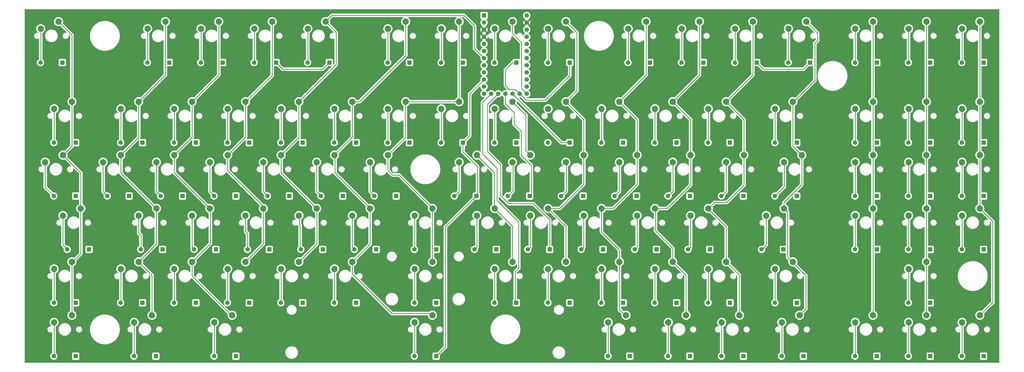
<source format=gbr>
%TF.GenerationSoftware,KiCad,Pcbnew,7.0.6*%
%TF.CreationDate,2023-10-21T08:39:50-04:00*%
%TF.ProjectId,mecmec,6d65636d-6563-42e6-9b69-6361645f7063,rev?*%
%TF.SameCoordinates,Original*%
%TF.FileFunction,Copper,L1,Top*%
%TF.FilePolarity,Positive*%
%FSLAX46Y46*%
G04 Gerber Fmt 4.6, Leading zero omitted, Abs format (unit mm)*
G04 Created by KiCad (PCBNEW 7.0.6) date 2023-10-21 08:39:50*
%MOMM*%
%LPD*%
G01*
G04 APERTURE LIST*
%TA.AperFunction,ComponentPad*%
%ADD10R,1.600000X1.600000*%
%TD*%
%TA.AperFunction,ComponentPad*%
%ADD11C,1.600000*%
%TD*%
%TA.AperFunction,ComponentPad*%
%ADD12C,2.250000*%
%TD*%
%TA.AperFunction,Conductor*%
%ADD13C,0.250000*%
%TD*%
G04 APERTURE END LIST*
D10*
%TO.P,U1,1,PD3*%
%TO.N,/col0*%
X182880000Y-21300000D03*
D11*
%TO.P,U1,2,PD2*%
%TO.N,/col1*%
X182880000Y-23840000D03*
%TO.P,U1,3,GND*%
%TO.N,GND*%
X182880000Y-26380000D03*
%TO.P,U1,4,GND*%
X182880000Y-28920000D03*
%TO.P,U1,5,PD1*%
%TO.N,/col2*%
X182880000Y-31460000D03*
%TO.P,U1,6,PD0*%
%TO.N,/col3*%
X182880000Y-34000000D03*
%TO.P,U1,7,PD4*%
%TO.N,/col4*%
X182880000Y-36540000D03*
%TO.P,U1,8,PC6*%
%TO.N,/col5*%
X182880000Y-39080000D03*
%TO.P,U1,9,PD7*%
%TO.N,/col6*%
X182880000Y-41620000D03*
%TO.P,U1,10,PE6*%
%TO.N,/row5*%
X182880000Y-44160000D03*
%TO.P,U1,11,PB4*%
%TO.N,unconnected-(U1-Pad11)*%
X182880000Y-46700000D03*
%TO.P,U1,12,PB5*%
%TO.N,unconnected-(U1-Pad12)*%
X182880000Y-49240000D03*
%TO.P,U1,13,PB7*%
%TO.N,/row4*%
X185420000Y-49240000D03*
%TO.P,U1,14,PD5*%
%TO.N,/row3*%
X187960000Y-49240000D03*
%TO.P,U1,15,PC7*%
%TO.N,/row2*%
X190500000Y-49240000D03*
%TO.P,U1,16,PF1*%
%TO.N,/row1*%
X193040000Y-49240000D03*
%TO.P,U1,17,PF0*%
%TO.N,/row0*%
X195580000Y-49240000D03*
%TO.P,U1,18,PB6*%
%TO.N,/col7*%
X198120000Y-49240000D03*
%TO.P,U1,19,PB2*%
%TO.N,/col8*%
X198120000Y-46700000D03*
%TO.P,U1,20,PB3*%
%TO.N,/col9*%
X198120000Y-44160000D03*
%TO.P,U1,21,PB1*%
%TO.N,/col10*%
X198120000Y-41620000D03*
%TO.P,U1,22,PF7*%
%TO.N,/col11*%
X198120000Y-39080000D03*
%TO.P,U1,23,PF6*%
%TO.N,/col12*%
X198120000Y-36540000D03*
%TO.P,U1,24,PF5*%
%TO.N,/col13*%
X198120000Y-34000000D03*
%TO.P,U1,25,PF4*%
%TO.N,/col14*%
X198120000Y-31460000D03*
%TO.P,U1,26,VCC*%
%TO.N,+5V*%
X198120000Y-28920000D03*
%TO.P,U1,27,RST*%
%TO.N,unconnected-(U1-Pad27)*%
X198120000Y-26380000D03*
%TO.P,U1,28,GND*%
%TO.N,GND*%
X198120000Y-23840000D03*
%TO.P,U1,29,PB0*%
%TO.N,/col15*%
X198120000Y-21300000D03*
%TD*%
D12*
%TO.P,K50,1,1*%
%TO.N,Net-(D50-Pad2)*%
X353377500Y-73660000D03*
%TO.P,K50,2,2*%
%TO.N,/col15*%
X359727500Y-71120000D03*
%TD*%
%TO.P,K89,1,1*%
%TO.N,Net-(D89-Pad2)*%
X315277500Y-130810000D03*
%TO.P,K89,2,2*%
%TO.N,/col13*%
X321627500Y-128270000D03*
%TD*%
%TO.P,K81,1,1*%
%TO.N,Net-(D81-Pad2)*%
X29527500Y-130810000D03*
%TO.P,K81,2,2*%
%TO.N,/col0*%
X35877500Y-128270000D03*
%TD*%
D10*
%TO.P,D75,1,K*%
%TO.N,/row4*%
X213450000Y-123825000D03*
D11*
%TO.P,D75,2,A*%
%TO.N,Net-(D75-Pad2)*%
X205650000Y-123825000D03*
%TD*%
D12*
%TO.P,K12,1,1*%
%TO.N,Net-(D12-Pad2)*%
X272415000Y-26035000D03*
%TO.P,K12,2,2*%
%TO.N,/col11*%
X278765000Y-23495000D03*
%TD*%
D10*
%TO.P,D69,1,K*%
%TO.N,/row4*%
X80100000Y-123825000D03*
D11*
%TO.P,D69,2,A*%
%TO.N,Net-(D69-Pad2)*%
X72300000Y-123825000D03*
%TD*%
D10*
%TO.P,D50,1,K*%
%TO.N,/row2*%
X361087500Y-85725000D03*
D11*
%TO.P,D50,2,A*%
%TO.N,Net-(D50-Pad2)*%
X353287500Y-85725000D03*
%TD*%
D10*
%TO.P,D20,1,K*%
%TO.N,/row1*%
X99150000Y-66675000D03*
D11*
%TO.P,D20,2,A*%
%TO.N,Net-(D20-Pad2)*%
X91350000Y-66675000D03*
%TD*%
D12*
%TO.P,K13,1,1*%
%TO.N,Net-(D13-Pad2)*%
X291465000Y-26035000D03*
%TO.P,K13,2,2*%
%TO.N,/col12*%
X297815000Y-23495000D03*
%TD*%
D10*
%TO.P,D59,1,K*%
%TO.N,/row3*%
X206306250Y-104775000D03*
D11*
%TO.P,D59,2,A*%
%TO.N,Net-(D59-Pad2)*%
X198506250Y-104775000D03*
%TD*%
D12*
%TO.P,K39,1,1*%
%TO.N,Net-(D39-Pad2)*%
X123190000Y-73660000D03*
%TO.P,K39,2,2*%
%TO.N,/col5*%
X129540000Y-71120000D03*
%TD*%
%TO.P,K48,1,1*%
%TO.N,Net-(D48-Pad2)*%
X315277500Y-73660000D03*
%TO.P,K48,2,2*%
%TO.N,/col13*%
X321627500Y-71120000D03*
%TD*%
D10*
%TO.P,D9,1,K*%
%TO.N,/row0*%
X213450000Y-38100000D03*
D11*
%TO.P,D9,2,A*%
%TO.N,Net-(D9-Pad2)*%
X205650000Y-38100000D03*
%TD*%
D12*
%TO.P,K90,1,1*%
%TO.N,Net-(D90-Pad2)*%
X334327500Y-130810000D03*
%TO.P,K90,2,2*%
%TO.N,/col14*%
X340677500Y-128270000D03*
%TD*%
D10*
%TO.P,D16,1,K*%
%TO.N,/row0*%
X361087500Y-38100000D03*
D11*
%TO.P,D16,2,A*%
%TO.N,Net-(D16-Pad2)*%
X353287500Y-38100000D03*
%TD*%
D10*
%TO.P,D23,1,K*%
%TO.N,/row1*%
X156300000Y-66675000D03*
D11*
%TO.P,D23,2,A*%
%TO.N,Net-(D23-Pad2)*%
X148500000Y-66675000D03*
%TD*%
D10*
%TO.P,D7,1,K*%
%TO.N,/row0*%
X175350000Y-38100000D03*
D11*
%TO.P,D7,2,A*%
%TO.N,Net-(D7-Pad2)*%
X167550000Y-38100000D03*
%TD*%
D12*
%TO.P,K11,1,1*%
%TO.N,Net-(D11-Pad2)*%
X253365000Y-26035000D03*
%TO.P,K11,2,2*%
%TO.N,/col10*%
X259715000Y-23495000D03*
%TD*%
%TO.P,K85,1,1*%
%TO.N,Net-(D85-Pad2)*%
X227171250Y-130810000D03*
%TO.P,K85,2,2*%
%TO.N,/col9*%
X233521250Y-128270000D03*
%TD*%
D10*
%TO.P,D22,1,K*%
%TO.N,/row1*%
X137250000Y-66675000D03*
D11*
%TO.P,D22,2,A*%
%TO.N,Net-(D22-Pad2)*%
X129450000Y-66675000D03*
%TD*%
D12*
%TO.P,K57,1,1*%
%TO.N,Net-(D57-Pad2)*%
X158115000Y-92710000D03*
%TO.P,K57,2,2*%
%TO.N,/col6*%
X164465000Y-90170000D03*
%TD*%
D10*
%TO.P,D56,1,K*%
%TO.N,/row3*%
X144393750Y-104775000D03*
D11*
%TO.P,D56,2,A*%
%TO.N,Net-(D56-Pad2)*%
X136593750Y-104775000D03*
%TD*%
D12*
%TO.P,K47,1,1*%
%TO.N,Net-(D47-Pad2)*%
X289877500Y-73660000D03*
%TO.P,K47,2,2*%
%TO.N,/col12*%
X296227500Y-71120000D03*
%TD*%
D10*
%TO.P,D24,1,K*%
%TO.N,/row5*%
X175350000Y-66675000D03*
D11*
%TO.P,D24,2,A*%
%TO.N,Net-(D24-Pad2)*%
X167550000Y-66675000D03*
%TD*%
D12*
%TO.P,K35,1,1*%
%TO.N,Net-(D35-Pad2)*%
X46990000Y-73660000D03*
%TO.P,K35,2,2*%
%TO.N,/col1*%
X53340000Y-71120000D03*
%TD*%
D10*
%TO.P,D34,1,K*%
%TO.N,/row2*%
X37237500Y-85725000D03*
D11*
%TO.P,D34,2,A*%
%TO.N,Net-(D34-Pad2)*%
X29437500Y-85725000D03*
%TD*%
D10*
%TO.P,D44,1,K*%
%TO.N,/row2*%
X237262500Y-85725000D03*
D11*
%TO.P,D44,2,A*%
%TO.N,Net-(D44-Pad2)*%
X229462500Y-85725000D03*
%TD*%
D10*
%TO.P,D73,1,K*%
%TO.N,/row4*%
X165825000Y-123825000D03*
D11*
%TO.P,D73,2,A*%
%TO.N,Net-(D73-Pad2)*%
X158025000Y-123825000D03*
%TD*%
D12*
%TO.P,K41,1,1*%
%TO.N,Net-(D41-Pad2)*%
X173990000Y-73660000D03*
%TO.P,K41,2,2*%
%TO.N,/col7*%
X180340000Y-71120000D03*
%TD*%
%TO.P,K28,1,1*%
%TO.N,Net-(D28-Pad2)*%
X243840000Y-54610000D03*
%TO.P,K28,2,2*%
%TO.N,/col10*%
X250190000Y-52070000D03*
%TD*%
D10*
%TO.P,D54,1,K*%
%TO.N,/row3*%
X106293750Y-104775000D03*
D11*
%TO.P,D54,2,A*%
%TO.N,Net-(D54-Pad2)*%
X98493750Y-104775000D03*
%TD*%
D10*
%TO.P,D83,1,K*%
%TO.N,/row5*%
X94387500Y-142875000D03*
D11*
%TO.P,D83,2,A*%
%TO.N,Net-(D83-Pad2)*%
X86587500Y-142875000D03*
%TD*%
D10*
%TO.P,D68,1,K*%
%TO.N,/row4*%
X61050000Y-123825000D03*
D11*
%TO.P,D68,2,A*%
%TO.N,Net-(D68-Pad2)*%
X53250000Y-123825000D03*
%TD*%
D12*
%TO.P,K4,1,1*%
%TO.N,Net-(D4-Pad2)*%
X100965000Y-26035000D03*
%TO.P,K4,2,2*%
%TO.N,/col3*%
X107315000Y-23495000D03*
%TD*%
%TO.P,K77,1,1*%
%TO.N,Net-(D77-Pad2)*%
X243840000Y-111760000D03*
%TO.P,K77,2,2*%
%TO.N,/col10*%
X250190000Y-109220000D03*
%TD*%
D10*
%TO.P,D84,1,K*%
%TO.N,/row5*%
X165825000Y-142875000D03*
D11*
%TO.P,D84,2,A*%
%TO.N,Net-(D84-Pad2)*%
X158025000Y-142875000D03*
%TD*%
D12*
%TO.P,K46,1,1*%
%TO.N,Net-(D46-Pad2)*%
X269240000Y-73660000D03*
%TO.P,K46,2,2*%
%TO.N,/col11*%
X275590000Y-71120000D03*
%TD*%
D10*
%TO.P,D43,1,K*%
%TO.N,/row2*%
X218212500Y-85725000D03*
D11*
%TO.P,D43,2,A*%
%TO.N,Net-(D43-Pad2)*%
X210412500Y-85725000D03*
%TD*%
D12*
%TO.P,K69,1,1*%
%TO.N,Net-(D69-Pad2)*%
X72390000Y-111760000D03*
%TO.P,K69,2,2*%
%TO.N,/col2*%
X78740000Y-109220000D03*
%TD*%
%TO.P,K44,1,1*%
%TO.N,Net-(D44-Pad2)*%
X231140000Y-73660000D03*
%TO.P,K44,2,2*%
%TO.N,/col9*%
X237490000Y-71120000D03*
%TD*%
D10*
%TO.P,D60,1,K*%
%TO.N,/row3*%
X225356250Y-104775000D03*
D11*
%TO.P,D60,2,A*%
%TO.N,Net-(D60-Pad2)*%
X217556250Y-104775000D03*
%TD*%
D10*
%TO.P,D21,1,K*%
%TO.N,/row1*%
X118200000Y-66675000D03*
D11*
%TO.P,D21,2,A*%
%TO.N,Net-(D21-Pad2)*%
X110400000Y-66675000D03*
%TD*%
D12*
%TO.P,K73,1,1*%
%TO.N,Net-(D73-Pad2)*%
X158115000Y-111760000D03*
%TO.P,K73,2,2*%
%TO.N,/col6*%
X164465000Y-109220000D03*
%TD*%
%TO.P,K80,1,1*%
%TO.N,Net-(D80-Pad2)*%
X334327500Y-111760000D03*
%TO.P,K80,2,2*%
%TO.N,/col14*%
X340677500Y-109220000D03*
%TD*%
%TO.P,K67,1,1*%
%TO.N,Net-(D67-Pad2)*%
X29527500Y-111760000D03*
%TO.P,K67,2,2*%
%TO.N,/col0*%
X35877500Y-109220000D03*
%TD*%
%TO.P,K38,1,1*%
%TO.N,Net-(D38-Pad2)*%
X104140000Y-73660000D03*
%TO.P,K38,2,2*%
%TO.N,/col4*%
X110490000Y-71120000D03*
%TD*%
%TO.P,K61,1,1*%
%TO.N,Net-(D61-Pad2)*%
X237490000Y-92710000D03*
%TO.P,K61,2,2*%
%TO.N,/col10*%
X243840000Y-90170000D03*
%TD*%
D10*
%TO.P,D35,1,K*%
%TO.N,/row2*%
X56287500Y-85725000D03*
D11*
%TO.P,D35,2,A*%
%TO.N,Net-(D35-Pad2)*%
X48487500Y-85725000D03*
%TD*%
D12*
%TO.P,K9,1,1*%
%TO.N,Net-(D9-Pad2)*%
X205740000Y-26035000D03*
%TO.P,K9,2,2*%
%TO.N,/col8*%
X212090000Y-23495000D03*
%TD*%
%TO.P,K72,1,1*%
%TO.N,Net-(D72-Pad2)*%
X129540000Y-111760000D03*
%TO.P,K72,2,2*%
%TO.N,/col5*%
X135890000Y-109220000D03*
%TD*%
D10*
%TO.P,D31,1,K*%
%TO.N,/row1*%
X322987500Y-66675000D03*
D11*
%TO.P,D31,2,A*%
%TO.N,Net-(D31-Pad2)*%
X315187500Y-66675000D03*
%TD*%
D10*
%TO.P,D64,1,K*%
%TO.N,/row3*%
X322987500Y-104775000D03*
D11*
%TO.P,D64,2,A*%
%TO.N,Net-(D64-Pad2)*%
X315187500Y-104775000D03*
%TD*%
D12*
%TO.P,K70,1,1*%
%TO.N,Net-(D70-Pad2)*%
X91440000Y-111760000D03*
%TO.P,K70,2,2*%
%TO.N,/col3*%
X97790000Y-109220000D03*
%TD*%
%TO.P,K56,1,1*%
%TO.N,Net-(D56-Pad2)*%
X135890000Y-92710000D03*
%TO.P,K56,2,2*%
%TO.N,/col5*%
X142240000Y-90170000D03*
%TD*%
D10*
%TO.P,D82,1,K*%
%TO.N,/row5*%
X65812500Y-142875000D03*
D11*
%TO.P,D82,2,A*%
%TO.N,Net-(D82-Pad2)*%
X58012500Y-142875000D03*
%TD*%
D12*
%TO.P,K82,1,1*%
%TO.N,Net-(D82-Pad2)*%
X58102500Y-130810000D03*
%TO.P,K82,2,2*%
%TO.N,/col1*%
X64452500Y-128270000D03*
%TD*%
D10*
%TO.P,D29,1,K*%
%TO.N,/row1*%
X270600000Y-66675000D03*
D11*
%TO.P,D29,2,A*%
%TO.N,Net-(D29-Pad2)*%
X262800000Y-66675000D03*
%TD*%
D10*
%TO.P,D66,1,K*%
%TO.N,/row3*%
X361087500Y-104775000D03*
D11*
%TO.P,D66,2,A*%
%TO.N,Net-(D66-Pad2)*%
X353287500Y-104775000D03*
%TD*%
D12*
%TO.P,K19,1,1*%
%TO.N,Net-(D19-Pad2)*%
X72390000Y-54610000D03*
%TO.P,K19,2,2*%
%TO.N,/col2*%
X78740000Y-52070000D03*
%TD*%
%TO.P,K51,1,1*%
%TO.N,Net-(D51-Pad2)*%
X32702500Y-92710000D03*
%TO.P,K51,2,2*%
%TO.N,/col0*%
X39052500Y-90170000D03*
%TD*%
D10*
%TO.P,D30,1,K*%
%TO.N,/row1*%
X294412500Y-66675000D03*
D11*
%TO.P,D30,2,A*%
%TO.N,Net-(D30-Pad2)*%
X286612500Y-66675000D03*
%TD*%
D12*
%TO.P,K16,1,1*%
%TO.N,Net-(D16-Pad2)*%
X353377500Y-26035000D03*
%TO.P,K16,2,2*%
%TO.N,/col15*%
X359727500Y-23495000D03*
%TD*%
D10*
%TO.P,D71,1,K*%
%TO.N,/row4*%
X118200000Y-123825000D03*
D11*
%TO.P,D71,2,A*%
%TO.N,Net-(D71-Pad2)*%
X110400000Y-123825000D03*
%TD*%
D10*
%TO.P,D39,1,K*%
%TO.N,/row2*%
X132487500Y-85725000D03*
D11*
%TO.P,D39,2,A*%
%TO.N,Net-(D39-Pad2)*%
X124687500Y-85725000D03*
%TD*%
D10*
%TO.P,D53,1,K*%
%TO.N,/row3*%
X87243750Y-104775000D03*
D11*
%TO.P,D53,2,A*%
%TO.N,Net-(D53-Pad2)*%
X79443750Y-104775000D03*
%TD*%
D12*
%TO.P,K43,1,1*%
%TO.N,Net-(D43-Pad2)*%
X212090000Y-73660000D03*
%TO.P,K43,2,2*%
%TO.N,/col8*%
X218440000Y-71120000D03*
%TD*%
D10*
%TO.P,D37,1,K*%
%TO.N,/row2*%
X94387500Y-85725000D03*
D11*
%TO.P,D37,2,A*%
%TO.N,Net-(D37-Pad2)*%
X86587500Y-85725000D03*
%TD*%
D12*
%TO.P,K60,1,1*%
%TO.N,Net-(D60-Pad2)*%
X218440000Y-92710000D03*
%TO.P,K60,2,2*%
%TO.N,/col9*%
X224790000Y-90170000D03*
%TD*%
%TO.P,K91,1,1*%
%TO.N,Net-(D91-Pad2)*%
X353377500Y-130810000D03*
%TO.P,K91,2,2*%
%TO.N,/col15*%
X359727500Y-128270000D03*
%TD*%
D10*
%TO.P,D62,1,K*%
%TO.N,/row3*%
X263456250Y-104775000D03*
D11*
%TO.P,D62,2,A*%
%TO.N,Net-(D62-Pad2)*%
X255656250Y-104775000D03*
%TD*%
D12*
%TO.P,K63,1,1*%
%TO.N,Net-(D63-Pad2)*%
X283527500Y-92710000D03*
%TO.P,K63,2,2*%
%TO.N,/col12*%
X289877500Y-90170000D03*
%TD*%
D10*
%TO.P,D90,1,K*%
%TO.N,/row5*%
X342037500Y-142875000D03*
D11*
%TO.P,D90,2,A*%
%TO.N,Net-(D90-Pad2)*%
X334237500Y-142875000D03*
%TD*%
D12*
%TO.P,K64,1,1*%
%TO.N,Net-(D64-Pad2)*%
X315277500Y-92710000D03*
%TO.P,K64,2,2*%
%TO.N,/col13*%
X321627500Y-90170000D03*
%TD*%
%TO.P,K26,1,1*%
%TO.N,Net-(D26-Pad2)*%
X205740000Y-54610000D03*
%TO.P,K26,2,2*%
%TO.N,/col8*%
X212090000Y-52070000D03*
%TD*%
%TO.P,K83,1,1*%
%TO.N,Net-(D83-Pad2)*%
X86677500Y-130810000D03*
%TO.P,K83,2,2*%
%TO.N,/col2*%
X93027500Y-128270000D03*
%TD*%
D10*
%TO.P,D25,1,K*%
%TO.N,/row1*%
X194400000Y-66675000D03*
D11*
%TO.P,D25,2,A*%
%TO.N,Net-(D25-Pad2)*%
X186600000Y-66675000D03*
%TD*%
D12*
%TO.P,K25,1,1*%
%TO.N,Net-(D25-Pad2)*%
X186690000Y-54610000D03*
%TO.P,K25,2,2*%
%TO.N,/col7*%
X193040000Y-52070000D03*
%TD*%
D10*
%TO.P,D42,1,K*%
%TO.N,/row2*%
X199162500Y-85725000D03*
D11*
%TO.P,D42,2,A*%
%TO.N,Net-(D42-Pad2)*%
X191362500Y-85725000D03*
%TD*%
D10*
%TO.P,D55,1,K*%
%TO.N,/row3*%
X125343750Y-104775000D03*
D11*
%TO.P,D55,2,A*%
%TO.N,Net-(D55-Pad2)*%
X117543750Y-104775000D03*
%TD*%
D12*
%TO.P,K78,1,1*%
%TO.N,Net-(D78-Pad2)*%
X262890000Y-111760000D03*
%TO.P,K78,2,2*%
%TO.N,/col11*%
X269240000Y-109220000D03*
%TD*%
%TO.P,K71,1,1*%
%TO.N,Net-(D71-Pad2)*%
X110490000Y-111760000D03*
%TO.P,K71,2,2*%
%TO.N,/col4*%
X116840000Y-109220000D03*
%TD*%
D10*
%TO.P,D88,1,K*%
%TO.N,/row5*%
X296793750Y-142875000D03*
D11*
%TO.P,D88,2,A*%
%TO.N,Net-(D88-Pad2)*%
X288993750Y-142875000D03*
%TD*%
D10*
%TO.P,D49,1,K*%
%TO.N,/row2*%
X342037500Y-85725000D03*
D11*
%TO.P,D49,2,A*%
%TO.N,Net-(D49-Pad2)*%
X334237500Y-85725000D03*
%TD*%
D12*
%TO.P,K62,1,1*%
%TO.N,Net-(D62-Pad2)*%
X256540000Y-92710000D03*
%TO.P,K62,2,2*%
%TO.N,/col11*%
X262890000Y-90170000D03*
%TD*%
D10*
%TO.P,D47,1,K*%
%TO.N,/row2*%
X294412500Y-85725000D03*
D11*
%TO.P,D47,2,A*%
%TO.N,Net-(D47-Pad2)*%
X286612500Y-85725000D03*
%TD*%
D12*
%TO.P,K74,1,1*%
%TO.N,Net-(D74-Pad2)*%
X186690000Y-111760000D03*
%TO.P,K74,2,2*%
%TO.N,/col7*%
X193040000Y-109220000D03*
%TD*%
%TO.P,K37,1,1*%
%TO.N,Net-(D37-Pad2)*%
X85090000Y-73660000D03*
%TO.P,K37,2,2*%
%TO.N,/col3*%
X91440000Y-71120000D03*
%TD*%
D10*
%TO.P,D14,1,K*%
%TO.N,/row0*%
X322987500Y-38100000D03*
D11*
%TO.P,D14,2,A*%
%TO.N,Net-(D14-Pad2)*%
X315187500Y-38100000D03*
%TD*%
D10*
%TO.P,D10,1,K*%
%TO.N,/row0*%
X242025000Y-38100000D03*
D11*
%TO.P,D10,2,A*%
%TO.N,Net-(D10-Pad2)*%
X234225000Y-38100000D03*
%TD*%
D12*
%TO.P,K30,1,1*%
%TO.N,Net-(D30-Pad2)*%
X286702500Y-54610000D03*
%TO.P,K30,2,2*%
%TO.N,/col12*%
X293052500Y-52070000D03*
%TD*%
D10*
%TO.P,D36,1,K*%
%TO.N,/row2*%
X75337500Y-85725000D03*
D11*
%TO.P,D36,2,A*%
%TO.N,Net-(D36-Pad2)*%
X67537500Y-85725000D03*
%TD*%
D12*
%TO.P,K8,1,1*%
%TO.N,Net-(D8-Pad2)*%
X186690000Y-26035000D03*
%TO.P,K8,2,2*%
%TO.N,/col7*%
X193040000Y-23495000D03*
%TD*%
D10*
%TO.P,D46,1,K*%
%TO.N,/row2*%
X275362500Y-85725000D03*
D11*
%TO.P,D46,2,A*%
%TO.N,Net-(D46-Pad2)*%
X267562500Y-85725000D03*
%TD*%
D10*
%TO.P,D67,1,K*%
%TO.N,/row4*%
X37237500Y-123825000D03*
D11*
%TO.P,D67,2,A*%
%TO.N,Net-(D67-Pad2)*%
X29437500Y-123825000D03*
%TD*%
D12*
%TO.P,K42,1,1*%
%TO.N,Net-(D42-Pad2)*%
X193040000Y-73660000D03*
%TO.P,K42,2,2*%
%TO.N,/col7*%
X199390000Y-71120000D03*
%TD*%
D10*
%TO.P,D41,1,K*%
%TO.N,/row5*%
X180112500Y-85725000D03*
D11*
%TO.P,D41,2,A*%
%TO.N,Net-(D41-Pad2)*%
X172312500Y-85725000D03*
%TD*%
D10*
%TO.P,D87,1,K*%
%TO.N,/row5*%
X275362500Y-142875000D03*
D11*
%TO.P,D87,2,A*%
%TO.N,Net-(D87-Pad2)*%
X267562500Y-142875000D03*
%TD*%
D10*
%TO.P,D5,1,K*%
%TO.N,/row0*%
X127725000Y-38100000D03*
D11*
%TO.P,D5,2,A*%
%TO.N,Net-(D5-Pad2)*%
X119925000Y-38100000D03*
%TD*%
D10*
%TO.P,D48,1,K*%
%TO.N,/row2*%
X322987500Y-85725000D03*
D11*
%TO.P,D48,2,A*%
%TO.N,Net-(D48-Pad2)*%
X315187500Y-85725000D03*
%TD*%
D12*
%TO.P,K20,1,1*%
%TO.N,Net-(D20-Pad2)*%
X91440000Y-54610000D03*
%TO.P,K20,2,2*%
%TO.N,/col3*%
X97790000Y-52070000D03*
%TD*%
D10*
%TO.P,D1,1,K*%
%TO.N,/row0*%
X32475000Y-38100000D03*
D11*
%TO.P,D1,2,A*%
%TO.N,Net-(D1-Pad2)*%
X24675000Y-38100000D03*
%TD*%
D10*
%TO.P,D77,1,K*%
%TO.N,/row4*%
X251550000Y-123825000D03*
D11*
%TO.P,D77,2,A*%
%TO.N,Net-(D77-Pad2)*%
X243750000Y-123825000D03*
%TD*%
D12*
%TO.P,K86,1,1*%
%TO.N,Net-(D86-Pad2)*%
X248602500Y-130810000D03*
%TO.P,K86,2,2*%
%TO.N,/col10*%
X254952500Y-128270000D03*
%TD*%
D10*
%TO.P,D18,1,K*%
%TO.N,/row1*%
X61050000Y-66675000D03*
D11*
%TO.P,D18,2,A*%
%TO.N,Net-(D18-Pad2)*%
X53250000Y-66675000D03*
%TD*%
D12*
%TO.P,K87,1,1*%
%TO.N,Net-(D87-Pad2)*%
X267652500Y-130810000D03*
%TO.P,K87,2,2*%
%TO.N,/col11*%
X274002500Y-128270000D03*
%TD*%
%TO.P,K27,1,1*%
%TO.N,Net-(D27-Pad2)*%
X224790000Y-54610000D03*
%TO.P,K27,2,2*%
%TO.N,/col9*%
X231140000Y-52070000D03*
%TD*%
D10*
%TO.P,D12,1,K*%
%TO.N,/row0*%
X280125000Y-38100000D03*
D11*
%TO.P,D12,2,A*%
%TO.N,Net-(D12-Pad2)*%
X272325000Y-38100000D03*
%TD*%
D10*
%TO.P,D4,1,K*%
%TO.N,/row0*%
X108675000Y-38100000D03*
D11*
%TO.P,D4,2,A*%
%TO.N,Net-(D4-Pad2)*%
X100875000Y-38100000D03*
%TD*%
D12*
%TO.P,K49,1,1*%
%TO.N,Net-(D49-Pad2)*%
X334327500Y-73660000D03*
%TO.P,K49,2,2*%
%TO.N,/col14*%
X340677500Y-71120000D03*
%TD*%
D10*
%TO.P,D58,1,K*%
%TO.N,/row3*%
X187256250Y-104775000D03*
D11*
%TO.P,D58,2,A*%
%TO.N,Net-(D58-Pad2)*%
X179456250Y-104775000D03*
%TD*%
D12*
%TO.P,K15,1,1*%
%TO.N,Net-(D15-Pad2)*%
X334327500Y-26035000D03*
%TO.P,K15,2,2*%
%TO.N,/col14*%
X340677500Y-23495000D03*
%TD*%
%TO.P,K21,1,1*%
%TO.N,Net-(D21-Pad2)*%
X110490000Y-54610000D03*
%TO.P,K21,2,2*%
%TO.N,/col4*%
X116840000Y-52070000D03*
%TD*%
%TO.P,K53,1,1*%
%TO.N,Net-(D53-Pad2)*%
X78740000Y-92710000D03*
%TO.P,K53,2,2*%
%TO.N,/col2*%
X85090000Y-90170000D03*
%TD*%
%TO.P,K36,1,1*%
%TO.N,Net-(D36-Pad2)*%
X66040000Y-73660000D03*
%TO.P,K36,2,2*%
%TO.N,/col2*%
X72390000Y-71120000D03*
%TD*%
%TO.P,K17,1,1*%
%TO.N,Net-(D17-Pad2)*%
X29527500Y-54610000D03*
%TO.P,K17,2,2*%
%TO.N,/col0*%
X35877500Y-52070000D03*
%TD*%
%TO.P,K66,1,1*%
%TO.N,Net-(D66-Pad2)*%
X353377500Y-92710000D03*
%TO.P,K66,2,2*%
%TO.N,/col15*%
X359727500Y-90170000D03*
%TD*%
D10*
%TO.P,D91,1,K*%
%TO.N,/row5*%
X361087500Y-142875000D03*
D11*
%TO.P,D91,2,A*%
%TO.N,Net-(D91-Pad2)*%
X353287500Y-142875000D03*
%TD*%
D12*
%TO.P,K45,1,1*%
%TO.N,Net-(D45-Pad2)*%
X250190000Y-73660000D03*
%TO.P,K45,2,2*%
%TO.N,/col10*%
X256540000Y-71120000D03*
%TD*%
D10*
%TO.P,D33,1,K*%
%TO.N,/row1*%
X361087500Y-66675000D03*
D11*
%TO.P,D33,2,A*%
%TO.N,Net-(D33-Pad2)*%
X353287500Y-66675000D03*
%TD*%
D12*
%TO.P,K33,1,1*%
%TO.N,Net-(D33-Pad2)*%
X353377500Y-54610000D03*
%TO.P,K33,2,2*%
%TO.N,/col15*%
X359727500Y-52070000D03*
%TD*%
D10*
%TO.P,D76,1,K*%
%TO.N,/row4*%
X232500000Y-123825000D03*
D11*
%TO.P,D76,2,A*%
%TO.N,Net-(D76-Pad2)*%
X224700000Y-123825000D03*
%TD*%
D12*
%TO.P,K14,1,1*%
%TO.N,Net-(D14-Pad2)*%
X315277500Y-26035000D03*
%TO.P,K14,2,2*%
%TO.N,/col13*%
X321627500Y-23495000D03*
%TD*%
%TO.P,K3,1,1*%
%TO.N,Net-(D3-Pad2)*%
X81915000Y-26035000D03*
%TO.P,K3,2,2*%
%TO.N,/col2*%
X88265000Y-23495000D03*
%TD*%
D10*
%TO.P,D26,1,K*%
%TO.N,/row1*%
X213450000Y-66675000D03*
D11*
%TO.P,D26,2,A*%
%TO.N,Net-(D26-Pad2)*%
X205650000Y-66675000D03*
%TD*%
D10*
%TO.P,D19,1,K*%
%TO.N,/row1*%
X80100000Y-66675000D03*
D11*
%TO.P,D19,2,A*%
%TO.N,Net-(D19-Pad2)*%
X72300000Y-66675000D03*
%TD*%
D10*
%TO.P,D52,1,K*%
%TO.N,/row3*%
X68193750Y-104775000D03*
D11*
%TO.P,D52,2,A*%
%TO.N,Net-(D52-Pad2)*%
X60393750Y-104775000D03*
%TD*%
D10*
%TO.P,D38,1,K*%
%TO.N,/row2*%
X113437500Y-85725000D03*
D11*
%TO.P,D38,2,A*%
%TO.N,Net-(D38-Pad2)*%
X105637500Y-85725000D03*
%TD*%
D10*
%TO.P,D85,1,K*%
%TO.N,/row5*%
X234881250Y-142875000D03*
D11*
%TO.P,D85,2,A*%
%TO.N,Net-(D85-Pad2)*%
X227081250Y-142875000D03*
%TD*%
D10*
%TO.P,D15,1,K*%
%TO.N,/row0*%
X342037500Y-38100000D03*
D11*
%TO.P,D15,2,A*%
%TO.N,Net-(D15-Pad2)*%
X334237500Y-38100000D03*
%TD*%
D12*
%TO.P,K31,1,1*%
%TO.N,Net-(D31-Pad2)*%
X315277500Y-54610000D03*
%TO.P,K31,2,2*%
%TO.N,/col13*%
X321627500Y-52070000D03*
%TD*%
%TO.P,K29,1,1*%
%TO.N,Net-(D29-Pad2)*%
X262890000Y-54610000D03*
%TO.P,K29,2,2*%
%TO.N,/col11*%
X269240000Y-52070000D03*
%TD*%
D10*
%TO.P,D45,1,K*%
%TO.N,/row2*%
X256312500Y-85725000D03*
D11*
%TO.P,D45,2,A*%
%TO.N,Net-(D45-Pad2)*%
X248512500Y-85725000D03*
%TD*%
D12*
%TO.P,K88,1,1*%
%TO.N,Net-(D88-Pad2)*%
X289083750Y-130810000D03*
%TO.P,K88,2,2*%
%TO.N,/col12*%
X295433750Y-128270000D03*
%TD*%
%TO.P,K75,1,1*%
%TO.N,Net-(D75-Pad2)*%
X205740000Y-111760000D03*
%TO.P,K75,2,2*%
%TO.N,/col8*%
X212090000Y-109220000D03*
%TD*%
D10*
%TO.P,D70,1,K*%
%TO.N,/row4*%
X99150000Y-123825000D03*
D11*
%TO.P,D70,2,A*%
%TO.N,Net-(D70-Pad2)*%
X91350000Y-123825000D03*
%TD*%
D10*
%TO.P,D17,1,K*%
%TO.N,/row1*%
X37237500Y-66675000D03*
D11*
%TO.P,D17,2,A*%
%TO.N,Net-(D17-Pad2)*%
X29437500Y-66675000D03*
%TD*%
D12*
%TO.P,K22,1,1*%
%TO.N,Net-(D22-Pad2)*%
X129540000Y-54610000D03*
%TO.P,K22,2,2*%
%TO.N,/col5*%
X135890000Y-52070000D03*
%TD*%
D10*
%TO.P,D81,1,K*%
%TO.N,/row5*%
X37237500Y-142875000D03*
D11*
%TO.P,D81,2,A*%
%TO.N,Net-(D81-Pad2)*%
X29437500Y-142875000D03*
%TD*%
D10*
%TO.P,D28,1,K*%
%TO.N,/row1*%
X251550000Y-66675000D03*
D11*
%TO.P,D28,2,A*%
%TO.N,Net-(D28-Pad2)*%
X243750000Y-66675000D03*
%TD*%
D10*
%TO.P,D89,1,K*%
%TO.N,/row5*%
X322987500Y-142875000D03*
D11*
%TO.P,D89,2,A*%
%TO.N,Net-(D89-Pad2)*%
X315187500Y-142875000D03*
%TD*%
D12*
%TO.P,K34,1,1*%
%TO.N,Net-(D34-Pad2)*%
X26352500Y-73660000D03*
%TO.P,K34,2,2*%
%TO.N,/col0*%
X32702500Y-71120000D03*
%TD*%
%TO.P,K32,1,1*%
%TO.N,Net-(D32-Pad2)*%
X334327500Y-54610000D03*
%TO.P,K32,2,2*%
%TO.N,/col14*%
X340677500Y-52070000D03*
%TD*%
%TO.P,K52,1,1*%
%TO.N,Net-(D52-Pad2)*%
X59690000Y-92710000D03*
%TO.P,K52,2,2*%
%TO.N,/col1*%
X66040000Y-90170000D03*
%TD*%
D10*
%TO.P,D57,1,K*%
%TO.N,/row3*%
X165825000Y-104775000D03*
D11*
%TO.P,D57,2,A*%
%TO.N,Net-(D57-Pad2)*%
X158025000Y-104775000D03*
%TD*%
D10*
%TO.P,D2,1,K*%
%TO.N,/row0*%
X70575000Y-38100000D03*
D11*
%TO.P,D2,2,A*%
%TO.N,Net-(D2-Pad2)*%
X62775000Y-38100000D03*
%TD*%
D12*
%TO.P,K58,1,1*%
%TO.N,Net-(D58-Pad2)*%
X180340000Y-92710000D03*
%TO.P,K58,2,2*%
%TO.N,/col7*%
X186690000Y-90170000D03*
%TD*%
D10*
%TO.P,D86,1,K*%
%TO.N,/row5*%
X256312500Y-142875000D03*
D11*
%TO.P,D86,2,A*%
%TO.N,Net-(D86-Pad2)*%
X248512500Y-142875000D03*
%TD*%
D10*
%TO.P,D6,1,K*%
%TO.N,/row0*%
X156300000Y-38100000D03*
D11*
%TO.P,D6,2,A*%
%TO.N,Net-(D6-Pad2)*%
X148500000Y-38100000D03*
%TD*%
D12*
%TO.P,K84,1,1*%
%TO.N,Net-(D84-Pad2)*%
X158115000Y-130810000D03*
%TO.P,K84,2,2*%
%TO.N,/col5*%
X164465000Y-128270000D03*
%TD*%
D10*
%TO.P,D74,1,K*%
%TO.N,/row4*%
X194400000Y-123825000D03*
D11*
%TO.P,D74,2,A*%
%TO.N,Net-(D74-Pad2)*%
X186600000Y-123825000D03*
%TD*%
D12*
%TO.P,K68,1,1*%
%TO.N,Net-(D68-Pad2)*%
X53340000Y-111760000D03*
%TO.P,K68,2,2*%
%TO.N,/col1*%
X59690000Y-109220000D03*
%TD*%
D10*
%TO.P,D13,1,K*%
%TO.N,/row0*%
X299175000Y-38100000D03*
D11*
%TO.P,D13,2,A*%
%TO.N,Net-(D13-Pad2)*%
X291375000Y-38100000D03*
%TD*%
D10*
%TO.P,D51,1,K*%
%TO.N,/row3*%
X42000000Y-104775000D03*
D11*
%TO.P,D51,2,A*%
%TO.N,Net-(D51-Pad2)*%
X34200000Y-104775000D03*
%TD*%
D12*
%TO.P,K7,1,1*%
%TO.N,Net-(D7-Pad2)*%
X167640000Y-26035000D03*
%TO.P,K7,2,2*%
%TO.N,/col6*%
X173990000Y-23495000D03*
%TD*%
D10*
%TO.P,D63,1,K*%
%TO.N,/row3*%
X289650000Y-104775000D03*
D11*
%TO.P,D63,2,A*%
%TO.N,Net-(D63-Pad2)*%
X281850000Y-104775000D03*
%TD*%
D12*
%TO.P,K59,1,1*%
%TO.N,Net-(D59-Pad2)*%
X199390000Y-92710000D03*
%TO.P,K59,2,2*%
%TO.N,/col8*%
X205740000Y-90170000D03*
%TD*%
D10*
%TO.P,D27,1,K*%
%TO.N,/row1*%
X232500000Y-66675000D03*
D11*
%TO.P,D27,2,A*%
%TO.N,Net-(D27-Pad2)*%
X224700000Y-66675000D03*
%TD*%
D12*
%TO.P,K24,1,1*%
%TO.N,Net-(D24-Pad2)*%
X167640000Y-54610000D03*
%TO.P,K24,2,2*%
%TO.N,/col6*%
X173990000Y-52070000D03*
%TD*%
%TO.P,K10,1,1*%
%TO.N,Net-(D10-Pad2)*%
X234315000Y-26035000D03*
%TO.P,K10,2,2*%
%TO.N,/col9*%
X240665000Y-23495000D03*
%TD*%
D10*
%TO.P,D3,1,K*%
%TO.N,/row0*%
X89625000Y-38100000D03*
D11*
%TO.P,D3,2,A*%
%TO.N,Net-(D3-Pad2)*%
X81825000Y-38100000D03*
%TD*%
D10*
%TO.P,D32,1,K*%
%TO.N,/row1*%
X342037500Y-66675000D03*
D11*
%TO.P,D32,2,A*%
%TO.N,Net-(D32-Pad2)*%
X334237500Y-66675000D03*
%TD*%
D10*
%TO.P,D72,1,K*%
%TO.N,/row4*%
X137250000Y-123825000D03*
D11*
%TO.P,D72,2,A*%
%TO.N,Net-(D72-Pad2)*%
X129450000Y-123825000D03*
%TD*%
D12*
%TO.P,K65,1,1*%
%TO.N,Net-(D65-Pad2)*%
X334327500Y-92710000D03*
%TO.P,K65,2,2*%
%TO.N,/col14*%
X340677500Y-90170000D03*
%TD*%
D10*
%TO.P,D78,1,K*%
%TO.N,/row4*%
X270600000Y-123825000D03*
D11*
%TO.P,D78,2,A*%
%TO.N,Net-(D78-Pad2)*%
X262800000Y-123825000D03*
%TD*%
D12*
%TO.P,K5,1,1*%
%TO.N,Net-(D5-Pad2)*%
X120015000Y-26035000D03*
%TO.P,K5,2,2*%
%TO.N,/col4*%
X126365000Y-23495000D03*
%TD*%
D10*
%TO.P,D61,1,K*%
%TO.N,/row3*%
X244406250Y-104775000D03*
D11*
%TO.P,D61,2,A*%
%TO.N,Net-(D61-Pad2)*%
X236606250Y-104775000D03*
%TD*%
D12*
%TO.P,K18,1,1*%
%TO.N,Net-(D18-Pad2)*%
X53340000Y-54610000D03*
%TO.P,K18,2,2*%
%TO.N,/col1*%
X59690000Y-52070000D03*
%TD*%
%TO.P,K2,1,1*%
%TO.N,Net-(D2-Pad2)*%
X62865000Y-26035000D03*
%TO.P,K2,2,2*%
%TO.N,/col1*%
X69215000Y-23495000D03*
%TD*%
D10*
%TO.P,D65,1,K*%
%TO.N,/row3*%
X342037500Y-104775000D03*
D11*
%TO.P,D65,2,A*%
%TO.N,Net-(D65-Pad2)*%
X334237500Y-104775000D03*
%TD*%
D12*
%TO.P,K76,1,1*%
%TO.N,Net-(D76-Pad2)*%
X224790000Y-111760000D03*
%TO.P,K76,2,2*%
%TO.N,/col9*%
X231140000Y-109220000D03*
%TD*%
D10*
%TO.P,D79,1,K*%
%TO.N,/row4*%
X294412500Y-123825000D03*
D11*
%TO.P,D79,2,A*%
%TO.N,Net-(D79-Pad2)*%
X286612500Y-123825000D03*
%TD*%
D12*
%TO.P,K55,1,1*%
%TO.N,Net-(D55-Pad2)*%
X116840000Y-92710000D03*
%TO.P,K55,2,2*%
%TO.N,/col4*%
X123190000Y-90170000D03*
%TD*%
D10*
%TO.P,D11,1,K*%
%TO.N,/row0*%
X261075000Y-38100000D03*
D11*
%TO.P,D11,2,A*%
%TO.N,Net-(D11-Pad2)*%
X253275000Y-38100000D03*
%TD*%
D12*
%TO.P,K40,1,1*%
%TO.N,Net-(D40-Pad2)*%
X142240000Y-73660000D03*
%TO.P,K40,2,2*%
%TO.N,/col6*%
X148590000Y-71120000D03*
%TD*%
D10*
%TO.P,D80,1,K*%
%TO.N,/row4*%
X342037500Y-123825000D03*
D11*
%TO.P,D80,2,A*%
%TO.N,Net-(D80-Pad2)*%
X334237500Y-123825000D03*
%TD*%
D10*
%TO.P,D40,1,K*%
%TO.N,/row2*%
X151537500Y-85725000D03*
D11*
%TO.P,D40,2,A*%
%TO.N,Net-(D40-Pad2)*%
X143737500Y-85725000D03*
%TD*%
D12*
%TO.P,K23,1,1*%
%TO.N,Net-(D23-Pad2)*%
X148590000Y-54610000D03*
%TO.P,K23,2,2*%
%TO.N,/col6*%
X154940000Y-52070000D03*
%TD*%
%TO.P,K6,1,1*%
%TO.N,Net-(D6-Pad2)*%
X148590000Y-26035000D03*
%TO.P,K6,2,2*%
%TO.N,/col5*%
X154940000Y-23495000D03*
%TD*%
%TO.P,K79,1,1*%
%TO.N,Net-(D79-Pad2)*%
X286702500Y-111760000D03*
%TO.P,K79,2,2*%
%TO.N,/col12*%
X293052500Y-109220000D03*
%TD*%
%TO.P,K54,1,1*%
%TO.N,Net-(D54-Pad2)*%
X97790000Y-92710000D03*
%TO.P,K54,2,2*%
%TO.N,/col3*%
X104140000Y-90170000D03*
%TD*%
%TO.P,K1,1,1*%
%TO.N,Net-(D1-Pad2)*%
X24765000Y-26035000D03*
%TO.P,K1,2,2*%
%TO.N,/col0*%
X31115000Y-23495000D03*
%TD*%
D10*
%TO.P,D8,1,K*%
%TO.N,/row0*%
X194400000Y-38100000D03*
D11*
%TO.P,D8,2,A*%
%TO.N,Net-(D8-Pad2)*%
X186600000Y-38100000D03*
%TD*%
D13*
%TO.N,/col4*%
X128610000Y-21250000D02*
X175750000Y-21250000D01*
X123250000Y-90250000D02*
X123250000Y-102810000D01*
X179500000Y-25000000D02*
X179500000Y-33160000D01*
X130130901Y-38779099D02*
X116840000Y-52070000D01*
X126365000Y-23495000D02*
X128610000Y-21250000D01*
X130130901Y-27260901D02*
X130130901Y-38779099D01*
X126365000Y-23495000D02*
X130130901Y-27260901D01*
X116840000Y-52070000D02*
X116840000Y-64770000D01*
X110490000Y-77490000D02*
X123250000Y-90250000D01*
X110490000Y-71120000D02*
X110490000Y-77490000D01*
X116840000Y-64770000D02*
X110490000Y-71120000D01*
X179500000Y-33160000D02*
X182880000Y-36540000D01*
X123250000Y-102810000D02*
X116840000Y-109220000D01*
X175750000Y-21250000D02*
X179500000Y-25000000D01*
%TO.N,/col12*%
X300875000Y-31225000D02*
X300875000Y-44517500D01*
X296227500Y-81660000D02*
X296227500Y-71120000D01*
X289877500Y-90170000D02*
X291191599Y-91484099D01*
X293032500Y-52360000D02*
X293032500Y-67925000D01*
X295433750Y-128238250D02*
X295433750Y-128270000D01*
X297656250Y-114133750D02*
X297656250Y-126015750D01*
X289877500Y-88010000D02*
X296227500Y-81660000D01*
X301850000Y-30250000D02*
X300875000Y-31225000D01*
X297815000Y-23495000D02*
X301850000Y-27530000D01*
X301850000Y-27530000D02*
X301850000Y-30250000D01*
X297656250Y-126015750D02*
X295433750Y-128238250D01*
X300875000Y-44517500D02*
X293032500Y-52360000D01*
X293032500Y-67925000D02*
X296227500Y-71120000D01*
X291191599Y-91484099D02*
X291191599Y-107669099D01*
X289877500Y-90170000D02*
X289877500Y-88010000D01*
X291191599Y-107669099D02*
X297656250Y-114133750D01*
%TO.N,/col5*%
X138430000Y-52070000D02*
X135890000Y-52070000D01*
X150052720Y-127656406D02*
X163541406Y-127656406D01*
X142250000Y-90068125D02*
X142250000Y-102860000D01*
X129717800Y-70942200D02*
X129717800Y-77535925D01*
X129717800Y-77535925D02*
X142250000Y-90068125D01*
X135890000Y-109220000D02*
X135890000Y-113493686D01*
X163541406Y-127656406D02*
X164445000Y-128560000D01*
X135890000Y-113493686D02*
X150052720Y-127656406D01*
X135890000Y-64770000D02*
X129717800Y-70942200D01*
X135890000Y-52070000D02*
X135890000Y-64770000D01*
X142250000Y-102860000D02*
X135890000Y-109220000D01*
X154940000Y-35560000D02*
X138430000Y-52070000D01*
X154940000Y-23495000D02*
X154940000Y-35560000D01*
%TO.N,/col9*%
X231140000Y-104933750D02*
X231140000Y-109220000D01*
X228953621Y-90170000D02*
X224790000Y-90170000D01*
X231140000Y-52070000D02*
X237490000Y-58420000D01*
X240665000Y-23495000D02*
X240665000Y-42545000D01*
X224764600Y-98558350D02*
X231140000Y-104933750D01*
X224764600Y-90195400D02*
X224764600Y-98558350D01*
X231140000Y-126198750D02*
X233501250Y-128560000D01*
X231140000Y-109220000D02*
X231140000Y-126198750D01*
X224790000Y-90170000D02*
X224764600Y-90195400D01*
X237490000Y-81633621D02*
X228953621Y-90170000D01*
X237490000Y-58420000D02*
X237490000Y-71120000D01*
X240665000Y-42545000D02*
X231140000Y-52070000D01*
X237490000Y-71120000D02*
X237490000Y-81633621D01*
%TO.N,/col11*%
X275590000Y-81864200D02*
X275590000Y-71120000D01*
X269240000Y-96723200D02*
X262864600Y-90347800D01*
X273843750Y-128587500D02*
X274002500Y-128428750D01*
X275590000Y-58420000D02*
X269240000Y-52070000D01*
X278765000Y-42545000D02*
X269240000Y-52070000D01*
X275590000Y-71120000D02*
X275590000Y-58420000D01*
X262864600Y-90195400D02*
X265023600Y-88036400D01*
X278765000Y-23495000D02*
X278765000Y-42545000D01*
X273843750Y-113823750D02*
X273843750Y-128587500D01*
X269240000Y-109220000D02*
X273843750Y-113823750D01*
X269240000Y-109220000D02*
X269240000Y-96723200D01*
X274002500Y-128428750D02*
X274002500Y-128270000D01*
X265023600Y-88036400D02*
X269417800Y-88036400D01*
X269417800Y-88036400D02*
X275590000Y-81864200D01*
X262864600Y-90347800D02*
X262864600Y-90195400D01*
%TO.N,/col6*%
X152603200Y-78232000D02*
X150215600Y-78232000D01*
X164445000Y-90073800D02*
X152603200Y-78232000D01*
X155098750Y-52070000D02*
X173990000Y-52070000D01*
X173990000Y-23495000D02*
X173990000Y-52070000D01*
X164465000Y-109220000D02*
X164445000Y-109200000D01*
X154781250Y-64928750D02*
X154781250Y-52387500D01*
X148590000Y-71120000D02*
X154781250Y-64928750D01*
X148590000Y-76606400D02*
X148590000Y-71120000D01*
X154781250Y-52387500D02*
X155098750Y-52070000D01*
X150215600Y-78232000D02*
X148590000Y-76606400D01*
X164445000Y-109200000D02*
X164445000Y-90073800D01*
%TO.N,/col14*%
X340677500Y-23495000D02*
X340677500Y-128270000D01*
%TO.N,/col13*%
X321627500Y-23495000D02*
X321627500Y-128270000D01*
%TO.N,/col7*%
X193040000Y-23495000D02*
X193040000Y-27768686D01*
X186500000Y-90000000D02*
X186500000Y-77356200D01*
X193040000Y-109220000D02*
X193040000Y-96540000D01*
X196250000Y-47370000D02*
X198120000Y-49240000D01*
X197802500Y-69532500D02*
X197802500Y-56832500D01*
X197802500Y-56832500D02*
X193040000Y-52070000D01*
X193040000Y-27768686D02*
X196250000Y-30978686D01*
X186500000Y-77356200D02*
X180340000Y-71196200D01*
X180340000Y-71196200D02*
X180340000Y-71120000D01*
X196250000Y-30978686D02*
X196250000Y-47370000D01*
X193040000Y-96540000D02*
X186500000Y-90000000D01*
X199390000Y-71120000D02*
X197802500Y-69532500D01*
%TO.N,/col2*%
X85250000Y-90268125D02*
X85250000Y-102710000D01*
X78740000Y-109220000D02*
X78740000Y-114292500D01*
X85250000Y-102710000D02*
X78740000Y-109220000D01*
X72390000Y-77408125D02*
X85250000Y-90268125D01*
X88265000Y-42545000D02*
X78740000Y-52070000D01*
X72390000Y-71120000D02*
X72390000Y-77408125D01*
X78740000Y-114292500D02*
X93007500Y-128560000D01*
X78740000Y-52070000D02*
X78740000Y-64770000D01*
X78740000Y-64770000D02*
X72390000Y-71120000D01*
X88265000Y-23495000D02*
X88265000Y-42545000D01*
%TO.N,/col10*%
X254952500Y-113982500D02*
X254952500Y-128270000D01*
X250190000Y-52070000D02*
X256540000Y-58420000D01*
X248132600Y-90170000D02*
X243840000Y-90170000D01*
X259715000Y-23495000D02*
X259715000Y-42545000D01*
X244043200Y-98196400D02*
X250190000Y-104343200D01*
X256540000Y-71120000D02*
X256590800Y-71170800D01*
X244043200Y-90373200D02*
X244043200Y-98196400D01*
X256540000Y-58420000D02*
X256540000Y-71120000D01*
X256590800Y-71170800D02*
X256590800Y-81711800D01*
X259715000Y-42545000D02*
X250190000Y-52070000D01*
X243840000Y-90170000D02*
X244043200Y-90373200D01*
X250190000Y-109220000D02*
X254952500Y-113982500D01*
X256590800Y-81711800D02*
X248132600Y-90170000D01*
X250190000Y-104343200D02*
X250190000Y-109220000D01*
%TO.N,/col15*%
X359727500Y-23495000D02*
X359727500Y-52070000D01*
X364331250Y-123825000D02*
X364331250Y-94773750D01*
X364331250Y-94773750D02*
X359727500Y-90170000D01*
X364172500Y-123825000D02*
X364331250Y-123825000D01*
X359727500Y-52070000D02*
X359727500Y-90170000D01*
X359727500Y-128270000D02*
X364172500Y-123825000D01*
%TO.N,/row1*%
X213450000Y-66675000D02*
X210475000Y-66675000D01*
X210475000Y-66675000D02*
X193040000Y-49240000D01*
%TO.N,/row0*%
X280125000Y-38100000D02*
X282525000Y-40500000D01*
X213450000Y-42800000D02*
X213450000Y-38100000D01*
X125250000Y-40500000D02*
X111075000Y-40500000D01*
X193040000Y-38100000D02*
X190500000Y-40640000D01*
X296775000Y-40500000D02*
X299175000Y-38100000D01*
X194400000Y-38100000D02*
X193040000Y-38100000D01*
X111075000Y-40500000D02*
X108675000Y-38100000D01*
X191922400Y-47777400D02*
X194117400Y-47777400D01*
X127650000Y-38100000D02*
X125250000Y-40500000D01*
X190500000Y-46355000D02*
X191922400Y-47777400D01*
X190500000Y-40640000D02*
X190500000Y-46355000D01*
X195580000Y-49240000D02*
X197840000Y-51500000D01*
X194117400Y-47777400D02*
X195580000Y-49240000D01*
X127725000Y-38100000D02*
X127650000Y-38100000D01*
X282525000Y-40500000D02*
X296775000Y-40500000D01*
X204750000Y-51500000D02*
X213450000Y-42800000D01*
X197840000Y-51500000D02*
X204750000Y-51500000D01*
%TO.N,/col8*%
X216000000Y-27405000D02*
X216000000Y-48160000D01*
X205670000Y-90170000D02*
X212090000Y-96590000D01*
X218440000Y-81560000D02*
X209830000Y-90170000D01*
X216000000Y-48160000D02*
X212090000Y-52070000D01*
X212090000Y-52070000D02*
X218440000Y-58420000D01*
X212090000Y-96590000D02*
X212090000Y-109220000D01*
X209830000Y-90170000D02*
X205670000Y-90170000D01*
X212090000Y-23495000D02*
X216000000Y-27405000D01*
X218440000Y-58420000D02*
X218440000Y-81560000D01*
%TO.N,/col0*%
X39052500Y-106315000D02*
X39052500Y-77470000D01*
X32702500Y-71120000D02*
X35857500Y-67965000D01*
X36147500Y-109220000D02*
X39052500Y-106315000D01*
X39052500Y-77470000D02*
X32702500Y-71120000D01*
X35857500Y-28237500D02*
X31115000Y-23495000D01*
X35877500Y-109220000D02*
X36147500Y-109220000D01*
X35857500Y-128560000D02*
X35857500Y-109240000D01*
X35857500Y-109240000D02*
X35877500Y-109220000D01*
X35857500Y-67965000D02*
X35857500Y-28237500D01*
%TO.N,/col3*%
X104140000Y-102870000D02*
X97790000Y-109220000D01*
X104140000Y-90170000D02*
X104140000Y-102870000D01*
X97790000Y-64770000D02*
X91440000Y-71120000D01*
X104140000Y-89376250D02*
X104140000Y-90170000D01*
X91440000Y-76676250D02*
X104140000Y-89376250D01*
X97790000Y-52070000D02*
X97790000Y-64770000D01*
X107315000Y-42703750D02*
X97631250Y-52387500D01*
X91440000Y-71120000D02*
X91440000Y-76676250D01*
X107315000Y-23495000D02*
X107315000Y-42703750D01*
%TO.N,/col1*%
X53340000Y-71120000D02*
X59690000Y-64770000D01*
X64432500Y-128560000D02*
X64432500Y-113962500D01*
X59690000Y-109220000D02*
X66000000Y-102910000D01*
X64432500Y-113962500D02*
X59690000Y-109220000D01*
X53340000Y-77590000D02*
X53340000Y-71120000D01*
X66000000Y-90250000D02*
X53340000Y-77590000D01*
X66000000Y-102910000D02*
X66000000Y-90250000D01*
X59690000Y-64770000D02*
X59690000Y-52070000D01*
X69215000Y-42545000D02*
X69215000Y-23495000D01*
X59690000Y-52070000D02*
X69215000Y-42545000D01*
%TO.N,/row5*%
X175350000Y-69990800D02*
X180568600Y-75209400D01*
X180568600Y-85268900D02*
X180112500Y-85725000D01*
X169068750Y-96768750D02*
X180112500Y-85725000D01*
X182880000Y-44160000D02*
X177755901Y-49284099D01*
X169068750Y-139631250D02*
X169068750Y-96768750D01*
X165825000Y-142875000D02*
X169068750Y-139631250D01*
X177755901Y-64269099D02*
X175350000Y-66675000D01*
X177755901Y-49284099D02*
X177755901Y-64269099D01*
X180568600Y-75209400D02*
X180568600Y-85268900D01*
X175350000Y-66675000D02*
X175350000Y-69990800D01*
%TO.N,/row4*%
X194000000Y-112750000D02*
X194000000Y-123425000D01*
X182346600Y-52313400D02*
X182346600Y-70739000D01*
X182346600Y-70739000D02*
X187500000Y-75892400D01*
X195250000Y-111500000D02*
X194000000Y-112750000D01*
X195250000Y-95072400D02*
X195250000Y-111500000D01*
X187500000Y-87322400D02*
X195250000Y-95072400D01*
X194000000Y-123425000D02*
X194400000Y-123825000D01*
X187500000Y-75892400D02*
X187500000Y-87322400D01*
X185420000Y-49240000D02*
X182346600Y-52313400D01*
%TO.N,/row3*%
X200468200Y-88468200D02*
X206306250Y-94306250D01*
X184023000Y-53162200D02*
X184023000Y-69824600D01*
X191668400Y-88468200D02*
X200468200Y-88468200D01*
X188750000Y-74551600D02*
X188750000Y-85549800D01*
X188750000Y-85549800D02*
X191668400Y-88468200D01*
X206306250Y-94306250D02*
X206306250Y-104775000D01*
X184023000Y-69824600D02*
X188750000Y-74551600D01*
X187945200Y-49240000D02*
X184023000Y-53162200D01*
X187960000Y-49240000D02*
X187945200Y-49240000D01*
%TO.N,/row2*%
X196189600Y-62687200D02*
X196189600Y-71272400D01*
X190500000Y-49240000D02*
X190500000Y-52806600D01*
X193598800Y-55905400D02*
X193598800Y-60096400D01*
X193598800Y-60096400D02*
X196189600Y-62687200D01*
X199771000Y-85116500D02*
X199162500Y-85725000D01*
X190500000Y-52806600D02*
X193598800Y-55905400D01*
X196189600Y-71272400D02*
X199771000Y-74853800D01*
X199771000Y-74853800D02*
X199771000Y-85116500D01*
%TO.N,Net-(D25-Pad2)*%
X186690000Y-54610000D02*
X186690000Y-66675000D01*
%TO.N,Net-(D46-Pad2)*%
X269240000Y-84137500D02*
X267652500Y-85725000D01*
X269240000Y-73660000D02*
X269240000Y-84137500D01*
%TO.N,Net-(D27-Pad2)*%
X224790000Y-54610000D02*
X224790000Y-66675000D01*
%TO.N,Net-(D28-Pad2)*%
X243840000Y-54610000D02*
X243840000Y-66675000D01*
%TO.N,Net-(D29-Pad2)*%
X262890000Y-54610000D02*
X262890000Y-66675000D01*
%TO.N,Net-(D30-Pad2)*%
X286702500Y-54610000D02*
X286702500Y-66675000D01*
%TO.N,Net-(D31-Pad2)*%
X315277500Y-54610000D02*
X315277500Y-66675000D01*
%TO.N,Net-(D32-Pad2)*%
X334327500Y-54610000D02*
X334327500Y-66675000D01*
%TO.N,Net-(D33-Pad2)*%
X353377500Y-54610000D02*
X353377500Y-66675000D01*
%TO.N,Net-(D34-Pad2)*%
X26352500Y-82550000D02*
X29527500Y-85725000D01*
X26352500Y-73660000D02*
X26352500Y-82550000D01*
%TO.N,Net-(D35-Pad2)*%
X46990000Y-84137500D02*
X48577500Y-85725000D01*
X46990000Y-73660000D02*
X46990000Y-84137500D01*
%TO.N,Net-(D36-Pad2)*%
X66040000Y-73660000D02*
X66040000Y-84137500D01*
X66040000Y-84137500D02*
X67627500Y-85725000D01*
%TO.N,Net-(D37-Pad2)*%
X85090000Y-84137500D02*
X86677500Y-85725000D01*
X85090000Y-73660000D02*
X85090000Y-84137500D01*
%TO.N,Net-(D38-Pad2)*%
X104140000Y-73660000D02*
X104140000Y-84137500D01*
X104140000Y-84137500D02*
X105727500Y-85725000D01*
%TO.N,Net-(D39-Pad2)*%
X123190000Y-73660000D02*
X123190000Y-84137500D01*
X123190000Y-84137500D02*
X124777500Y-85725000D01*
%TO.N,Net-(D40-Pad2)*%
X142240000Y-84137500D02*
X143827500Y-85725000D01*
X142240000Y-73660000D02*
X142240000Y-84137500D01*
%TO.N,Net-(D41-Pad2)*%
X174000000Y-84127500D02*
X172402500Y-85725000D01*
X173526314Y-73660000D02*
X174000000Y-74133686D01*
X174000000Y-74133686D02*
X174000000Y-84127500D01*
X173990000Y-73660000D02*
X173526314Y-73660000D01*
%TO.N,Net-(D42-Pad2)*%
X193167000Y-74250686D02*
X193167000Y-84010500D01*
X193167000Y-84010500D02*
X191452500Y-85725000D01*
X192576314Y-73660000D02*
X193167000Y-74250686D01*
X193040000Y-73660000D02*
X192576314Y-73660000D01*
%TO.N,Net-(D43-Pad2)*%
X212090000Y-73660000D02*
X211626314Y-73660000D01*
X212217000Y-84010500D02*
X210502500Y-85725000D01*
X211626314Y-73660000D02*
X212217000Y-74250686D01*
X212217000Y-74250686D02*
X212217000Y-84010500D01*
%TO.N,Net-(D44-Pad2)*%
X230676314Y-73660000D02*
X231140000Y-74123686D01*
X231140000Y-73660000D02*
X230676314Y-73660000D01*
X231140000Y-84137500D02*
X229552500Y-85725000D01*
X231140000Y-74123686D02*
X231140000Y-84137500D01*
%TO.N,Net-(D45-Pad2)*%
X250291600Y-74225286D02*
X250291600Y-84035900D01*
X250291600Y-84035900D02*
X248602500Y-85725000D01*
X250190000Y-73660000D02*
X249726314Y-73660000D01*
X249726314Y-73660000D02*
X250291600Y-74225286D01*
%TO.N,Net-(D2-Pad2)*%
X62865000Y-26035000D02*
X62865000Y-38100000D01*
%TO.N,Net-(D13-Pad2)*%
X291465000Y-26035000D02*
X291465000Y-38100000D01*
%TO.N,Net-(D1-Pad2)*%
X24765000Y-26035000D02*
X24765000Y-38100000D01*
%TO.N,Net-(D3-Pad2)*%
X81915000Y-26035000D02*
X81915000Y-38100000D01*
%TO.N,Net-(D4-Pad2)*%
X100965000Y-26035000D02*
X100965000Y-38100000D01*
%TO.N,Net-(D5-Pad2)*%
X120015000Y-26035000D02*
X120015000Y-38100000D01*
%TO.N,Net-(D6-Pad2)*%
X148590000Y-26035000D02*
X148590000Y-38100000D01*
%TO.N,Net-(D7-Pad2)*%
X167640000Y-26035000D02*
X167640000Y-38100000D01*
%TO.N,Net-(D8-Pad2)*%
X186690000Y-26035000D02*
X186690000Y-38100000D01*
%TO.N,Net-(D9-Pad2)*%
X205740000Y-26035000D02*
X205740000Y-38100000D01*
%TO.N,Net-(D10-Pad2)*%
X234315000Y-26035000D02*
X234315000Y-38100000D01*
%TO.N,Net-(D11-Pad2)*%
X253365000Y-26035000D02*
X253365000Y-38100000D01*
%TO.N,Net-(D12-Pad2)*%
X272415000Y-26035000D02*
X272415000Y-38100000D01*
%TO.N,Net-(D24-Pad2)*%
X167640000Y-54610000D02*
X167640000Y-66675000D01*
%TO.N,Net-(D14-Pad2)*%
X315277500Y-26035000D02*
X315277500Y-38100000D01*
%TO.N,Net-(D15-Pad2)*%
X334327500Y-26035000D02*
X334327500Y-38100000D01*
%TO.N,Net-(D16-Pad2)*%
X353377500Y-26035000D02*
X353377500Y-38100000D01*
%TO.N,Net-(D17-Pad2)*%
X29527500Y-54610000D02*
X29527500Y-66675000D01*
%TO.N,Net-(D18-Pad2)*%
X53340000Y-54610000D02*
X53340000Y-66675000D01*
%TO.N,Net-(D19-Pad2)*%
X72390000Y-54610000D02*
X72390000Y-66675000D01*
%TO.N,Net-(D20-Pad2)*%
X91440000Y-54610000D02*
X91440000Y-66675000D01*
%TO.N,Net-(D21-Pad2)*%
X110490000Y-54610000D02*
X110490000Y-66675000D01*
%TO.N,Net-(D22-Pad2)*%
X129540000Y-54610000D02*
X129540000Y-66675000D01*
%TO.N,Net-(D23-Pad2)*%
X148590000Y-54610000D02*
X148590000Y-66675000D01*
%TO.N,Net-(D81-Pad2)*%
X29527500Y-130810000D02*
X29527500Y-142875000D01*
%TO.N,Net-(D70-Pad2)*%
X91440000Y-111760000D02*
X91440000Y-123825000D01*
%TO.N,Net-(D71-Pad2)*%
X110490000Y-111760000D02*
X110490000Y-123825000D01*
%TO.N,Net-(D72-Pad2)*%
X129540000Y-111760000D02*
X129540000Y-123825000D01*
%TO.N,Net-(D73-Pad2)*%
X158115000Y-111760000D02*
X158115000Y-123825000D01*
%TO.N,Net-(D74-Pad2)*%
X186690000Y-111760000D02*
X186690000Y-123825000D01*
%TO.N,Net-(D75-Pad2)*%
X205740000Y-111760000D02*
X205740000Y-123825000D01*
%TO.N,Net-(D76-Pad2)*%
X224790000Y-111760000D02*
X224790000Y-123825000D01*
%TO.N,Net-(D77-Pad2)*%
X243840000Y-111760000D02*
X243840000Y-123825000D01*
%TO.N,Net-(D78-Pad2)*%
X262890000Y-111760000D02*
X262890000Y-123825000D01*
%TO.N,Net-(D79-Pad2)*%
X286702500Y-111760000D02*
X286702500Y-123825000D01*
%TO.N,Net-(D80-Pad2)*%
X334327500Y-111760000D02*
X334327500Y-123825000D01*
%TO.N,Net-(D69-Pad2)*%
X72390000Y-111760000D02*
X72390000Y-123825000D01*
%TO.N,Net-(D82-Pad2)*%
X58102500Y-130810000D02*
X58102500Y-142875000D01*
%TO.N,Net-(D83-Pad2)*%
X86677500Y-130810000D02*
X86677500Y-142875000D01*
%TO.N,Net-(D84-Pad2)*%
X158115000Y-130810000D02*
X158115000Y-142875000D01*
%TO.N,Net-(D85-Pad2)*%
X227171250Y-130810000D02*
X227171250Y-142875000D01*
%TO.N,Net-(D86-Pad2)*%
X248602500Y-130810000D02*
X248602500Y-142875000D01*
%TO.N,Net-(D87-Pad2)*%
X267652500Y-130810000D02*
X267652500Y-142875000D01*
%TO.N,Net-(D88-Pad2)*%
X289083750Y-130810000D02*
X289083750Y-142875000D01*
%TO.N,Net-(D89-Pad2)*%
X315277500Y-130810000D02*
X315277500Y-142875000D01*
%TO.N,Net-(D90-Pad2)*%
X334327500Y-130810000D02*
X334327500Y-142875000D01*
%TO.N,Net-(D91-Pad2)*%
X353377500Y-130810000D02*
X353377500Y-142875000D01*
%TO.N,Net-(D58-Pad2)*%
X180340000Y-103981250D02*
X179546250Y-104775000D01*
X180340000Y-92710000D02*
X180340000Y-103981250D01*
%TO.N,Net-(D48-Pad2)*%
X315277500Y-73660000D02*
X315277500Y-85725000D01*
%TO.N,Net-(D49-Pad2)*%
X334327500Y-73660000D02*
X334327500Y-85725000D01*
%TO.N,Net-(D50-Pad2)*%
X353377500Y-73660000D02*
X353377500Y-85725000D01*
%TO.N,Net-(D51-Pad2)*%
X32702500Y-103187500D02*
X34290000Y-104775000D01*
X32702500Y-92710000D02*
X32702500Y-103187500D01*
%TO.N,Net-(D52-Pad2)*%
X60483750Y-99777550D02*
X60483750Y-104775000D01*
X59690000Y-92710000D02*
X59690000Y-98983800D01*
X59690000Y-98983800D02*
X60483750Y-99777550D01*
%TO.N,Net-(D53-Pad2)*%
X78740000Y-92710000D02*
X78740000Y-103981250D01*
X78740000Y-103981250D02*
X79533750Y-104775000D01*
%TO.N,Net-(D54-Pad2)*%
X97790000Y-92710000D02*
X97790000Y-98348800D01*
X98500000Y-99058800D02*
X98500000Y-104691250D01*
X97790000Y-98348800D02*
X98500000Y-99058800D01*
%TO.N,Net-(D55-Pad2)*%
X117250000Y-104391250D02*
X117633750Y-104775000D01*
X117250000Y-96000000D02*
X117250000Y-104391250D01*
X117000000Y-92870000D02*
X117000000Y-95750000D01*
X116840000Y-92710000D02*
X117000000Y-92870000D01*
X117000000Y-95750000D02*
X117250000Y-96000000D01*
%TO.N,Net-(D56-Pad2)*%
X135890000Y-103981250D02*
X136683750Y-104775000D01*
X135890000Y-92710000D02*
X135890000Y-103981250D01*
%TO.N,Net-(D57-Pad2)*%
X158115000Y-92710000D02*
X158115000Y-104775000D01*
%TO.N,Net-(D47-Pad2)*%
X290000000Y-82427500D02*
X286702500Y-85725000D01*
X290000000Y-73782500D02*
X290000000Y-82427500D01*
X289877500Y-73660000D02*
X290000000Y-73782500D01*
%TO.N,Net-(D59-Pad2)*%
X199390000Y-92710000D02*
X199390000Y-103981250D01*
X199390000Y-103981250D02*
X198596250Y-104775000D01*
%TO.N,Net-(D60-Pad2)*%
X218440000Y-92710000D02*
X218440000Y-103981250D01*
X218440000Y-103981250D02*
X217646250Y-104775000D01*
%TO.N,Net-(D61-Pad2)*%
X237490000Y-103981250D02*
X236696250Y-104775000D01*
X237490000Y-92710000D02*
X237490000Y-103981250D01*
%TO.N,Net-(D62-Pad2)*%
X256540000Y-92710000D02*
X256540000Y-103981250D01*
X256540000Y-103981250D02*
X255746250Y-104775000D01*
%TO.N,Net-(D63-Pad2)*%
X283527500Y-103187500D02*
X281940000Y-104775000D01*
X283527500Y-92710000D02*
X283527500Y-103187500D01*
%TO.N,Net-(D64-Pad2)*%
X315277500Y-92710000D02*
X315277500Y-104775000D01*
%TO.N,Net-(D65-Pad2)*%
X334327500Y-92710000D02*
X334327500Y-104775000D01*
%TO.N,Net-(D66-Pad2)*%
X353377500Y-92710000D02*
X353377500Y-104775000D01*
%TO.N,Net-(D67-Pad2)*%
X29527500Y-111760000D02*
X29527500Y-123825000D01*
%TO.N,Net-(D68-Pad2)*%
X53340000Y-111760000D02*
X53340000Y-123825000D01*
%TD*%
%TA.AperFunction,Conductor*%
%TO.N,GND*%
G36*
X366654121Y-19070502D02*
G01*
X366700614Y-19124158D01*
X366712000Y-19176500D01*
X366712000Y-145129750D01*
X366691998Y-145197871D01*
X366638342Y-145244364D01*
X366586000Y-145255750D01*
X19176500Y-145255750D01*
X19108379Y-145235748D01*
X19061886Y-145182092D01*
X19050500Y-145129750D01*
X19050500Y-133297353D01*
X27152342Y-133297353D01*
X27162350Y-133507448D01*
X27162352Y-133507461D01*
X27211940Y-133711865D01*
X27211942Y-133711871D01*
X27299321Y-133903205D01*
X27421331Y-134074544D01*
X27573563Y-134219697D01*
X27573565Y-134219698D01*
X27573567Y-134219700D01*
X27725092Y-134317078D01*
X27750514Y-134333416D01*
X27945788Y-134411593D01*
X28152329Y-134451400D01*
X28152333Y-134451400D01*
X28309966Y-134451400D01*
X28309968Y-134451400D01*
X28466889Y-134436416D01*
X28668711Y-134377156D01*
X28710263Y-134355733D01*
X28779977Y-134342298D01*
X28845888Y-134368684D01*
X28887070Y-134426516D01*
X28894000Y-134467727D01*
X28894000Y-141604396D01*
X28873998Y-141672517D01*
X28821252Y-141718590D01*
X28780754Y-141737475D01*
X28780750Y-141737477D01*
X28593208Y-141868795D01*
X28593197Y-141868804D01*
X28431304Y-142030697D01*
X28431299Y-142030703D01*
X28299977Y-142218250D01*
X28203217Y-142425753D01*
X28203215Y-142425759D01*
X28143957Y-142646913D01*
X28124002Y-142875000D01*
X28143957Y-143103086D01*
X28203215Y-143324240D01*
X28203217Y-143324246D01*
X28299977Y-143531749D01*
X28400934Y-143675931D01*
X28431302Y-143719300D01*
X28593200Y-143881198D01*
X28780751Y-144012523D01*
X28988257Y-144109284D01*
X29209413Y-144168543D01*
X29437500Y-144188498D01*
X29665587Y-144168543D01*
X29886743Y-144109284D01*
X30094249Y-144012523D01*
X30281800Y-143881198D01*
X30439349Y-143723649D01*
X35929000Y-143723649D01*
X35935509Y-143784196D01*
X35935511Y-143784204D01*
X35986610Y-143921202D01*
X35986612Y-143921207D01*
X36074238Y-144038261D01*
X36191292Y-144125887D01*
X36191294Y-144125888D01*
X36191296Y-144125889D01*
X36250375Y-144147924D01*
X36328295Y-144176988D01*
X36328303Y-144176990D01*
X36388850Y-144183499D01*
X36388855Y-144183499D01*
X36388862Y-144183500D01*
X36388868Y-144183500D01*
X38086132Y-144183500D01*
X38086138Y-144183500D01*
X38086145Y-144183499D01*
X38086149Y-144183499D01*
X38146696Y-144176990D01*
X38146699Y-144176989D01*
X38146701Y-144176989D01*
X38283704Y-144125889D01*
X38305889Y-144109282D01*
X38400761Y-144038261D01*
X38488387Y-143921207D01*
X38488387Y-143921206D01*
X38488389Y-143921204D01*
X38539489Y-143784201D01*
X38540533Y-143774497D01*
X38545999Y-143723649D01*
X38546000Y-143723632D01*
X38546000Y-142026367D01*
X38545999Y-142026350D01*
X38539490Y-141965803D01*
X38539488Y-141965795D01*
X38503311Y-141868804D01*
X38488389Y-141828796D01*
X38488388Y-141828794D01*
X38488387Y-141828792D01*
X38400761Y-141711738D01*
X38283707Y-141624112D01*
X38283702Y-141624110D01*
X38146704Y-141573011D01*
X38146696Y-141573009D01*
X38086149Y-141566500D01*
X38086138Y-141566500D01*
X36388862Y-141566500D01*
X36388850Y-141566500D01*
X36328303Y-141573009D01*
X36328295Y-141573011D01*
X36191297Y-141624110D01*
X36191292Y-141624112D01*
X36074238Y-141711738D01*
X35986612Y-141828792D01*
X35986610Y-141828797D01*
X35935511Y-141965795D01*
X35935509Y-141965803D01*
X35929000Y-142026350D01*
X35929000Y-143723649D01*
X30439349Y-143723649D01*
X30443698Y-143719300D01*
X30575023Y-143531749D01*
X30671784Y-143324243D01*
X30731043Y-143103087D01*
X30750998Y-142875000D01*
X30731043Y-142646913D01*
X30671784Y-142425757D01*
X30575023Y-142218251D01*
X30443698Y-142030700D01*
X30281800Y-141868802D01*
X30224666Y-141828796D01*
X30214728Y-141821837D01*
X30170400Y-141766380D01*
X30161000Y-141718625D01*
X30161000Y-133425172D01*
X31089333Y-133425172D01*
X31119409Y-133724135D01*
X31119410Y-133724142D01*
X31119411Y-133724145D01*
X31189070Y-134016449D01*
X31297069Y-134296860D01*
X31341073Y-134377157D01*
X31441478Y-134560374D01*
X31619723Y-134802290D01*
X31828623Y-135018291D01*
X31828627Y-135018294D01*
X32064446Y-135204518D01*
X32322987Y-135357652D01*
X32599633Y-135474960D01*
X32889446Y-135554348D01*
X33187255Y-135594400D01*
X33187259Y-135594400D01*
X33412529Y-135594400D01*
X33412533Y-135594400D01*
X33637319Y-135579352D01*
X33931787Y-135519499D01*
X34215651Y-135420931D01*
X34483843Y-135285407D01*
X34731580Y-135115346D01*
X34954439Y-134913782D01*
X35148443Y-134684312D01*
X35310131Y-134431032D01*
X35436618Y-134158460D01*
X35525646Y-133871462D01*
X35575626Y-133575158D01*
X35584914Y-133297353D01*
X37312342Y-133297353D01*
X37322350Y-133507448D01*
X37322352Y-133507461D01*
X37371940Y-133711865D01*
X37371942Y-133711871D01*
X37459321Y-133903205D01*
X37581331Y-134074544D01*
X37733563Y-134219697D01*
X37733565Y-134219698D01*
X37733567Y-134219700D01*
X37885092Y-134317078D01*
X37910514Y-134333416D01*
X38105788Y-134411593D01*
X38312329Y-134451400D01*
X38312333Y-134451400D01*
X38469966Y-134451400D01*
X38469968Y-134451400D01*
X38626889Y-134436416D01*
X38828711Y-134377156D01*
X39015670Y-134280771D01*
X39181010Y-134150747D01*
X39318755Y-133991781D01*
X39423926Y-133809619D01*
X39492722Y-133610846D01*
X39522657Y-133402645D01*
X39520149Y-133350000D01*
X42294790Y-133350000D01*
X42302217Y-133520118D01*
X42302897Y-133535681D01*
X42302897Y-133582367D01*
X42306966Y-133628877D01*
X42315073Y-133814561D01*
X42339330Y-133998814D01*
X42343401Y-134045336D01*
X42348551Y-134074543D01*
X42351510Y-134091325D01*
X42359333Y-134150746D01*
X42375768Y-134275581D01*
X42388589Y-134333414D01*
X42415993Y-134457027D01*
X42424101Y-134503008D01*
X42424101Y-134503007D01*
X42436187Y-134548114D01*
X42476413Y-134729561D01*
X42532294Y-134906793D01*
X42541113Y-134939706D01*
X42544385Y-134951916D01*
X42560357Y-134995799D01*
X42616239Y-135173035D01*
X42687360Y-135344736D01*
X42703334Y-135388623D01*
X42723069Y-135430945D01*
X42794189Y-135602645D01*
X42880002Y-135767489D01*
X42899738Y-135809814D01*
X42899738Y-135809813D01*
X42923090Y-135850260D01*
X43008900Y-136015099D01*
X43008900Y-136015100D01*
X43108755Y-136171841D01*
X43132105Y-136212286D01*
X43132106Y-136212286D01*
X43158895Y-136250545D01*
X43258750Y-136407286D01*
X43258751Y-136407287D01*
X43371883Y-136554724D01*
X43398668Y-136592977D01*
X43398669Y-136592978D01*
X43428684Y-136628748D01*
X43541823Y-136776195D01*
X43667392Y-136913229D01*
X43697396Y-136948986D01*
X43730398Y-136981988D01*
X43730399Y-136981989D01*
X43855972Y-137119028D01*
X43993010Y-137244600D01*
X44026014Y-137277604D01*
X44061770Y-137307607D01*
X44198807Y-137433178D01*
X44346260Y-137546322D01*
X44382022Y-137576331D01*
X44382023Y-137576331D01*
X44382023Y-137576332D01*
X44420274Y-137603115D01*
X44567717Y-137716252D01*
X44724452Y-137816103D01*
X44755852Y-137838089D01*
X44762709Y-137842891D01*
X44762710Y-137842892D01*
X44762713Y-137842893D01*
X44762712Y-137842893D01*
X44803156Y-137866243D01*
X44951640Y-137960838D01*
X44959900Y-137966100D01*
X44959901Y-137966100D01*
X45124740Y-138051910D01*
X45165178Y-138075257D01*
X45165177Y-138075257D01*
X45165182Y-138075259D01*
X45165185Y-138075261D01*
X45207506Y-138094995D01*
X45296533Y-138141340D01*
X45372355Y-138180811D01*
X45500887Y-138234050D01*
X45544033Y-138251922D01*
X45544053Y-138251930D01*
X45586381Y-138271668D01*
X45586382Y-138271668D01*
X45630248Y-138287633D01*
X45763146Y-138342681D01*
X45801965Y-138358761D01*
X45979200Y-138414642D01*
X46023088Y-138430616D01*
X46023087Y-138430616D01*
X46029364Y-138432297D01*
X46068200Y-138442703D01*
X46245440Y-138498587D01*
X46426896Y-138538815D01*
X46471989Y-138550898D01*
X46517962Y-138559004D01*
X46699419Y-138599232D01*
X46883675Y-138623489D01*
X46929664Y-138631599D01*
X46976169Y-138635666D01*
X47113468Y-138653742D01*
X47160438Y-138659927D01*
X47188345Y-138661145D01*
X47346122Y-138668033D01*
X47392632Y-138672103D01*
X47439319Y-138672103D01*
X47625000Y-138680210D01*
X47810681Y-138672103D01*
X47857368Y-138672103D01*
X47903854Y-138668034D01*
X48074563Y-138660581D01*
X48089562Y-138659927D01*
X48138383Y-138653498D01*
X48273822Y-138635668D01*
X48320336Y-138631599D01*
X48366310Y-138623491D01*
X48550581Y-138599232D01*
X48732038Y-138559003D01*
X48778011Y-138550898D01*
X48778010Y-138550898D01*
X48778017Y-138550897D01*
X48794833Y-138546390D01*
X48823111Y-138538813D01*
X49004560Y-138498587D01*
X49181817Y-138442697D01*
X49221402Y-138432092D01*
X49226913Y-138430616D01*
X49226911Y-138430617D01*
X49246213Y-138423590D01*
X49270779Y-138414648D01*
X49448036Y-138358760D01*
X49448035Y-138358761D01*
X49474269Y-138347894D01*
X49619756Y-138287631D01*
X49663621Y-138271667D01*
X49705947Y-138251930D01*
X49830603Y-138200295D01*
X49877645Y-138180811D01*
X49923826Y-138156770D01*
X50042495Y-138094994D01*
X50084815Y-138075261D01*
X50125248Y-138051915D01*
X50258319Y-137982643D01*
X50290100Y-137966100D01*
X50290099Y-137966100D01*
X50290105Y-137966097D01*
X50446859Y-137866233D01*
X50487288Y-137842893D01*
X50525536Y-137816110D01*
X50682283Y-137716252D01*
X50829741Y-137603103D01*
X50867978Y-137576331D01*
X50867977Y-137576331D01*
X50867981Y-137576329D01*
X50874883Y-137570536D01*
X50903734Y-137546326D01*
X51051193Y-137433178D01*
X51188231Y-137307605D01*
X51223986Y-137277604D01*
X51256977Y-137244611D01*
X51394028Y-137119028D01*
X51519611Y-136981977D01*
X51552604Y-136948986D01*
X51582608Y-136913229D01*
X51708178Y-136776193D01*
X51821326Y-136628734D01*
X51845536Y-136599883D01*
X51851329Y-136592981D01*
X51854541Y-136588392D01*
X51878103Y-136554741D01*
X51991252Y-136407283D01*
X52091110Y-136250536D01*
X52117893Y-136212288D01*
X52141233Y-136171859D01*
X52241097Y-136015105D01*
X52241101Y-136015099D01*
X52257643Y-135983319D01*
X52326915Y-135850248D01*
X52350261Y-135809815D01*
X52369998Y-135767489D01*
X52431770Y-135648826D01*
X52455811Y-135602645D01*
X52490250Y-135519500D01*
X52526931Y-135430942D01*
X52546667Y-135388621D01*
X52562631Y-135344756D01*
X52633759Y-135173039D01*
X52633761Y-135173035D01*
X52633760Y-135173036D01*
X52689644Y-134995790D01*
X52705616Y-134951912D01*
X52717697Y-134906817D01*
X52773587Y-134729560D01*
X52813813Y-134548111D01*
X52821390Y-134519833D01*
X52825897Y-134503017D01*
X52827308Y-134495011D01*
X52834006Y-134457027D01*
X52874232Y-134275581D01*
X52898491Y-134091310D01*
X52906599Y-134045336D01*
X52910669Y-133998814D01*
X52928498Y-133863383D01*
X52934927Y-133814562D01*
X52935581Y-133799563D01*
X52943034Y-133628854D01*
X52947103Y-133582368D01*
X52947780Y-133520163D01*
X52955210Y-133350000D01*
X52952911Y-133297353D01*
X55727342Y-133297353D01*
X55737350Y-133507448D01*
X55737352Y-133507461D01*
X55786940Y-133711865D01*
X55786942Y-133711871D01*
X55874321Y-133903205D01*
X55996331Y-134074544D01*
X56148563Y-134219697D01*
X56148565Y-134219698D01*
X56148567Y-134219700D01*
X56300092Y-134317078D01*
X56325514Y-134333416D01*
X56520788Y-134411593D01*
X56727329Y-134451400D01*
X56727333Y-134451400D01*
X56884966Y-134451400D01*
X56884968Y-134451400D01*
X57041889Y-134436416D01*
X57243711Y-134377156D01*
X57285264Y-134355733D01*
X57354975Y-134342297D01*
X57420886Y-134368684D01*
X57462069Y-134426515D01*
X57468999Y-134467727D01*
X57469000Y-141604396D01*
X57448998Y-141672517D01*
X57396252Y-141718590D01*
X57355754Y-141737475D01*
X57355750Y-141737477D01*
X57168208Y-141868795D01*
X57168197Y-141868804D01*
X57006304Y-142030697D01*
X57006299Y-142030703D01*
X56874977Y-142218250D01*
X56778217Y-142425753D01*
X56778215Y-142425759D01*
X56718957Y-142646913D01*
X56699002Y-142875000D01*
X56718957Y-143103086D01*
X56778215Y-143324240D01*
X56778217Y-143324246D01*
X56874977Y-143531749D01*
X56975934Y-143675931D01*
X57006302Y-143719300D01*
X57168200Y-143881198D01*
X57355751Y-144012523D01*
X57563257Y-144109284D01*
X57784413Y-144168543D01*
X58012500Y-144188498D01*
X58240587Y-144168543D01*
X58461743Y-144109284D01*
X58669249Y-144012523D01*
X58856800Y-143881198D01*
X59014349Y-143723649D01*
X64504000Y-143723649D01*
X64510509Y-143784196D01*
X64510511Y-143784204D01*
X64561610Y-143921202D01*
X64561612Y-143921207D01*
X64649238Y-144038261D01*
X64766292Y-144125887D01*
X64766294Y-144125888D01*
X64766296Y-144125889D01*
X64825375Y-144147924D01*
X64903295Y-144176988D01*
X64903303Y-144176990D01*
X64963850Y-144183499D01*
X64963855Y-144183499D01*
X64963862Y-144183500D01*
X64963868Y-144183500D01*
X66661132Y-144183500D01*
X66661138Y-144183500D01*
X66661145Y-144183499D01*
X66661149Y-144183499D01*
X66721696Y-144176990D01*
X66721699Y-144176989D01*
X66721701Y-144176989D01*
X66858704Y-144125889D01*
X66880889Y-144109282D01*
X66975761Y-144038261D01*
X67063387Y-143921207D01*
X67063387Y-143921206D01*
X67063389Y-143921204D01*
X67114489Y-143784201D01*
X67115533Y-143774497D01*
X67120999Y-143723649D01*
X67121000Y-143723632D01*
X67121000Y-142026367D01*
X67120999Y-142026350D01*
X67114490Y-141965803D01*
X67114488Y-141965795D01*
X67078311Y-141868804D01*
X67063389Y-141828796D01*
X67063388Y-141828794D01*
X67063387Y-141828792D01*
X66975761Y-141711738D01*
X66858707Y-141624112D01*
X66858702Y-141624110D01*
X66721704Y-141573011D01*
X66721696Y-141573009D01*
X66661149Y-141566500D01*
X66661138Y-141566500D01*
X64963862Y-141566500D01*
X64963850Y-141566500D01*
X64903303Y-141573009D01*
X64903295Y-141573011D01*
X64766297Y-141624110D01*
X64766292Y-141624112D01*
X64649238Y-141711738D01*
X64561612Y-141828792D01*
X64561610Y-141828797D01*
X64510511Y-141965795D01*
X64510509Y-141965803D01*
X64504000Y-142026350D01*
X64504000Y-143723649D01*
X59014349Y-143723649D01*
X59018698Y-143719300D01*
X59150023Y-143531749D01*
X59246784Y-143324243D01*
X59306043Y-143103087D01*
X59325998Y-142875000D01*
X59306043Y-142646913D01*
X59246784Y-142425757D01*
X59150023Y-142218251D01*
X59018698Y-142030700D01*
X58856800Y-141868802D01*
X58799666Y-141828796D01*
X58789728Y-141821837D01*
X58745400Y-141766380D01*
X58736000Y-141718625D01*
X58736000Y-133425172D01*
X59664333Y-133425172D01*
X59694409Y-133724135D01*
X59694410Y-133724142D01*
X59694411Y-133724145D01*
X59764070Y-134016449D01*
X59872069Y-134296860D01*
X59916073Y-134377157D01*
X60016478Y-134560374D01*
X60194723Y-134802290D01*
X60403623Y-135018291D01*
X60403627Y-135018294D01*
X60639446Y-135204518D01*
X60897987Y-135357652D01*
X61174633Y-135474960D01*
X61464446Y-135554348D01*
X61762255Y-135594400D01*
X61762259Y-135594400D01*
X61987529Y-135594400D01*
X61987533Y-135594400D01*
X62212319Y-135579352D01*
X62506787Y-135519499D01*
X62790651Y-135420931D01*
X63058843Y-135285407D01*
X63306580Y-135115346D01*
X63529439Y-134913782D01*
X63723443Y-134684312D01*
X63885131Y-134431032D01*
X64011618Y-134158460D01*
X64100646Y-133871462D01*
X64150626Y-133575158D01*
X64159914Y-133297353D01*
X65887342Y-133297353D01*
X65897350Y-133507448D01*
X65897352Y-133507461D01*
X65946940Y-133711865D01*
X65946942Y-133711871D01*
X66034321Y-133903205D01*
X66156331Y-134074544D01*
X66308563Y-134219697D01*
X66308565Y-134219698D01*
X66308567Y-134219700D01*
X66460092Y-134317078D01*
X66485514Y-134333416D01*
X66680788Y-134411593D01*
X66887329Y-134451400D01*
X66887333Y-134451400D01*
X67044966Y-134451400D01*
X67044968Y-134451400D01*
X67201889Y-134436416D01*
X67403711Y-134377156D01*
X67590670Y-134280771D01*
X67756010Y-134150747D01*
X67893755Y-133991781D01*
X67998926Y-133809619D01*
X68067722Y-133610846D01*
X68097657Y-133402645D01*
X68092641Y-133297353D01*
X84302342Y-133297353D01*
X84312350Y-133507448D01*
X84312352Y-133507461D01*
X84361940Y-133711865D01*
X84361942Y-133711871D01*
X84449321Y-133903205D01*
X84571331Y-134074544D01*
X84723563Y-134219697D01*
X84723565Y-134219698D01*
X84723567Y-134219700D01*
X84875092Y-134317078D01*
X84900514Y-134333416D01*
X85095788Y-134411593D01*
X85302329Y-134451400D01*
X85302333Y-134451400D01*
X85459966Y-134451400D01*
X85459968Y-134451400D01*
X85616889Y-134436416D01*
X85818711Y-134377156D01*
X85860263Y-134355733D01*
X85929977Y-134342298D01*
X85995888Y-134368684D01*
X86037070Y-134426516D01*
X86044000Y-134467727D01*
X86044000Y-141604396D01*
X86023998Y-141672517D01*
X85971252Y-141718590D01*
X85930754Y-141737475D01*
X85930750Y-141737477D01*
X85743208Y-141868795D01*
X85743197Y-141868804D01*
X85581304Y-142030697D01*
X85581299Y-142030703D01*
X85449977Y-142218250D01*
X85353217Y-142425753D01*
X85353215Y-142425759D01*
X85293957Y-142646913D01*
X85274002Y-142875000D01*
X85293957Y-143103086D01*
X85353215Y-143324240D01*
X85353217Y-143324246D01*
X85449977Y-143531749D01*
X85550934Y-143675931D01*
X85581302Y-143719300D01*
X85743200Y-143881198D01*
X85930751Y-144012523D01*
X86138257Y-144109284D01*
X86359413Y-144168543D01*
X86587500Y-144188498D01*
X86815587Y-144168543D01*
X87036743Y-144109284D01*
X87244249Y-144012523D01*
X87431800Y-143881198D01*
X87589349Y-143723649D01*
X93079000Y-143723649D01*
X93085509Y-143784196D01*
X93085511Y-143784204D01*
X93136610Y-143921202D01*
X93136612Y-143921207D01*
X93224238Y-144038261D01*
X93341292Y-144125887D01*
X93341294Y-144125888D01*
X93341296Y-144125889D01*
X93400375Y-144147924D01*
X93478295Y-144176988D01*
X93478303Y-144176990D01*
X93538850Y-144183499D01*
X93538855Y-144183499D01*
X93538862Y-144183500D01*
X93538868Y-144183500D01*
X95236132Y-144183500D01*
X95236138Y-144183500D01*
X95236145Y-144183499D01*
X95236149Y-144183499D01*
X95296696Y-144176990D01*
X95296699Y-144176989D01*
X95296701Y-144176989D01*
X95433704Y-144125889D01*
X95455889Y-144109282D01*
X95550761Y-144038261D01*
X95638387Y-143921207D01*
X95638387Y-143921206D01*
X95638389Y-143921204D01*
X95689489Y-143784201D01*
X95690533Y-143774497D01*
X95695999Y-143723649D01*
X95696000Y-143723632D01*
X95696000Y-142026367D01*
X95695999Y-142026350D01*
X95689490Y-141965803D01*
X95689488Y-141965795D01*
X95653311Y-141868804D01*
X95638389Y-141828796D01*
X95638388Y-141828794D01*
X95638387Y-141828792D01*
X95550761Y-141711738D01*
X95508594Y-141680172D01*
X112013833Y-141680172D01*
X112043909Y-141979135D01*
X112043910Y-141979142D01*
X112043911Y-141979145D01*
X112113570Y-142271449D01*
X112221569Y-142551860D01*
X112295097Y-142686032D01*
X112365978Y-142815374D01*
X112544223Y-143057290D01*
X112753123Y-143273291D01*
X112753127Y-143273294D01*
X112988946Y-143459518D01*
X113247487Y-143612652D01*
X113524133Y-143729960D01*
X113813946Y-143809348D01*
X114111755Y-143849400D01*
X114111759Y-143849400D01*
X114337029Y-143849400D01*
X114337033Y-143849400D01*
X114561819Y-143834352D01*
X114856287Y-143774499D01*
X115140151Y-143675931D01*
X115408343Y-143540407D01*
X115656080Y-143370346D01*
X115878939Y-143168782D01*
X116072943Y-142939312D01*
X116234631Y-142686032D01*
X116355412Y-142425757D01*
X116361114Y-142413469D01*
X116361117Y-142413462D01*
X116405170Y-142271449D01*
X116450146Y-142126462D01*
X116500126Y-141830158D01*
X116510167Y-141529836D01*
X116480089Y-141230855D01*
X116410430Y-140938551D01*
X116302431Y-140658140D01*
X116158021Y-140394625D01*
X115979777Y-140152710D01*
X115770879Y-139936711D01*
X115770878Y-139936710D01*
X115770876Y-139936708D01*
X115770872Y-139936705D01*
X115550649Y-139762797D01*
X115535054Y-139750482D01*
X115276513Y-139597348D01*
X114999867Y-139480040D01*
X114710054Y-139400652D01*
X114412245Y-139360600D01*
X114186967Y-139360600D01*
X113962181Y-139375648D01*
X113962172Y-139375649D01*
X113667719Y-139435499D01*
X113667709Y-139435502D01*
X113383849Y-139534068D01*
X113115654Y-139669594D01*
X112867927Y-139839648D01*
X112867917Y-139839657D01*
X112645062Y-140041216D01*
X112645049Y-140041230D01*
X112451057Y-140270687D01*
X112451051Y-140270695D01*
X112289370Y-140523964D01*
X112162885Y-140796530D01*
X112162882Y-140796537D01*
X112073854Y-141083536D01*
X112023874Y-141379837D01*
X112023874Y-141379841D01*
X112023874Y-141379842D01*
X112018860Y-141529827D01*
X112013833Y-141680172D01*
X95508594Y-141680172D01*
X95433707Y-141624112D01*
X95433702Y-141624110D01*
X95296704Y-141573011D01*
X95296696Y-141573009D01*
X95236149Y-141566500D01*
X95236138Y-141566500D01*
X93538862Y-141566500D01*
X93538850Y-141566500D01*
X93478303Y-141573009D01*
X93478295Y-141573011D01*
X93341297Y-141624110D01*
X93341292Y-141624112D01*
X93224238Y-141711738D01*
X93136612Y-141828792D01*
X93136610Y-141828797D01*
X93085511Y-141965795D01*
X93085509Y-141965803D01*
X93079000Y-142026350D01*
X93079000Y-143723649D01*
X87589349Y-143723649D01*
X87593698Y-143719300D01*
X87725023Y-143531749D01*
X87821784Y-143324243D01*
X87881043Y-143103087D01*
X87900998Y-142875000D01*
X87881043Y-142646913D01*
X87821784Y-142425757D01*
X87725023Y-142218251D01*
X87593698Y-142030700D01*
X87431800Y-141868802D01*
X87374666Y-141828796D01*
X87364728Y-141821837D01*
X87320400Y-141766380D01*
X87311000Y-141718625D01*
X87311000Y-133425172D01*
X88239333Y-133425172D01*
X88269409Y-133724135D01*
X88269410Y-133724142D01*
X88269411Y-133724145D01*
X88339070Y-134016449D01*
X88447069Y-134296860D01*
X88491073Y-134377157D01*
X88591478Y-134560374D01*
X88769723Y-134802290D01*
X88978623Y-135018291D01*
X88978627Y-135018294D01*
X89214446Y-135204518D01*
X89472987Y-135357652D01*
X89749633Y-135474960D01*
X90039446Y-135554348D01*
X90337255Y-135594400D01*
X90337259Y-135594400D01*
X90562529Y-135594400D01*
X90562533Y-135594400D01*
X90787319Y-135579352D01*
X91081787Y-135519499D01*
X91365651Y-135420931D01*
X91633843Y-135285407D01*
X91881580Y-135115346D01*
X92104439Y-134913782D01*
X92298443Y-134684312D01*
X92460131Y-134431032D01*
X92586618Y-134158460D01*
X92675646Y-133871462D01*
X92725626Y-133575158D01*
X92734914Y-133297353D01*
X94462342Y-133297353D01*
X94472350Y-133507448D01*
X94472352Y-133507461D01*
X94521940Y-133711865D01*
X94521942Y-133711871D01*
X94609321Y-133903205D01*
X94731331Y-134074544D01*
X94883563Y-134219697D01*
X94883565Y-134219698D01*
X94883567Y-134219700D01*
X95035092Y-134317078D01*
X95060514Y-134333416D01*
X95255788Y-134411593D01*
X95462329Y-134451400D01*
X95462333Y-134451400D01*
X95619966Y-134451400D01*
X95619968Y-134451400D01*
X95776889Y-134436416D01*
X95978711Y-134377156D01*
X96165670Y-134280771D01*
X96331010Y-134150747D01*
X96468755Y-133991781D01*
X96573926Y-133809619D01*
X96642722Y-133610846D01*
X96672657Y-133402645D01*
X96667641Y-133297353D01*
X155739842Y-133297353D01*
X155749850Y-133507448D01*
X155749852Y-133507461D01*
X155799440Y-133711865D01*
X155799442Y-133711871D01*
X155886821Y-133903205D01*
X156008831Y-134074544D01*
X156161063Y-134219697D01*
X156161065Y-134219698D01*
X156161067Y-134219700D01*
X156312592Y-134317078D01*
X156338014Y-134333416D01*
X156533288Y-134411593D01*
X156739829Y-134451400D01*
X156739833Y-134451400D01*
X156897466Y-134451400D01*
X156897468Y-134451400D01*
X157054389Y-134436416D01*
X157256211Y-134377156D01*
X157297763Y-134355733D01*
X157367477Y-134342298D01*
X157433388Y-134368684D01*
X157474570Y-134426516D01*
X157481500Y-134467727D01*
X157481500Y-141604396D01*
X157461498Y-141672517D01*
X157408752Y-141718590D01*
X157368254Y-141737475D01*
X157368250Y-141737477D01*
X157180708Y-141868795D01*
X157180697Y-141868804D01*
X157018804Y-142030697D01*
X157018799Y-142030703D01*
X156887477Y-142218250D01*
X156790717Y-142425753D01*
X156790715Y-142425759D01*
X156731457Y-142646913D01*
X156711502Y-142874999D01*
X156731457Y-143103086D01*
X156790715Y-143324240D01*
X156790717Y-143324246D01*
X156887477Y-143531749D01*
X156988434Y-143675931D01*
X157018802Y-143719300D01*
X157180700Y-143881198D01*
X157368251Y-144012523D01*
X157575757Y-144109284D01*
X157796913Y-144168543D01*
X158025000Y-144188498D01*
X158253087Y-144168543D01*
X158474243Y-144109284D01*
X158681749Y-144012523D01*
X158869300Y-143881198D01*
X159031198Y-143719300D01*
X159162523Y-143531749D01*
X159259284Y-143324243D01*
X159318543Y-143103087D01*
X159338498Y-142875000D01*
X159318543Y-142646913D01*
X159259284Y-142425757D01*
X159162523Y-142218251D01*
X159031198Y-142030700D01*
X158869300Y-141868802D01*
X158812166Y-141828796D01*
X158802228Y-141821837D01*
X158757900Y-141766380D01*
X158748500Y-141718625D01*
X158748500Y-133425172D01*
X159676833Y-133425172D01*
X159706909Y-133724135D01*
X159706910Y-133724142D01*
X159706911Y-133724145D01*
X159776570Y-134016449D01*
X159884569Y-134296860D01*
X159928573Y-134377157D01*
X160028978Y-134560374D01*
X160207223Y-134802290D01*
X160416123Y-135018291D01*
X160416127Y-135018294D01*
X160651946Y-135204518D01*
X160910487Y-135357652D01*
X161187133Y-135474960D01*
X161476946Y-135554348D01*
X161774755Y-135594400D01*
X161774759Y-135594400D01*
X162000029Y-135594400D01*
X162000033Y-135594400D01*
X162224819Y-135579352D01*
X162519287Y-135519499D01*
X162803151Y-135420931D01*
X163071343Y-135285407D01*
X163319080Y-135115346D01*
X163541939Y-134913782D01*
X163735943Y-134684312D01*
X163897631Y-134431032D01*
X164024118Y-134158460D01*
X164113146Y-133871462D01*
X164163126Y-133575158D01*
X164172414Y-133297353D01*
X165899842Y-133297353D01*
X165909850Y-133507448D01*
X165909852Y-133507461D01*
X165959440Y-133711865D01*
X165959442Y-133711871D01*
X166046821Y-133903205D01*
X166168831Y-134074544D01*
X166321063Y-134219697D01*
X166321065Y-134219698D01*
X166321067Y-134219700D01*
X166472592Y-134317078D01*
X166498014Y-134333416D01*
X166693288Y-134411593D01*
X166899829Y-134451400D01*
X166899833Y-134451400D01*
X167057466Y-134451400D01*
X167057468Y-134451400D01*
X167214389Y-134436416D01*
X167416211Y-134377156D01*
X167603170Y-134280771D01*
X167768510Y-134150747D01*
X167906255Y-133991781D01*
X168011426Y-133809619D01*
X168080222Y-133610846D01*
X168110157Y-133402645D01*
X168105141Y-133297353D01*
X168100149Y-133192551D01*
X168100148Y-133192546D01*
X168100148Y-133192541D01*
X168050558Y-132988129D01*
X167963179Y-132796795D01*
X167841169Y-132625456D01*
X167688937Y-132480303D01*
X167688934Y-132480301D01*
X167688932Y-132480299D01*
X167511988Y-132366585D01*
X167316716Y-132288408D01*
X167316712Y-132288407D01*
X167275403Y-132280445D01*
X167110175Y-132248600D01*
X167110171Y-132248600D01*
X166952532Y-132248600D01*
X166952530Y-132248600D01*
X166952512Y-132248601D01*
X166795621Y-132263582D01*
X166795606Y-132263585D01*
X166593794Y-132322842D01*
X166593787Y-132322845D01*
X166406832Y-132419227D01*
X166241489Y-132549253D01*
X166103745Y-132708219D01*
X166103744Y-132708220D01*
X166103743Y-132708220D01*
X165998574Y-132890380D01*
X165998571Y-132890385D01*
X165929780Y-133089146D01*
X165929776Y-133089161D01*
X165899842Y-133297353D01*
X164172414Y-133297353D01*
X164173167Y-133274836D01*
X164143089Y-132975855D01*
X164073430Y-132683551D01*
X163965431Y-132403140D01*
X163821021Y-132139625D01*
X163642777Y-131897710D01*
X163433879Y-131681711D01*
X163433878Y-131681710D01*
X163433876Y-131681708D01*
X163433872Y-131681705D01*
X163198059Y-131495486D01*
X163198054Y-131495482D01*
X162939513Y-131342348D01*
X162662867Y-131225040D01*
X162373054Y-131145652D01*
X162075245Y-131105600D01*
X161849967Y-131105600D01*
X161625181Y-131120648D01*
X161625172Y-131120649D01*
X161330719Y-131180499D01*
X161330709Y-131180502D01*
X161046849Y-131279068D01*
X160778654Y-131414594D01*
X160530927Y-131584648D01*
X160530917Y-131584657D01*
X160308062Y-131786216D01*
X160308049Y-131786230D01*
X160114057Y-132015687D01*
X160114051Y-132015695D01*
X159952370Y-132268964D01*
X159825885Y-132541530D01*
X159825882Y-132541537D01*
X159736854Y-132828536D01*
X159686874Y-133124837D01*
X159686874Y-133124841D01*
X159686874Y-133124842D01*
X159681860Y-133274827D01*
X159676833Y-133425172D01*
X158748500Y-133425172D01*
X158748500Y-132399874D01*
X158768502Y-132331753D01*
X158822158Y-132285260D01*
X158826266Y-132283471D01*
X158858887Y-132269960D01*
X159078116Y-132135616D01*
X159273631Y-131968631D01*
X159440616Y-131773116D01*
X159574960Y-131553887D01*
X159673355Y-131316340D01*
X159733378Y-131066326D01*
X159753551Y-130810000D01*
X159733378Y-130553674D01*
X159673355Y-130303660D01*
X159574960Y-130066113D01*
X159440616Y-129846884D01*
X159424791Y-129828355D01*
X159273631Y-129651368D01*
X159078119Y-129484386D01*
X159078117Y-129484385D01*
X159078116Y-129484384D01*
X158858887Y-129350040D01*
X158621340Y-129251645D01*
X158621338Y-129251644D01*
X158450310Y-129210584D01*
X158371326Y-129191622D01*
X158115000Y-129171449D01*
X158114999Y-129171449D01*
X157858674Y-129191622D01*
X157608661Y-129251644D01*
X157371114Y-129350039D01*
X157151882Y-129484385D01*
X157151880Y-129484386D01*
X156956368Y-129651368D01*
X156789386Y-129846880D01*
X156789385Y-129846882D01*
X156655039Y-130066114D01*
X156556644Y-130303661D01*
X156512458Y-130487712D01*
X156496622Y-130553674D01*
X156476449Y-130810000D01*
X156496622Y-131066326D01*
X156504072Y-131097356D01*
X156556644Y-131316338D01*
X156643889Y-131526965D01*
X156655040Y-131553887D01*
X156673890Y-131584648D01*
X156789385Y-131773117D01*
X156789386Y-131773119D01*
X156956368Y-131968631D01*
X157024463Y-132026789D01*
X157063272Y-132086239D01*
X157063780Y-132157234D01*
X157025824Y-132217233D01*
X156961455Y-132247186D01*
X156942633Y-132248600D01*
X156792532Y-132248600D01*
X156792530Y-132248600D01*
X156792512Y-132248601D01*
X156635621Y-132263582D01*
X156635606Y-132263585D01*
X156433794Y-132322842D01*
X156433787Y-132322845D01*
X156246832Y-132419227D01*
X156081489Y-132549253D01*
X155943745Y-132708219D01*
X155943744Y-132708220D01*
X155943743Y-132708220D01*
X155838574Y-132890380D01*
X155838571Y-132890385D01*
X155769780Y-133089146D01*
X155769776Y-133089161D01*
X155739842Y-133297353D01*
X96667641Y-133297353D01*
X96662649Y-133192551D01*
X96662648Y-133192546D01*
X96662648Y-133192541D01*
X96613058Y-132988129D01*
X96525679Y-132796795D01*
X96403669Y-132625456D01*
X96251437Y-132480303D01*
X96251434Y-132480301D01*
X96251432Y-132480299D01*
X96074488Y-132366585D01*
X95879216Y-132288408D01*
X95879212Y-132288407D01*
X95837903Y-132280445D01*
X95672675Y-132248600D01*
X95672671Y-132248600D01*
X95515032Y-132248600D01*
X95515030Y-132248600D01*
X95515012Y-132248601D01*
X95358121Y-132263582D01*
X95358106Y-132263585D01*
X95156294Y-132322842D01*
X95156287Y-132322845D01*
X94969332Y-132419227D01*
X94803989Y-132549253D01*
X94666245Y-132708219D01*
X94666244Y-132708220D01*
X94666243Y-132708220D01*
X94561074Y-132890380D01*
X94561071Y-132890385D01*
X94492280Y-133089146D01*
X94492276Y-133089161D01*
X94462342Y-133297353D01*
X92734914Y-133297353D01*
X92735667Y-133274836D01*
X92705589Y-132975855D01*
X92635930Y-132683551D01*
X92527931Y-132403140D01*
X92383521Y-132139625D01*
X92205277Y-131897710D01*
X91996379Y-131681711D01*
X91996378Y-131681710D01*
X91996376Y-131681708D01*
X91996372Y-131681705D01*
X91760559Y-131495486D01*
X91760554Y-131495482D01*
X91502013Y-131342348D01*
X91225367Y-131225040D01*
X90935554Y-131145652D01*
X90637745Y-131105600D01*
X90412467Y-131105600D01*
X90187681Y-131120648D01*
X90187672Y-131120649D01*
X89893219Y-131180499D01*
X89893209Y-131180502D01*
X89609349Y-131279068D01*
X89341154Y-131414594D01*
X89093427Y-131584648D01*
X89093417Y-131584657D01*
X88870562Y-131786216D01*
X88870549Y-131786230D01*
X88676557Y-132015687D01*
X88676551Y-132015695D01*
X88514870Y-132268964D01*
X88388385Y-132541530D01*
X88388382Y-132541537D01*
X88299354Y-132828536D01*
X88249374Y-133124837D01*
X88249374Y-133124841D01*
X88249374Y-133124842D01*
X88244360Y-133274827D01*
X88239333Y-133425172D01*
X87311000Y-133425172D01*
X87311000Y-132399874D01*
X87331002Y-132331753D01*
X87384658Y-132285260D01*
X87388766Y-132283471D01*
X87421387Y-132269960D01*
X87640616Y-132135616D01*
X87836131Y-131968631D01*
X88003116Y-131773116D01*
X88137460Y-131553887D01*
X88235855Y-131316340D01*
X88295878Y-131066326D01*
X88316051Y-130810000D01*
X88295878Y-130553674D01*
X88235855Y-130303660D01*
X88137460Y-130066113D01*
X88003116Y-129846884D01*
X87987291Y-129828355D01*
X87836131Y-129651368D01*
X87640619Y-129484386D01*
X87640617Y-129484385D01*
X87640616Y-129484384D01*
X87421387Y-129350040D01*
X87183840Y-129251645D01*
X87183838Y-129251644D01*
X87012810Y-129210584D01*
X86933826Y-129191622D01*
X86677500Y-129171449D01*
X86421174Y-129191622D01*
X86171161Y-129251644D01*
X85933614Y-129350039D01*
X85714382Y-129484385D01*
X85714380Y-129484386D01*
X85518868Y-129651368D01*
X85351886Y-129846880D01*
X85351885Y-129846882D01*
X85217539Y-130066114D01*
X85119144Y-130303661D01*
X85074958Y-130487712D01*
X85059122Y-130553674D01*
X85038949Y-130810000D01*
X85059122Y-131066326D01*
X85066572Y-131097356D01*
X85119144Y-131316338D01*
X85206389Y-131526965D01*
X85217540Y-131553887D01*
X85236390Y-131584648D01*
X85351885Y-131773117D01*
X85351886Y-131773119D01*
X85518868Y-131968631D01*
X85586963Y-132026789D01*
X85625772Y-132086239D01*
X85626280Y-132157234D01*
X85588324Y-132217233D01*
X85523955Y-132247186D01*
X85505133Y-132248600D01*
X85355032Y-132248600D01*
X85355030Y-132248600D01*
X85355012Y-132248601D01*
X85198121Y-132263582D01*
X85198106Y-132263585D01*
X84996294Y-132322842D01*
X84996287Y-132322845D01*
X84809332Y-132419227D01*
X84643989Y-132549253D01*
X84506245Y-132708219D01*
X84506244Y-132708220D01*
X84506243Y-132708220D01*
X84401074Y-132890380D01*
X84401071Y-132890385D01*
X84332280Y-133089146D01*
X84332276Y-133089161D01*
X84302342Y-133297353D01*
X68092641Y-133297353D01*
X68087649Y-133192551D01*
X68087648Y-133192546D01*
X68087648Y-133192541D01*
X68038058Y-132988129D01*
X67950679Y-132796795D01*
X67828669Y-132625456D01*
X67676437Y-132480303D01*
X67676434Y-132480301D01*
X67676432Y-132480299D01*
X67499488Y-132366585D01*
X67304216Y-132288408D01*
X67304212Y-132288407D01*
X67262903Y-132280445D01*
X67097675Y-132248600D01*
X67097671Y-132248600D01*
X66940032Y-132248600D01*
X66940030Y-132248600D01*
X66940012Y-132248601D01*
X66783121Y-132263582D01*
X66783106Y-132263585D01*
X66581294Y-132322842D01*
X66581287Y-132322845D01*
X66394332Y-132419227D01*
X66228989Y-132549253D01*
X66091245Y-132708219D01*
X66091244Y-132708220D01*
X66091243Y-132708220D01*
X65986074Y-132890380D01*
X65986071Y-132890385D01*
X65917280Y-133089146D01*
X65917276Y-133089161D01*
X65887342Y-133297353D01*
X64159914Y-133297353D01*
X64160667Y-133274836D01*
X64130589Y-132975855D01*
X64060930Y-132683551D01*
X63952931Y-132403140D01*
X63808521Y-132139625D01*
X63630277Y-131897710D01*
X63421379Y-131681711D01*
X63421378Y-131681710D01*
X63421376Y-131681708D01*
X63421372Y-131681705D01*
X63185559Y-131495486D01*
X63185554Y-131495482D01*
X62927013Y-131342348D01*
X62650367Y-131225040D01*
X62360554Y-131145652D01*
X62062745Y-131105600D01*
X61837467Y-131105600D01*
X61612680Y-131120648D01*
X61612681Y-131120648D01*
X61612672Y-131120649D01*
X61318219Y-131180499D01*
X61318209Y-131180502D01*
X61034349Y-131279068D01*
X60766154Y-131414594D01*
X60518427Y-131584648D01*
X60518417Y-131584657D01*
X60295562Y-131786216D01*
X60295549Y-131786230D01*
X60101557Y-132015687D01*
X60101551Y-132015695D01*
X59939870Y-132268964D01*
X59813385Y-132541530D01*
X59813382Y-132541537D01*
X59724354Y-132828536D01*
X59674374Y-133124837D01*
X59674374Y-133124841D01*
X59674374Y-133124842D01*
X59669360Y-133274827D01*
X59664333Y-133425172D01*
X58736000Y-133425172D01*
X58736000Y-132399874D01*
X58756002Y-132331753D01*
X58809658Y-132285260D01*
X58813766Y-132283471D01*
X58846387Y-132269960D01*
X59065616Y-132135616D01*
X59261131Y-131968631D01*
X59428116Y-131773116D01*
X59562460Y-131553887D01*
X59660855Y-131316340D01*
X59720878Y-131066326D01*
X59741051Y-130810000D01*
X59720878Y-130553674D01*
X59660855Y-130303660D01*
X59562460Y-130066113D01*
X59428116Y-129846884D01*
X59412291Y-129828355D01*
X59261131Y-129651368D01*
X59065619Y-129484386D01*
X59065617Y-129484385D01*
X59065616Y-129484384D01*
X58846387Y-129350040D01*
X58608840Y-129251645D01*
X58608838Y-129251644D01*
X58437810Y-129210584D01*
X58358826Y-129191622D01*
X58102500Y-129171449D01*
X57846174Y-129191622D01*
X57596161Y-129251644D01*
X57358614Y-129350039D01*
X57139382Y-129484385D01*
X57139380Y-129484386D01*
X56943868Y-129651368D01*
X56776886Y-129846880D01*
X56776885Y-129846882D01*
X56642539Y-130066114D01*
X56544144Y-130303661D01*
X56499958Y-130487712D01*
X56484122Y-130553674D01*
X56463949Y-130810000D01*
X56484122Y-131066326D01*
X56491572Y-131097356D01*
X56544144Y-131316338D01*
X56631389Y-131526965D01*
X56642540Y-131553887D01*
X56661390Y-131584648D01*
X56776885Y-131773117D01*
X56776886Y-131773119D01*
X56943868Y-131968631D01*
X57011963Y-132026789D01*
X57050772Y-132086239D01*
X57051280Y-132157234D01*
X57013324Y-132217233D01*
X56948955Y-132247186D01*
X56930133Y-132248600D01*
X56780032Y-132248600D01*
X56780030Y-132248600D01*
X56780012Y-132248601D01*
X56623121Y-132263582D01*
X56623106Y-132263585D01*
X56421294Y-132322842D01*
X56421287Y-132322845D01*
X56234332Y-132419227D01*
X56068989Y-132549253D01*
X55931245Y-132708219D01*
X55931244Y-132708220D01*
X55931243Y-132708220D01*
X55826074Y-132890380D01*
X55826071Y-132890385D01*
X55757280Y-133089146D01*
X55757276Y-133089161D01*
X55727342Y-133297353D01*
X52952911Y-133297353D01*
X52947780Y-133179837D01*
X52947103Y-133117632D01*
X52943033Y-133071122D01*
X52934927Y-132885442D01*
X52934927Y-132885440D01*
X52934927Y-132885438D01*
X52923256Y-132796794D01*
X52910666Y-132701169D01*
X52906599Y-132654664D01*
X52898490Y-132608674D01*
X52874232Y-132424419D01*
X52834005Y-132242970D01*
X52825898Y-132196989D01*
X52813812Y-132151885D01*
X52773587Y-131970440D01*
X52717703Y-131793200D01*
X52705616Y-131748088D01*
X52689641Y-131704198D01*
X52633761Y-131526965D01*
X52562639Y-131355263D01*
X52546668Y-131311382D01*
X52546668Y-131311381D01*
X52531600Y-131279068D01*
X52526931Y-131269056D01*
X52475816Y-131145652D01*
X52455811Y-131097355D01*
X52369997Y-130932510D01*
X52350257Y-130890177D01*
X52350257Y-130890178D01*
X52326909Y-130849738D01*
X52241100Y-130684901D01*
X52241100Y-130684900D01*
X52141245Y-130528159D01*
X52117893Y-130487712D01*
X52117892Y-130487710D01*
X52117891Y-130487709D01*
X52091109Y-130449461D01*
X51991252Y-130292717D01*
X51878115Y-130145274D01*
X51851332Y-130107023D01*
X51851331Y-130107022D01*
X51821322Y-130071260D01*
X51708178Y-129923807D01*
X51582607Y-129786770D01*
X51552604Y-129751014D01*
X51519600Y-129718010D01*
X51394028Y-129580972D01*
X51256989Y-129455399D01*
X51256988Y-129455398D01*
X51223986Y-129422396D01*
X51188228Y-129392391D01*
X51051195Y-129266823D01*
X50903748Y-129153684D01*
X50867978Y-129123669D01*
X50867977Y-129123668D01*
X50829724Y-129096883D01*
X50682287Y-128983751D01*
X50682286Y-128983750D01*
X50525545Y-128883895D01*
X50487289Y-128857108D01*
X50487288Y-128857107D01*
X50487286Y-128857105D01*
X50446841Y-128833755D01*
X50446838Y-128833753D01*
X50290105Y-128733903D01*
X50290103Y-128733902D01*
X50290100Y-128733900D01*
X50290099Y-128733900D01*
X50125260Y-128648090D01*
X50084813Y-128624738D01*
X50084814Y-128624738D01*
X50042489Y-128605002D01*
X49877645Y-128519189D01*
X49705945Y-128448069D01*
X49663623Y-128428334D01*
X49663621Y-128428333D01*
X49619736Y-128412360D01*
X49448035Y-128341239D01*
X49270799Y-128285357D01*
X49226916Y-128269385D01*
X49214706Y-128266113D01*
X49181793Y-128257294D01*
X49004561Y-128201413D01*
X48823114Y-128161187D01*
X48778007Y-128149101D01*
X48778008Y-128149101D01*
X48732027Y-128140993D01*
X48598561Y-128111405D01*
X48550581Y-128100768D01*
X48438411Y-128086000D01*
X48366325Y-128076510D01*
X48355814Y-128074656D01*
X48320336Y-128068401D01*
X48273814Y-128064330D01*
X48089561Y-128040073D01*
X47903877Y-128031966D01*
X47857368Y-128027897D01*
X47857367Y-128027897D01*
X47810681Y-128027897D01*
X47625000Y-128019790D01*
X47439319Y-128027897D01*
X47392633Y-128027897D01*
X47392632Y-128027897D01*
X47363539Y-128030442D01*
X47346122Y-128031966D01*
X47160440Y-128040073D01*
X46976184Y-128064331D01*
X46966088Y-128065214D01*
X46929664Y-128068401D01*
X46906011Y-128072571D01*
X46883674Y-128076510D01*
X46785413Y-128089446D01*
X46699419Y-128100768D01*
X46651439Y-128111405D01*
X46517972Y-128140993D01*
X46471993Y-128149101D01*
X46426885Y-128161187D01*
X46245439Y-128201413D01*
X46068199Y-128257296D01*
X46023088Y-128269384D01*
X46005123Y-128275922D01*
X45979200Y-128285357D01*
X45801965Y-128341239D01*
X45801961Y-128341241D01*
X45708769Y-128379842D01*
X45630263Y-128412360D01*
X45586380Y-128428332D01*
X45586381Y-128428332D01*
X45544054Y-128448069D01*
X45372356Y-128519189D01*
X45372355Y-128519189D01*
X45207510Y-128605002D01*
X45165187Y-128624738D01*
X45165186Y-128624738D01*
X45124739Y-128648090D01*
X44959892Y-128733904D01*
X44803160Y-128833753D01*
X44762712Y-128857107D01*
X44762711Y-128857108D01*
X44724454Y-128883895D01*
X44567724Y-128983743D01*
X44567725Y-128983743D01*
X44567717Y-128983748D01*
X44488715Y-129044367D01*
X44420275Y-129096883D01*
X44396710Y-129113384D01*
X44382022Y-129123669D01*
X44382020Y-129123671D01*
X44346251Y-129153684D01*
X44198805Y-129266823D01*
X44061771Y-129392391D01*
X44040134Y-129410547D01*
X44026014Y-129422396D01*
X44026009Y-129422401D01*
X44026008Y-129422401D01*
X43993010Y-129455399D01*
X43855972Y-129580972D01*
X43730399Y-129718010D01*
X43697401Y-129751008D01*
X43697401Y-129751009D01*
X43697396Y-129751014D01*
X43685547Y-129765134D01*
X43667391Y-129786771D01*
X43541823Y-129923805D01*
X43428684Y-130071251D01*
X43410210Y-130093267D01*
X43398669Y-130107022D01*
X43388384Y-130121710D01*
X43371883Y-130145275D01*
X43319367Y-130213715D01*
X43258748Y-130292717D01*
X43258743Y-130292725D01*
X43258743Y-130292724D01*
X43158895Y-130449454D01*
X43141679Y-130474041D01*
X43132107Y-130487712D01*
X43108755Y-130528159D01*
X43008904Y-130684892D01*
X42923090Y-130849739D01*
X42899738Y-130890186D01*
X42899738Y-130890187D01*
X42880002Y-130932510D01*
X42794189Y-131097355D01*
X42794189Y-131097356D01*
X42723069Y-131269054D01*
X42703332Y-131311381D01*
X42703332Y-131311380D01*
X42687360Y-131355263D01*
X42662785Y-131414593D01*
X42616241Y-131526961D01*
X42616240Y-131526965D01*
X42616239Y-131526965D01*
X42560357Y-131704200D01*
X42550922Y-131730123D01*
X42544384Y-131748088D01*
X42532296Y-131793201D01*
X42476413Y-131970439D01*
X42436187Y-132151885D01*
X42424101Y-132196993D01*
X42415993Y-132242972D01*
X42388633Y-132366384D01*
X42380486Y-132403140D01*
X42375768Y-132424421D01*
X42351510Y-132608674D01*
X42343401Y-132654666D01*
X42343401Y-132654667D01*
X42339331Y-132701184D01*
X42315073Y-132885440D01*
X42306966Y-133071122D01*
X42302897Y-133117633D01*
X42302897Y-133164318D01*
X42294790Y-133350000D01*
X39520149Y-133350000D01*
X39517641Y-133297353D01*
X39512649Y-133192551D01*
X39512648Y-133192546D01*
X39512648Y-133192541D01*
X39463058Y-132988129D01*
X39375679Y-132796795D01*
X39253669Y-132625456D01*
X39101437Y-132480303D01*
X39101434Y-132480301D01*
X39101432Y-132480299D01*
X38924488Y-132366585D01*
X38729216Y-132288408D01*
X38729212Y-132288407D01*
X38687903Y-132280445D01*
X38522675Y-132248600D01*
X38522671Y-132248600D01*
X38365032Y-132248600D01*
X38365030Y-132248600D01*
X38365012Y-132248601D01*
X38208121Y-132263582D01*
X38208106Y-132263585D01*
X38006294Y-132322842D01*
X38006287Y-132322845D01*
X37819332Y-132419227D01*
X37653989Y-132549253D01*
X37516245Y-132708219D01*
X37516244Y-132708220D01*
X37516243Y-132708220D01*
X37411074Y-132890380D01*
X37411071Y-132890385D01*
X37342280Y-133089146D01*
X37342276Y-133089161D01*
X37312342Y-133297353D01*
X35584914Y-133297353D01*
X35585667Y-133274836D01*
X35555589Y-132975855D01*
X35485930Y-132683551D01*
X35377931Y-132403140D01*
X35233521Y-132139625D01*
X35055277Y-131897710D01*
X34846379Y-131681711D01*
X34846378Y-131681710D01*
X34846376Y-131681708D01*
X34846372Y-131681705D01*
X34610559Y-131495486D01*
X34610554Y-131495482D01*
X34352013Y-131342348D01*
X34075367Y-131225040D01*
X33785554Y-131145652D01*
X33487745Y-131105600D01*
X33262467Y-131105600D01*
X33037681Y-131120648D01*
X33037672Y-131120649D01*
X32743219Y-131180499D01*
X32743209Y-131180502D01*
X32459349Y-131279068D01*
X32191154Y-131414594D01*
X31943427Y-131584648D01*
X31943417Y-131584657D01*
X31720562Y-131786216D01*
X31720549Y-131786230D01*
X31526557Y-132015687D01*
X31526551Y-132015695D01*
X31364870Y-132268964D01*
X31238385Y-132541530D01*
X31238382Y-132541537D01*
X31149354Y-132828536D01*
X31099374Y-133124837D01*
X31099374Y-133124841D01*
X31099374Y-133124842D01*
X31094360Y-133274827D01*
X31089333Y-133425172D01*
X30161000Y-133425172D01*
X30161000Y-132399874D01*
X30181002Y-132331753D01*
X30234658Y-132285260D01*
X30238766Y-132283471D01*
X30271387Y-132269960D01*
X30490616Y-132135616D01*
X30686131Y-131968631D01*
X30853116Y-131773116D01*
X30987460Y-131553887D01*
X31085855Y-131316340D01*
X31145878Y-131066326D01*
X31166051Y-130810000D01*
X31145878Y-130553674D01*
X31085855Y-130303660D01*
X30987460Y-130066113D01*
X30853116Y-129846884D01*
X30837291Y-129828355D01*
X30686131Y-129651368D01*
X30490619Y-129484386D01*
X30490617Y-129484385D01*
X30490616Y-129484384D01*
X30271387Y-129350040D01*
X30033840Y-129251645D01*
X30033838Y-129251644D01*
X29862810Y-129210584D01*
X29783826Y-129191622D01*
X29527500Y-129171449D01*
X29271174Y-129191622D01*
X29021161Y-129251644D01*
X28783614Y-129350039D01*
X28564382Y-129484385D01*
X28564380Y-129484386D01*
X28368868Y-129651368D01*
X28201886Y-129846880D01*
X28201885Y-129846882D01*
X28067539Y-130066114D01*
X27969144Y-130303661D01*
X27924958Y-130487712D01*
X27909122Y-130553674D01*
X27888949Y-130810000D01*
X27909122Y-131066326D01*
X27916572Y-131097356D01*
X27969144Y-131316338D01*
X28056389Y-131526965D01*
X28067540Y-131553887D01*
X28086390Y-131584648D01*
X28201885Y-131773117D01*
X28201886Y-131773119D01*
X28368868Y-131968631D01*
X28436963Y-132026789D01*
X28475772Y-132086239D01*
X28476280Y-132157234D01*
X28438324Y-132217233D01*
X28373955Y-132247186D01*
X28355133Y-132248600D01*
X28205032Y-132248600D01*
X28205030Y-132248600D01*
X28205012Y-132248601D01*
X28048121Y-132263582D01*
X28048106Y-132263585D01*
X27846294Y-132322842D01*
X27846287Y-132322845D01*
X27659332Y-132419227D01*
X27493989Y-132549253D01*
X27356245Y-132708219D01*
X27356244Y-132708220D01*
X27356243Y-132708220D01*
X27251074Y-132890380D01*
X27251071Y-132890385D01*
X27182280Y-133089146D01*
X27182276Y-133089161D01*
X27152342Y-133297353D01*
X19050500Y-133297353D01*
X19050500Y-114247353D01*
X27152342Y-114247353D01*
X27162350Y-114457448D01*
X27162352Y-114457461D01*
X27211940Y-114661865D01*
X27211942Y-114661871D01*
X27299321Y-114853205D01*
X27421331Y-115024544D01*
X27573563Y-115169697D01*
X27573565Y-115169698D01*
X27573567Y-115169700D01*
X27725092Y-115267078D01*
X27750514Y-115283416D01*
X27945788Y-115361593D01*
X28152329Y-115401400D01*
X28152333Y-115401400D01*
X28309966Y-115401400D01*
X28309968Y-115401400D01*
X28466889Y-115386416D01*
X28668711Y-115327156D01*
X28710263Y-115305733D01*
X28779977Y-115292298D01*
X28845888Y-115318684D01*
X28887070Y-115376516D01*
X28894000Y-115417727D01*
X28894000Y-122554396D01*
X28873998Y-122622517D01*
X28821252Y-122668590D01*
X28780754Y-122687475D01*
X28780750Y-122687477D01*
X28593208Y-122818795D01*
X28593197Y-122818804D01*
X28431304Y-122980697D01*
X28431299Y-122980703D01*
X28299977Y-123168250D01*
X28203217Y-123375753D01*
X28203215Y-123375759D01*
X28143956Y-123596912D01*
X28143957Y-123596913D01*
X28124002Y-123825000D01*
X28143957Y-124053087D01*
X28145826Y-124060061D01*
X28203215Y-124274240D01*
X28203217Y-124274246D01*
X28299977Y-124481749D01*
X28400934Y-124625931D01*
X28431302Y-124669300D01*
X28593200Y-124831198D01*
X28780751Y-124962523D01*
X28988257Y-125059284D01*
X29209413Y-125118543D01*
X29437500Y-125138498D01*
X29665587Y-125118543D01*
X29886743Y-125059284D01*
X30094249Y-124962523D01*
X30281800Y-124831198D01*
X30443698Y-124669300D01*
X30575023Y-124481749D01*
X30671784Y-124274243D01*
X30731043Y-124053087D01*
X30750998Y-123825000D01*
X30731043Y-123596913D01*
X30671784Y-123375757D01*
X30575023Y-123168251D01*
X30443698Y-122980700D01*
X30281800Y-122818802D01*
X30224666Y-122778796D01*
X30214728Y-122771837D01*
X30170400Y-122716380D01*
X30161000Y-122668625D01*
X30161000Y-113349874D01*
X30181002Y-113281753D01*
X30234658Y-113235260D01*
X30238766Y-113233471D01*
X30271387Y-113219960D01*
X30490616Y-113085616D01*
X30686131Y-112918631D01*
X30853116Y-112723116D01*
X30987460Y-112503887D01*
X31085855Y-112266340D01*
X31145878Y-112016326D01*
X31166051Y-111760000D01*
X31145878Y-111503674D01*
X31085855Y-111253660D01*
X30987460Y-111016113D01*
X30853116Y-110796884D01*
X30849083Y-110792162D01*
X30686131Y-110601368D01*
X30490619Y-110434386D01*
X30490617Y-110434385D01*
X30490616Y-110434384D01*
X30271387Y-110300040D01*
X30079293Y-110220472D01*
X30033838Y-110201644D01*
X29862810Y-110160584D01*
X29783826Y-110141622D01*
X29527500Y-110121449D01*
X29527499Y-110121449D01*
X29271174Y-110141622D01*
X29021161Y-110201644D01*
X28783614Y-110300039D01*
X28564382Y-110434385D01*
X28564380Y-110434386D01*
X28368868Y-110601368D01*
X28201886Y-110796880D01*
X28201885Y-110796882D01*
X28067539Y-111016114D01*
X27969144Y-111253661D01*
X27924958Y-111437712D01*
X27909122Y-111503674D01*
X27888949Y-111760000D01*
X27909122Y-112016326D01*
X27916572Y-112047356D01*
X27969144Y-112266338D01*
X28056389Y-112476965D01*
X28067540Y-112503887D01*
X28193805Y-112709933D01*
X28201885Y-112723117D01*
X28201886Y-112723119D01*
X28368868Y-112918631D01*
X28436963Y-112976789D01*
X28475772Y-113036239D01*
X28476280Y-113107234D01*
X28438324Y-113167233D01*
X28373955Y-113197186D01*
X28355133Y-113198600D01*
X28205032Y-113198600D01*
X28205030Y-113198600D01*
X28205012Y-113198601D01*
X28048121Y-113213582D01*
X28048106Y-113213585D01*
X27846294Y-113272842D01*
X27846287Y-113272845D01*
X27659332Y-113369227D01*
X27493989Y-113499253D01*
X27359136Y-113654883D01*
X27356245Y-113658219D01*
X27356244Y-113658220D01*
X27356243Y-113658220D01*
X27251074Y-113840380D01*
X27251071Y-113840385D01*
X27182280Y-114039146D01*
X27182276Y-114039161D01*
X27152342Y-114247353D01*
X19050500Y-114247353D01*
X19050500Y-95197353D01*
X30327342Y-95197353D01*
X30337350Y-95407448D01*
X30337352Y-95407461D01*
X30386940Y-95611865D01*
X30386942Y-95611871D01*
X30474321Y-95803205D01*
X30596331Y-95974544D01*
X30748563Y-96119697D01*
X30748565Y-96119698D01*
X30748567Y-96119700D01*
X30871398Y-96198638D01*
X30925514Y-96233416D01*
X31120788Y-96311593D01*
X31327329Y-96351400D01*
X31327333Y-96351400D01*
X31484966Y-96351400D01*
X31484968Y-96351400D01*
X31641889Y-96336416D01*
X31843711Y-96277156D01*
X31885263Y-96255733D01*
X31954977Y-96242298D01*
X32020888Y-96268684D01*
X32062070Y-96326516D01*
X32069000Y-96367727D01*
X32068999Y-103103646D01*
X32067251Y-103119488D01*
X32067544Y-103119516D01*
X32066798Y-103127407D01*
X32066798Y-103127409D01*
X32068653Y-103186404D01*
X32069000Y-103197457D01*
X32069000Y-103227351D01*
X32069001Y-103227372D01*
X32069878Y-103234320D01*
X32070344Y-103240232D01*
X32071826Y-103287388D01*
X32071827Y-103287393D01*
X32077477Y-103306839D01*
X32081486Y-103326197D01*
X32084025Y-103346293D01*
X32084026Y-103346299D01*
X32101393Y-103390162D01*
X32103316Y-103395779D01*
X32116482Y-103441093D01*
X32126794Y-103458531D01*
X32135488Y-103476279D01*
X32142944Y-103495109D01*
X32142950Y-103495120D01*
X32170677Y-103533283D01*
X32173937Y-103538246D01*
X32197960Y-103578865D01*
X32212279Y-103593184D01*
X32225117Y-103608214D01*
X32232656Y-103618590D01*
X32237028Y-103624607D01*
X32252583Y-103637475D01*
X32273386Y-103654685D01*
X32277767Y-103658671D01*
X32610303Y-103991207D01*
X32909867Y-104290771D01*
X32943893Y-104353083D01*
X32942479Y-104412476D01*
X32924746Y-104478656D01*
X32906457Y-104546913D01*
X32886502Y-104775000D01*
X32895778Y-104881019D01*
X32906457Y-105003086D01*
X32958189Y-105196154D01*
X32965716Y-105224243D01*
X33062477Y-105431749D01*
X33193802Y-105619300D01*
X33355700Y-105781198D01*
X33543251Y-105912523D01*
X33750757Y-106009284D01*
X33971913Y-106068543D01*
X34200000Y-106088498D01*
X34428087Y-106068543D01*
X34649243Y-106009284D01*
X34856749Y-105912523D01*
X35044300Y-105781198D01*
X35206198Y-105619300D01*
X35337523Y-105431749D01*
X35434284Y-105224243D01*
X35493543Y-105003087D01*
X35513498Y-104775000D01*
X35493543Y-104546913D01*
X35434284Y-104325757D01*
X35337523Y-104118251D01*
X35206198Y-103930700D01*
X35044300Y-103768802D01*
X34924484Y-103684906D01*
X34856749Y-103637477D01*
X34649246Y-103540717D01*
X34649240Y-103540715D01*
X34513696Y-103504396D01*
X34428087Y-103481457D01*
X34200000Y-103461502D01*
X34068452Y-103473011D01*
X33971902Y-103481458D01*
X33968863Y-103481994D01*
X33967509Y-103481842D01*
X33966433Y-103481937D01*
X33966414Y-103481720D01*
X33898305Y-103474115D01*
X33857904Y-103447000D01*
X33621944Y-103211040D01*
X33372904Y-102961999D01*
X33338879Y-102899687D01*
X33336000Y-102872904D01*
X33336000Y-94299874D01*
X33356002Y-94231753D01*
X33409658Y-94185260D01*
X33413766Y-94183471D01*
X33446387Y-94169960D01*
X33665616Y-94035616D01*
X33861131Y-93868631D01*
X34028116Y-93673116D01*
X34162460Y-93453887D01*
X34260855Y-93216340D01*
X34320878Y-92966326D01*
X34341051Y-92710000D01*
X34320878Y-92453674D01*
X34260855Y-92203660D01*
X34162460Y-91966113D01*
X34028116Y-91746884D01*
X34027791Y-91746503D01*
X33861131Y-91551368D01*
X33665619Y-91384386D01*
X33665617Y-91384385D01*
X33665616Y-91384384D01*
X33446387Y-91250040D01*
X33357117Y-91213063D01*
X33208838Y-91151644D01*
X33037810Y-91110584D01*
X32958826Y-91091622D01*
X32702500Y-91071449D01*
X32446174Y-91091622D01*
X32196161Y-91151644D01*
X31958614Y-91250039D01*
X31739382Y-91384385D01*
X31739380Y-91384386D01*
X31543868Y-91551368D01*
X31376886Y-91746880D01*
X31376885Y-91746882D01*
X31242539Y-91966114D01*
X31144144Y-92203661D01*
X31084122Y-92453674D01*
X31063949Y-92710000D01*
X31084122Y-92966325D01*
X31144144Y-93216338D01*
X31218350Y-93395486D01*
X31242540Y-93453887D01*
X31365817Y-93655057D01*
X31376885Y-93673117D01*
X31376886Y-93673119D01*
X31543868Y-93868631D01*
X31611963Y-93926789D01*
X31650772Y-93986239D01*
X31651280Y-94057234D01*
X31613324Y-94117233D01*
X31548955Y-94147186D01*
X31530133Y-94148600D01*
X31380032Y-94148600D01*
X31380030Y-94148600D01*
X31380012Y-94148601D01*
X31223121Y-94163582D01*
X31223106Y-94163585D01*
X31021294Y-94222842D01*
X31021287Y-94222845D01*
X30834332Y-94319227D01*
X30668989Y-94449253D01*
X30535487Y-94603323D01*
X30531245Y-94608219D01*
X30531244Y-94608220D01*
X30531243Y-94608220D01*
X30426074Y-94790380D01*
X30426071Y-94790385D01*
X30357280Y-94989146D01*
X30357276Y-94989161D01*
X30327342Y-95197353D01*
X19050500Y-95197353D01*
X19050500Y-76147353D01*
X23977342Y-76147353D01*
X23987350Y-76357448D01*
X23987352Y-76357461D01*
X24036940Y-76561865D01*
X24036942Y-76561871D01*
X24124321Y-76753205D01*
X24246331Y-76924544D01*
X24398563Y-77069697D01*
X24398565Y-77069698D01*
X24398567Y-77069700D01*
X24528512Y-77153210D01*
X24575514Y-77183416D01*
X24770788Y-77261593D01*
X24977329Y-77301400D01*
X24977333Y-77301400D01*
X25134966Y-77301400D01*
X25134968Y-77301400D01*
X25291889Y-77286416D01*
X25493711Y-77227156D01*
X25535263Y-77205733D01*
X25604977Y-77192298D01*
X25670888Y-77218684D01*
X25712070Y-77276516D01*
X25719000Y-77317727D01*
X25719000Y-82466146D01*
X25717251Y-82481988D01*
X25717544Y-82482016D01*
X25716798Y-82489907D01*
X25719000Y-82559957D01*
X25719000Y-82589851D01*
X25719001Y-82589872D01*
X25719878Y-82596820D01*
X25720344Y-82602732D01*
X25721826Y-82649888D01*
X25721827Y-82649893D01*
X25727477Y-82669339D01*
X25731486Y-82688697D01*
X25734025Y-82708793D01*
X25734026Y-82708799D01*
X25751393Y-82752662D01*
X25753316Y-82758279D01*
X25766482Y-82803593D01*
X25776794Y-82821031D01*
X25785488Y-82838779D01*
X25792944Y-82857609D01*
X25792950Y-82857620D01*
X25820677Y-82895783D01*
X25823937Y-82900746D01*
X25847960Y-82941365D01*
X25862279Y-82955684D01*
X25875117Y-82970714D01*
X25884656Y-82983843D01*
X25887028Y-82987107D01*
X25915294Y-83010491D01*
X25923386Y-83017185D01*
X25927767Y-83021171D01*
X27625390Y-84718795D01*
X28147366Y-85240771D01*
X28181392Y-85303083D01*
X28179978Y-85362476D01*
X28143958Y-85496907D01*
X28143957Y-85496910D01*
X28143957Y-85496913D01*
X28124002Y-85725000D01*
X28143957Y-85953087D01*
X28152131Y-85983593D01*
X28197664Y-86153525D01*
X28203216Y-86174243D01*
X28299977Y-86381749D01*
X28431302Y-86569300D01*
X28593200Y-86731198D01*
X28780751Y-86862523D01*
X28988257Y-86959284D01*
X29209413Y-87018543D01*
X29437500Y-87038498D01*
X29665587Y-87018543D01*
X29886743Y-86959284D01*
X30094249Y-86862523D01*
X30281800Y-86731198D01*
X30443698Y-86569300D01*
X30575023Y-86381749D01*
X30671784Y-86174243D01*
X30731043Y-85953087D01*
X30750998Y-85725000D01*
X30731043Y-85496913D01*
X30671784Y-85275757D01*
X30575023Y-85068251D01*
X30443698Y-84880700D01*
X30281800Y-84718802D01*
X30207706Y-84666921D01*
X30094249Y-84587477D01*
X29886746Y-84490717D01*
X29886740Y-84490715D01*
X29763575Y-84457713D01*
X29665587Y-84431457D01*
X29437500Y-84411502D01*
X29209397Y-84431458D01*
X29206360Y-84431994D01*
X29205007Y-84431842D01*
X29203933Y-84431937D01*
X29203914Y-84431720D01*
X29135802Y-84424114D01*
X29095404Y-84397000D01*
X27022905Y-82324500D01*
X26988879Y-82262188D01*
X26986000Y-82235405D01*
X26986000Y-76275172D01*
X27914333Y-76275172D01*
X27944409Y-76574135D01*
X27944410Y-76574142D01*
X27944411Y-76574145D01*
X28014070Y-76866449D01*
X28122069Y-77146860D01*
X28192514Y-77275405D01*
X28266478Y-77410374D01*
X28404884Y-77598220D01*
X28444723Y-77652290D01*
X28629690Y-77843545D01*
X28653623Y-77868291D01*
X28653627Y-77868294D01*
X28746467Y-77941609D01*
X28889446Y-78054518D01*
X29147987Y-78207652D01*
X29424633Y-78324960D01*
X29714446Y-78404348D01*
X30012255Y-78444400D01*
X30012259Y-78444400D01*
X30237529Y-78444400D01*
X30237533Y-78444400D01*
X30462319Y-78429352D01*
X30756787Y-78369499D01*
X31040651Y-78270931D01*
X31308843Y-78135407D01*
X31556580Y-77965346D01*
X31779439Y-77763782D01*
X31973443Y-77534312D01*
X32135131Y-77281032D01*
X32243564Y-77047366D01*
X32261614Y-77008469D01*
X32261617Y-77008462D01*
X32261618Y-77008460D01*
X32350646Y-76721462D01*
X32400626Y-76425158D01*
X32410667Y-76124836D01*
X32380589Y-75825855D01*
X32310930Y-75533551D01*
X32202931Y-75253140D01*
X32058521Y-74989625D01*
X31880277Y-74747710D01*
X31671379Y-74531711D01*
X31671378Y-74531710D01*
X31671376Y-74531708D01*
X31671372Y-74531705D01*
X31435559Y-74345486D01*
X31435554Y-74345482D01*
X31177013Y-74192348D01*
X30900367Y-74075040D01*
X30610554Y-73995652D01*
X30312745Y-73955600D01*
X30087467Y-73955600D01*
X29862680Y-73970648D01*
X29862681Y-73970648D01*
X29862672Y-73970649D01*
X29568219Y-74030499D01*
X29568209Y-74030502D01*
X29284349Y-74129068D01*
X29016154Y-74264594D01*
X28768427Y-74434648D01*
X28768417Y-74434657D01*
X28545562Y-74636216D01*
X28545549Y-74636230D01*
X28351557Y-74865687D01*
X28351551Y-74865695D01*
X28189870Y-75118964D01*
X28063385Y-75391530D01*
X28063382Y-75391537D01*
X27974354Y-75678536D01*
X27924374Y-75974837D01*
X27924374Y-75974841D01*
X27924374Y-75974842D01*
X27919360Y-76124827D01*
X27914333Y-76275172D01*
X26986000Y-76275172D01*
X26986000Y-75249874D01*
X27006002Y-75181753D01*
X27059658Y-75135260D01*
X27063766Y-75133471D01*
X27096387Y-75119960D01*
X27315616Y-74985616D01*
X27511131Y-74818631D01*
X27678116Y-74623116D01*
X27812460Y-74403887D01*
X27910855Y-74166340D01*
X27970878Y-73916326D01*
X27991051Y-73660000D01*
X27970878Y-73403674D01*
X27910855Y-73153660D01*
X27812460Y-72916113D01*
X27678116Y-72696884D01*
X27672674Y-72690512D01*
X27511131Y-72501368D01*
X27315619Y-72334386D01*
X27315617Y-72334385D01*
X27315616Y-72334384D01*
X27096387Y-72200040D01*
X26858840Y-72101645D01*
X26858838Y-72101644D01*
X26687810Y-72060584D01*
X26608826Y-72041622D01*
X26352500Y-72021449D01*
X26352499Y-72021449D01*
X26096174Y-72041622D01*
X25846161Y-72101644D01*
X25608614Y-72200039D01*
X25389382Y-72334385D01*
X25389380Y-72334386D01*
X25193868Y-72501368D01*
X25026886Y-72696880D01*
X25026885Y-72696882D01*
X24892539Y-72916114D01*
X24794144Y-73153661D01*
X24749958Y-73337712D01*
X24734122Y-73403674D01*
X24713949Y-73660000D01*
X24734122Y-73916326D01*
X24749294Y-73979523D01*
X24794144Y-74166338D01*
X24881389Y-74376965D01*
X24892540Y-74403887D01*
X25024720Y-74619585D01*
X25026885Y-74623117D01*
X25026886Y-74623119D01*
X25193868Y-74818631D01*
X25261963Y-74876789D01*
X25300772Y-74936239D01*
X25301280Y-75007234D01*
X25263324Y-75067233D01*
X25198955Y-75097186D01*
X25180133Y-75098600D01*
X25030032Y-75098600D01*
X25030030Y-75098600D01*
X25030012Y-75098601D01*
X24873121Y-75113582D01*
X24873106Y-75113585D01*
X24671294Y-75172842D01*
X24671287Y-75172845D01*
X24484332Y-75269227D01*
X24318989Y-75399253D01*
X24181245Y-75558219D01*
X24181244Y-75558220D01*
X24181243Y-75558220D01*
X24076074Y-75740380D01*
X24076071Y-75740385D01*
X24007280Y-75939146D01*
X24007276Y-75939161D01*
X23977342Y-76147353D01*
X19050500Y-76147353D01*
X19050500Y-57097353D01*
X27152342Y-57097353D01*
X27162350Y-57307448D01*
X27162352Y-57307461D01*
X27211940Y-57511865D01*
X27211942Y-57511871D01*
X27299321Y-57703205D01*
X27421331Y-57874544D01*
X27573563Y-58019697D01*
X27573565Y-58019698D01*
X27573567Y-58019700D01*
X27717786Y-58112383D01*
X27750514Y-58133416D01*
X27945788Y-58211593D01*
X28152329Y-58251400D01*
X28152333Y-58251400D01*
X28309966Y-58251400D01*
X28309968Y-58251400D01*
X28466889Y-58236416D01*
X28668711Y-58177156D01*
X28710263Y-58155733D01*
X28779977Y-58142298D01*
X28845888Y-58168684D01*
X28887070Y-58226516D01*
X28894000Y-58267727D01*
X28894000Y-65404396D01*
X28873998Y-65472517D01*
X28821252Y-65518590D01*
X28780754Y-65537475D01*
X28780750Y-65537477D01*
X28593208Y-65668795D01*
X28593197Y-65668804D01*
X28431304Y-65830697D01*
X28431299Y-65830703D01*
X28299977Y-66018250D01*
X28203217Y-66225753D01*
X28203215Y-66225759D01*
X28143957Y-66446913D01*
X28124002Y-66675000D01*
X28143957Y-66903086D01*
X28203215Y-67124240D01*
X28203217Y-67124246D01*
X28279661Y-67288181D01*
X28299977Y-67331749D01*
X28431302Y-67519300D01*
X28593200Y-67681198D01*
X28780751Y-67812523D01*
X28988257Y-67909284D01*
X29209413Y-67968543D01*
X29437500Y-67988498D01*
X29665587Y-67968543D01*
X29886743Y-67909284D01*
X30094249Y-67812523D01*
X30281800Y-67681198D01*
X30443698Y-67519300D01*
X30575023Y-67331749D01*
X30671784Y-67124243D01*
X30731043Y-66903087D01*
X30750998Y-66675000D01*
X30731043Y-66446913D01*
X30671784Y-66225757D01*
X30575023Y-66018251D01*
X30443698Y-65830700D01*
X30281800Y-65668802D01*
X30224666Y-65628796D01*
X30214728Y-65621837D01*
X30170400Y-65566380D01*
X30161000Y-65518625D01*
X30161000Y-56199874D01*
X30181002Y-56131753D01*
X30234658Y-56085260D01*
X30238766Y-56083471D01*
X30271387Y-56069960D01*
X30490616Y-55935616D01*
X30686131Y-55768631D01*
X30853116Y-55573116D01*
X30987460Y-55353887D01*
X31085855Y-55116340D01*
X31145878Y-54866326D01*
X31166051Y-54610000D01*
X31145878Y-54353674D01*
X31085855Y-54103660D01*
X30987460Y-53866113D01*
X30853116Y-53646884D01*
X30849083Y-53642162D01*
X30686131Y-53451368D01*
X30490619Y-53284386D01*
X30490617Y-53284385D01*
X30490616Y-53284384D01*
X30271387Y-53150040D01*
X30204014Y-53122133D01*
X30033838Y-53051644D01*
X29857302Y-53009262D01*
X29783826Y-52991622D01*
X29527500Y-52971449D01*
X29527499Y-52971449D01*
X29271174Y-52991622D01*
X29021161Y-53051644D01*
X28783614Y-53150039D01*
X28564382Y-53284385D01*
X28564380Y-53284386D01*
X28368868Y-53451368D01*
X28201886Y-53646880D01*
X28201885Y-53646882D01*
X28067539Y-53866114D01*
X27969144Y-54103661D01*
X27909122Y-54353674D01*
X27888949Y-54610000D01*
X27909122Y-54866325D01*
X27969144Y-55116338D01*
X28043350Y-55295486D01*
X28067540Y-55353887D01*
X28190567Y-55554649D01*
X28201885Y-55573117D01*
X28201886Y-55573119D01*
X28368868Y-55768631D01*
X28436963Y-55826789D01*
X28475772Y-55886239D01*
X28476280Y-55957234D01*
X28438324Y-56017233D01*
X28373955Y-56047186D01*
X28355133Y-56048600D01*
X28205032Y-56048600D01*
X28205030Y-56048600D01*
X28205012Y-56048601D01*
X28048121Y-56063582D01*
X28048106Y-56063585D01*
X27846294Y-56122842D01*
X27846287Y-56122845D01*
X27659332Y-56219227D01*
X27493989Y-56349253D01*
X27414371Y-56441138D01*
X27356245Y-56508219D01*
X27356244Y-56508220D01*
X27356243Y-56508220D01*
X27251074Y-56690380D01*
X27251071Y-56690385D01*
X27182280Y-56889146D01*
X27182276Y-56889161D01*
X27152342Y-57097353D01*
X19050500Y-57097353D01*
X19050500Y-28522353D01*
X22389842Y-28522353D01*
X22399850Y-28732448D01*
X22399852Y-28732461D01*
X22449440Y-28936865D01*
X22449442Y-28936871D01*
X22536821Y-29128205D01*
X22658831Y-29299544D01*
X22811063Y-29444697D01*
X22811065Y-29444698D01*
X22811067Y-29444700D01*
X22942522Y-29529180D01*
X22988014Y-29558416D01*
X23183288Y-29636593D01*
X23389829Y-29676400D01*
X23389833Y-29676400D01*
X23547466Y-29676400D01*
X23547468Y-29676400D01*
X23704389Y-29661416D01*
X23906211Y-29602156D01*
X23947763Y-29580733D01*
X24017477Y-29567298D01*
X24083388Y-29593684D01*
X24124570Y-29651516D01*
X24131500Y-29692727D01*
X24131500Y-36829396D01*
X24111498Y-36897517D01*
X24058752Y-36943590D01*
X24018254Y-36962475D01*
X24018250Y-36962477D01*
X23830708Y-37093795D01*
X23830697Y-37093804D01*
X23668804Y-37255697D01*
X23668799Y-37255703D01*
X23537477Y-37443250D01*
X23440717Y-37650753D01*
X23440715Y-37650759D01*
X23386327Y-37853739D01*
X23381457Y-37871913D01*
X23361502Y-38100000D01*
X23381457Y-38328087D01*
X23392583Y-38369608D01*
X23440715Y-38549240D01*
X23440717Y-38549246D01*
X23537477Y-38756749D01*
X23594977Y-38838868D01*
X23668802Y-38944300D01*
X23830700Y-39106198D01*
X24018251Y-39237523D01*
X24225757Y-39334284D01*
X24446913Y-39393543D01*
X24675000Y-39413498D01*
X24903087Y-39393543D01*
X25124243Y-39334284D01*
X25331749Y-39237523D01*
X25519300Y-39106198D01*
X25676849Y-38948649D01*
X31166500Y-38948649D01*
X31173009Y-39009196D01*
X31173011Y-39009204D01*
X31224110Y-39146202D01*
X31224112Y-39146207D01*
X31311738Y-39263261D01*
X31428792Y-39350887D01*
X31428794Y-39350888D01*
X31428796Y-39350889D01*
X31487875Y-39372924D01*
X31565795Y-39401988D01*
X31565803Y-39401990D01*
X31626350Y-39408499D01*
X31626355Y-39408499D01*
X31626362Y-39408500D01*
X31626368Y-39408500D01*
X33323632Y-39408500D01*
X33323638Y-39408500D01*
X33323645Y-39408499D01*
X33323649Y-39408499D01*
X33384196Y-39401990D01*
X33384199Y-39401989D01*
X33384201Y-39401989D01*
X33386459Y-39401147D01*
X33443825Y-39379750D01*
X33521204Y-39350889D01*
X33528103Y-39345725D01*
X33638261Y-39263261D01*
X33725887Y-39146207D01*
X33725887Y-39146206D01*
X33725889Y-39146204D01*
X33776989Y-39009201D01*
X33778566Y-38994539D01*
X33783499Y-38948649D01*
X33783500Y-38948632D01*
X33783500Y-37251367D01*
X33783499Y-37251350D01*
X33776990Y-37190803D01*
X33776988Y-37190795D01*
X33740811Y-37093804D01*
X33725889Y-37053796D01*
X33725888Y-37053794D01*
X33725887Y-37053792D01*
X33638261Y-36936738D01*
X33521207Y-36849112D01*
X33521202Y-36849110D01*
X33384204Y-36798011D01*
X33384196Y-36798009D01*
X33323649Y-36791500D01*
X33323638Y-36791500D01*
X31626362Y-36791500D01*
X31626350Y-36791500D01*
X31565803Y-36798009D01*
X31565795Y-36798011D01*
X31428797Y-36849110D01*
X31428792Y-36849112D01*
X31311738Y-36936738D01*
X31224112Y-37053792D01*
X31224110Y-37053797D01*
X31173011Y-37190795D01*
X31173009Y-37190803D01*
X31166500Y-37251350D01*
X31166500Y-38948649D01*
X25676849Y-38948649D01*
X25681198Y-38944300D01*
X25812523Y-38756749D01*
X25909284Y-38549243D01*
X25968543Y-38328087D01*
X25988498Y-38100000D01*
X25968543Y-37871913D01*
X25909284Y-37650757D01*
X25812523Y-37443251D01*
X25681198Y-37255700D01*
X25519300Y-37093802D01*
X25462166Y-37053796D01*
X25452228Y-37046837D01*
X25407900Y-36991380D01*
X25398500Y-36943625D01*
X25398500Y-28650172D01*
X26326833Y-28650172D01*
X26356909Y-28949135D01*
X26356910Y-28949142D01*
X26356911Y-28949145D01*
X26426570Y-29241449D01*
X26534569Y-29521860D01*
X26578573Y-29602157D01*
X26678978Y-29785374D01*
X26857223Y-30027290D01*
X27066123Y-30243291D01*
X27066127Y-30243294D01*
X27142898Y-30303919D01*
X27301946Y-30429518D01*
X27560487Y-30582652D01*
X27837133Y-30699960D01*
X28126946Y-30779348D01*
X28424755Y-30819400D01*
X28424759Y-30819400D01*
X28650029Y-30819400D01*
X28650033Y-30819400D01*
X28874819Y-30804352D01*
X29169287Y-30744499D01*
X29453151Y-30645931D01*
X29721343Y-30510407D01*
X29969080Y-30340346D01*
X30191939Y-30138782D01*
X30385943Y-29909312D01*
X30547631Y-29656032D01*
X30645701Y-29444697D01*
X30674114Y-29383469D01*
X30674117Y-29383462D01*
X30674118Y-29383460D01*
X30763146Y-29096462D01*
X30813126Y-28800158D01*
X30823167Y-28499836D01*
X30794815Y-28218010D01*
X30793090Y-28200864D01*
X30793089Y-28200863D01*
X30793089Y-28200855D01*
X30723430Y-27908551D01*
X30615431Y-27628140D01*
X30471021Y-27364625D01*
X30292777Y-27122710D01*
X30083879Y-26906711D01*
X30083878Y-26906710D01*
X30083876Y-26906708D01*
X30083872Y-26906705D01*
X29848059Y-26720486D01*
X29848054Y-26720482D01*
X29589513Y-26567348D01*
X29312867Y-26450040D01*
X29023054Y-26370652D01*
X28725245Y-26330600D01*
X28499967Y-26330600D01*
X28275181Y-26345648D01*
X28275172Y-26345649D01*
X27980719Y-26405499D01*
X27980709Y-26405502D01*
X27696849Y-26504068D01*
X27428654Y-26639594D01*
X27180927Y-26809648D01*
X27180921Y-26809653D01*
X27180920Y-26809654D01*
X27159258Y-26829246D01*
X26958062Y-27011216D01*
X26958049Y-27011230D01*
X26764057Y-27240687D01*
X26764051Y-27240695D01*
X26602370Y-27493964D01*
X26475885Y-27766530D01*
X26475882Y-27766537D01*
X26386854Y-28053536D01*
X26336874Y-28349837D01*
X26336874Y-28349841D01*
X26336874Y-28349842D01*
X26328516Y-28599844D01*
X26326833Y-28650172D01*
X25398500Y-28650172D01*
X25398500Y-27624874D01*
X25418502Y-27556753D01*
X25472158Y-27510260D01*
X25476266Y-27508471D01*
X25508887Y-27494960D01*
X25728116Y-27360616D01*
X25923631Y-27193631D01*
X26090616Y-26998116D01*
X26224960Y-26778887D01*
X26323355Y-26541340D01*
X26383378Y-26291326D01*
X26403551Y-26035000D01*
X26383378Y-25778674D01*
X26323355Y-25528660D01*
X26224960Y-25291113D01*
X26090616Y-25071884D01*
X26090613Y-25071880D01*
X25923631Y-24876368D01*
X25728119Y-24709386D01*
X25728117Y-24709385D01*
X25728116Y-24709384D01*
X25508887Y-24575040D01*
X25479562Y-24562893D01*
X25271338Y-24476644D01*
X25100310Y-24435584D01*
X25021326Y-24416622D01*
X24765000Y-24396449D01*
X24508674Y-24416622D01*
X24258661Y-24476644D01*
X24021114Y-24575039D01*
X23801882Y-24709385D01*
X23801880Y-24709386D01*
X23606368Y-24876368D01*
X23439386Y-25071880D01*
X23439385Y-25071882D01*
X23305039Y-25291114D01*
X23206644Y-25528661D01*
X23159868Y-25723500D01*
X23146622Y-25778674D01*
X23126449Y-26035000D01*
X23146622Y-26291326D01*
X23154072Y-26322356D01*
X23206644Y-26541338D01*
X23293889Y-26751965D01*
X23305040Y-26778887D01*
X23435821Y-26992302D01*
X23439385Y-26998117D01*
X23439386Y-26998119D01*
X23606368Y-27193631D01*
X23674463Y-27251789D01*
X23713272Y-27311239D01*
X23713780Y-27382234D01*
X23675824Y-27442233D01*
X23611455Y-27472186D01*
X23592633Y-27473600D01*
X23442532Y-27473600D01*
X23442530Y-27473600D01*
X23442512Y-27473601D01*
X23285621Y-27488582D01*
X23285606Y-27488585D01*
X23083794Y-27547842D01*
X23083787Y-27547845D01*
X22896832Y-27644227D01*
X22731489Y-27774253D01*
X22596636Y-27929883D01*
X22593745Y-27933219D01*
X22593744Y-27933220D01*
X22593743Y-27933220D01*
X22488574Y-28115380D01*
X22488571Y-28115385D01*
X22419780Y-28314146D01*
X22419776Y-28314161D01*
X22389842Y-28522353D01*
X19050500Y-28522353D01*
X19050500Y-23495000D01*
X29476449Y-23495000D01*
X29496493Y-23749693D01*
X29496622Y-23751325D01*
X29556644Y-24001338D01*
X29622429Y-24160156D01*
X29655040Y-24238887D01*
X29763956Y-24416622D01*
X29789385Y-24458117D01*
X29789386Y-24458119D01*
X29956368Y-24653631D01*
X30151880Y-24820613D01*
X30151884Y-24820616D01*
X30371113Y-24954960D01*
X30608660Y-25053355D01*
X30858674Y-25113378D01*
X31115000Y-25133551D01*
X31371326Y-25113378D01*
X31621340Y-25053355D01*
X31653944Y-25039849D01*
X31724531Y-25032258D01*
X31788019Y-25064036D01*
X31791258Y-25067162D01*
X34011561Y-27287465D01*
X34045587Y-27349777D01*
X34040522Y-27420592D01*
X33997975Y-27477428D01*
X33931455Y-27502239D01*
X33898621Y-27500283D01*
X33760177Y-27473601D01*
X33760175Y-27473600D01*
X33760171Y-27473600D01*
X33602532Y-27473600D01*
X33602530Y-27473600D01*
X33602512Y-27473601D01*
X33445621Y-27488582D01*
X33445606Y-27488585D01*
X33243794Y-27547842D01*
X33243787Y-27547845D01*
X33056832Y-27644227D01*
X32891489Y-27774253D01*
X32756636Y-27929883D01*
X32753745Y-27933219D01*
X32753744Y-27933220D01*
X32753743Y-27933220D01*
X32648574Y-28115380D01*
X32648571Y-28115385D01*
X32579780Y-28314146D01*
X32579776Y-28314161D01*
X32549842Y-28522353D01*
X32559850Y-28732448D01*
X32559852Y-28732461D01*
X32609440Y-28936865D01*
X32609442Y-28936871D01*
X32696821Y-29128205D01*
X32818831Y-29299544D01*
X32971063Y-29444697D01*
X32971065Y-29444698D01*
X32971067Y-29444700D01*
X33102522Y-29529180D01*
X33148014Y-29558416D01*
X33343288Y-29636593D01*
X33549829Y-29676400D01*
X33549833Y-29676400D01*
X33707466Y-29676400D01*
X33707468Y-29676400D01*
X33864389Y-29661416D01*
X34066211Y-29602156D01*
X34253170Y-29505771D01*
X34418510Y-29375747D01*
X34556255Y-29216781D01*
X34661426Y-29034619D01*
X34673399Y-29000027D01*
X34685515Y-28965019D01*
X34730222Y-28835846D01*
X34760157Y-28627645D01*
X34757992Y-28582189D01*
X34750149Y-28417551D01*
X34750148Y-28417546D01*
X34750148Y-28417541D01*
X34730563Y-28336810D01*
X34733941Y-28265894D01*
X34775123Y-28208062D01*
X34841034Y-28181676D01*
X34910747Y-28195112D01*
X34942106Y-28218010D01*
X35187095Y-28462999D01*
X35221121Y-28525311D01*
X35224000Y-28552094D01*
X35224000Y-50488409D01*
X35203998Y-50556530D01*
X35150342Y-50603023D01*
X35146225Y-50604815D01*
X35133616Y-50610038D01*
X34914382Y-50744385D01*
X34914380Y-50744386D01*
X34718868Y-50911368D01*
X34551886Y-51106880D01*
X34551885Y-51106882D01*
X34417539Y-51326114D01*
X34319144Y-51563661D01*
X34259122Y-51813674D01*
X34240554Y-52049612D01*
X34238949Y-52070000D01*
X34259122Y-52326326D01*
X34278084Y-52405310D01*
X34319144Y-52576338D01*
X34406355Y-52786883D01*
X34417540Y-52813887D01*
X34540708Y-53014879D01*
X34551885Y-53033117D01*
X34551886Y-53033119D01*
X34718868Y-53228631D01*
X34914380Y-53395613D01*
X34914384Y-53395616D01*
X35133613Y-53529960D01*
X35133615Y-53529961D01*
X35138614Y-53532031D01*
X35146216Y-53535180D01*
X35201498Y-53579727D01*
X35223920Y-53647091D01*
X35224000Y-53651590D01*
X35224000Y-55560640D01*
X35203998Y-55628761D01*
X35150342Y-55675254D01*
X35080068Y-55685358D01*
X35015488Y-55655864D01*
X35007428Y-55648235D01*
X34994019Y-55634370D01*
X34846379Y-55481711D01*
X34846373Y-55481706D01*
X34846370Y-55481703D01*
X34610559Y-55295486D01*
X34610554Y-55295482D01*
X34352013Y-55142348D01*
X34075367Y-55025040D01*
X33785554Y-54945652D01*
X33487745Y-54905600D01*
X33262467Y-54905600D01*
X33037681Y-54920648D01*
X33037672Y-54920649D01*
X32743219Y-54980499D01*
X32743209Y-54980502D01*
X32459349Y-55079068D01*
X32191154Y-55214594D01*
X31943427Y-55384648D01*
X31943417Y-55384657D01*
X31720562Y-55586216D01*
X31720549Y-55586230D01*
X31526557Y-55815687D01*
X31526551Y-55815695D01*
X31364870Y-56068964D01*
X31238385Y-56341530D01*
X31238382Y-56341537D01*
X31149354Y-56628536D01*
X31099374Y-56924837D01*
X31099374Y-56924841D01*
X31099374Y-56924842D01*
X31090701Y-57184263D01*
X31089333Y-57225172D01*
X31119409Y-57524135D01*
X31119410Y-57524142D01*
X31119411Y-57524145D01*
X31189070Y-57816449D01*
X31297069Y-58096860D01*
X31368122Y-58226515D01*
X31441478Y-58360374D01*
X31478073Y-58410041D01*
X31619723Y-58602290D01*
X31747677Y-58734594D01*
X31828623Y-58818291D01*
X31828627Y-58818294D01*
X32064446Y-59004518D01*
X32322987Y-59157652D01*
X32599633Y-59274960D01*
X32889446Y-59354348D01*
X33187255Y-59394400D01*
X33187259Y-59394400D01*
X33412529Y-59394400D01*
X33412533Y-59394400D01*
X33637319Y-59379352D01*
X33931787Y-59319499D01*
X34215651Y-59220931D01*
X34483843Y-59085407D01*
X34731580Y-58915346D01*
X34954439Y-58713782D01*
X35001780Y-58657786D01*
X35061034Y-58618680D01*
X35132026Y-58617817D01*
X35192214Y-58655472D01*
X35222490Y-58719689D01*
X35224000Y-58739136D01*
X35224000Y-67650404D01*
X35203998Y-67718525D01*
X35187095Y-67739499D01*
X33378757Y-69547836D01*
X33316445Y-69581862D01*
X33245629Y-69576797D01*
X33241458Y-69575156D01*
X33208840Y-69561645D01*
X33208838Y-69561644D01*
X33208837Y-69561644D01*
X33074287Y-69529341D01*
X32958826Y-69501622D01*
X32702500Y-69481449D01*
X32446174Y-69501622D01*
X32196161Y-69561644D01*
X31958614Y-69660039D01*
X31739382Y-69794385D01*
X31739380Y-69794386D01*
X31543868Y-69961368D01*
X31376886Y-70156880D01*
X31376885Y-70156882D01*
X31242539Y-70376114D01*
X31144144Y-70613661D01*
X31084121Y-70863674D01*
X31084122Y-70863674D01*
X31063949Y-71120000D01*
X31084122Y-71376326D01*
X31090497Y-71402881D01*
X31144144Y-71626338D01*
X31191053Y-71739585D01*
X31242540Y-71863887D01*
X31351456Y-72041622D01*
X31376885Y-72083117D01*
X31376886Y-72083119D01*
X31543868Y-72278631D01*
X31739380Y-72445613D01*
X31739384Y-72445616D01*
X31958613Y-72579960D01*
X32196160Y-72678355D01*
X32446174Y-72738378D01*
X32702500Y-72758551D01*
X32958826Y-72738378D01*
X33208840Y-72678355D01*
X33241444Y-72664849D01*
X33312031Y-72657258D01*
X33375519Y-72689036D01*
X33378758Y-72692162D01*
X35599061Y-74912465D01*
X35633087Y-74974777D01*
X35628022Y-75045592D01*
X35585475Y-75102428D01*
X35518955Y-75127239D01*
X35486121Y-75125283D01*
X35347677Y-75098601D01*
X35347675Y-75098600D01*
X35347671Y-75098600D01*
X35190032Y-75098600D01*
X35190030Y-75098600D01*
X35190012Y-75098601D01*
X35033121Y-75113582D01*
X35033106Y-75113585D01*
X34831294Y-75172842D01*
X34831287Y-75172845D01*
X34644332Y-75269227D01*
X34478989Y-75399253D01*
X34341245Y-75558219D01*
X34341244Y-75558220D01*
X34341243Y-75558220D01*
X34236074Y-75740380D01*
X34236071Y-75740385D01*
X34167280Y-75939146D01*
X34167276Y-75939161D01*
X34137342Y-76147353D01*
X34147350Y-76357448D01*
X34147352Y-76357461D01*
X34196940Y-76561865D01*
X34196942Y-76561871D01*
X34284321Y-76753205D01*
X34406331Y-76924544D01*
X34558563Y-77069697D01*
X34558565Y-77069698D01*
X34558567Y-77069700D01*
X34688512Y-77153210D01*
X34735514Y-77183416D01*
X34930788Y-77261593D01*
X35137329Y-77301400D01*
X35137333Y-77301400D01*
X35294966Y-77301400D01*
X35294968Y-77301400D01*
X35451889Y-77286416D01*
X35653711Y-77227156D01*
X35840670Y-77130771D01*
X36006010Y-77000747D01*
X36143755Y-76841781D01*
X36248926Y-76659619D01*
X36317722Y-76460846D01*
X36347657Y-76252645D01*
X36342641Y-76147353D01*
X36337649Y-76042551D01*
X36337648Y-76042546D01*
X36337648Y-76042541D01*
X36318063Y-75961810D01*
X36321441Y-75890894D01*
X36362623Y-75833062D01*
X36428534Y-75806676D01*
X36498247Y-75820112D01*
X36529606Y-75843010D01*
X38382095Y-77695499D01*
X38416121Y-77757811D01*
X38419000Y-77784594D01*
X38419000Y-84343099D01*
X38398998Y-84411220D01*
X38345342Y-84457713D01*
X38275068Y-84467817D01*
X38248970Y-84461155D01*
X38146701Y-84423011D01*
X38146699Y-84423010D01*
X38146697Y-84423010D01*
X38146696Y-84423009D01*
X38086149Y-84416500D01*
X38086138Y-84416500D01*
X36388862Y-84416500D01*
X36388850Y-84416500D01*
X36328303Y-84423009D01*
X36328295Y-84423011D01*
X36191297Y-84474110D01*
X36191292Y-84474112D01*
X36074238Y-84561738D01*
X35986612Y-84678792D01*
X35986610Y-84678797D01*
X35935511Y-84815795D01*
X35935509Y-84815803D01*
X35929000Y-84876350D01*
X35929000Y-86573649D01*
X35935509Y-86634196D01*
X35935511Y-86634204D01*
X35986610Y-86771202D01*
X35986612Y-86771207D01*
X36074238Y-86888261D01*
X36191292Y-86975887D01*
X36191294Y-86975888D01*
X36191296Y-86975889D01*
X36212450Y-86983779D01*
X36328295Y-87026988D01*
X36328303Y-87026990D01*
X36388850Y-87033499D01*
X36388855Y-87033499D01*
X36388862Y-87033500D01*
X36388868Y-87033500D01*
X38086132Y-87033500D01*
X38086138Y-87033500D01*
X38086145Y-87033499D01*
X38086149Y-87033499D01*
X38146696Y-87026990D01*
X38146701Y-87026989D01*
X38169348Y-87018542D01*
X38248968Y-86988844D01*
X38319782Y-86983779D01*
X38382095Y-87017804D01*
X38416120Y-87080116D01*
X38419000Y-87106900D01*
X38419000Y-88580125D01*
X38398998Y-88648246D01*
X38345342Y-88694739D01*
X38341221Y-88696533D01*
X38308613Y-88710040D01*
X38089382Y-88844385D01*
X38089380Y-88844386D01*
X37893868Y-89011368D01*
X37726886Y-89206880D01*
X37726885Y-89206882D01*
X37592539Y-89426114D01*
X37494144Y-89663661D01*
X37434122Y-89913674D01*
X37413949Y-90170000D01*
X37434122Y-90426325D01*
X37494144Y-90676338D01*
X37579035Y-90881282D01*
X37592540Y-90913887D01*
X37701456Y-91091622D01*
X37726885Y-91133117D01*
X37726886Y-91133119D01*
X37893868Y-91328631D01*
X38089380Y-91495613D01*
X38089384Y-91495616D01*
X38308608Y-91629957D01*
X38308615Y-91629961D01*
X38310554Y-91630764D01*
X38341216Y-91643464D01*
X38396498Y-91688012D01*
X38418920Y-91755375D01*
X38419000Y-91759874D01*
X38419000Y-93681320D01*
X38398998Y-93749441D01*
X38345342Y-93795934D01*
X38275068Y-93806038D01*
X38210488Y-93776544D01*
X38202428Y-93768914D01*
X38158195Y-93723178D01*
X38021379Y-93581711D01*
X38021374Y-93581707D01*
X38021372Y-93581705D01*
X37785559Y-93395486D01*
X37785554Y-93395482D01*
X37527013Y-93242348D01*
X37250367Y-93125040D01*
X36960554Y-93045652D01*
X36662745Y-93005600D01*
X36437467Y-93005600D01*
X36212680Y-93020648D01*
X36212681Y-93020648D01*
X36212672Y-93020649D01*
X35918219Y-93080499D01*
X35918209Y-93080502D01*
X35634349Y-93179068D01*
X35366154Y-93314594D01*
X35118427Y-93484648D01*
X35118417Y-93484657D01*
X34895562Y-93686216D01*
X34895549Y-93686230D01*
X34701557Y-93915687D01*
X34701551Y-93915695D01*
X34539870Y-94168964D01*
X34413385Y-94441530D01*
X34413382Y-94441537D01*
X34324354Y-94728536D01*
X34274374Y-95024837D01*
X34274374Y-95024841D01*
X34274374Y-95024842D01*
X34269360Y-95174827D01*
X34264333Y-95325172D01*
X34294409Y-95624135D01*
X34294410Y-95624142D01*
X34294411Y-95624145D01*
X34364070Y-95916449D01*
X34472069Y-96196860D01*
X34534943Y-96311591D01*
X34616478Y-96460374D01*
X34780767Y-96683349D01*
X34794723Y-96702290D01*
X34949948Y-96862792D01*
X35003623Y-96918291D01*
X35003627Y-96918294D01*
X35239446Y-97104518D01*
X35497987Y-97257652D01*
X35774633Y-97374960D01*
X36064446Y-97454348D01*
X36362255Y-97494400D01*
X36362259Y-97494400D01*
X36587529Y-97494400D01*
X36587533Y-97494400D01*
X36812319Y-97479352D01*
X37106787Y-97419499D01*
X37390651Y-97320931D01*
X37658843Y-97185407D01*
X37906580Y-97015346D01*
X38129439Y-96813782D01*
X38138004Y-96803651D01*
X38196780Y-96734131D01*
X38256035Y-96695024D01*
X38327026Y-96694161D01*
X38387214Y-96731816D01*
X38417490Y-96796034D01*
X38419000Y-96815480D01*
X38419000Y-106000403D01*
X38398998Y-106068524D01*
X38382095Y-106089498D01*
X36744676Y-107726917D01*
X36682364Y-107760943D01*
X36611549Y-107755878D01*
X36607363Y-107754231D01*
X36383838Y-107661644D01*
X36212810Y-107620584D01*
X36133826Y-107601622D01*
X35877500Y-107581449D01*
X35621174Y-107601622D01*
X35371161Y-107661644D01*
X35133614Y-107760039D01*
X34914382Y-107894385D01*
X34914380Y-107894386D01*
X34718868Y-108061368D01*
X34551886Y-108256880D01*
X34551885Y-108256882D01*
X34417539Y-108476114D01*
X34319144Y-108713661D01*
X34259124Y-108963665D01*
X34259122Y-108963674D01*
X34238949Y-109220000D01*
X34258993Y-109474693D01*
X34259122Y-109476325D01*
X34319144Y-109726338D01*
X34363696Y-109833895D01*
X34417540Y-109963887D01*
X34534433Y-110154639D01*
X34551885Y-110183117D01*
X34551886Y-110183119D01*
X34718868Y-110378631D01*
X34914380Y-110545613D01*
X34914384Y-110545616D01*
X35133613Y-110679960D01*
X35133615Y-110679961D01*
X35138614Y-110682031D01*
X35146216Y-110685180D01*
X35201498Y-110729727D01*
X35223920Y-110797091D01*
X35224000Y-110801590D01*
X35224000Y-112710640D01*
X35203998Y-112778761D01*
X35150342Y-112825254D01*
X35080068Y-112835358D01*
X35015488Y-112805864D01*
X35007428Y-112798235D01*
X34989672Y-112779875D01*
X34846379Y-112631711D01*
X34846373Y-112631706D01*
X34846370Y-112631703D01*
X34610559Y-112445486D01*
X34610554Y-112445482D01*
X34352013Y-112292348D01*
X34075367Y-112175040D01*
X33785554Y-112095652D01*
X33487745Y-112055600D01*
X33262467Y-112055600D01*
X33037680Y-112070648D01*
X33037681Y-112070648D01*
X33037672Y-112070649D01*
X32743219Y-112130499D01*
X32743209Y-112130502D01*
X32459349Y-112229068D01*
X32191154Y-112364594D01*
X31943427Y-112534648D01*
X31943417Y-112534657D01*
X31720562Y-112736216D01*
X31720549Y-112736230D01*
X31526557Y-112965687D01*
X31526551Y-112965695D01*
X31364870Y-113218964D01*
X31238385Y-113491530D01*
X31238382Y-113491537D01*
X31149354Y-113778536D01*
X31099374Y-114074837D01*
X31099374Y-114074841D01*
X31099374Y-114074842D01*
X31094360Y-114224827D01*
X31089333Y-114375172D01*
X31119409Y-114674135D01*
X31119410Y-114674142D01*
X31119411Y-114674145D01*
X31189070Y-114966449D01*
X31297069Y-115246860D01*
X31368122Y-115376515D01*
X31434759Y-115498114D01*
X31441479Y-115510375D01*
X31619723Y-115752290D01*
X31733262Y-115869689D01*
X31828623Y-115968291D01*
X31828627Y-115968294D01*
X32064446Y-116154518D01*
X32322987Y-116307652D01*
X32599633Y-116424960D01*
X32889446Y-116504348D01*
X33187255Y-116544400D01*
X33187259Y-116544400D01*
X33412529Y-116544400D01*
X33412533Y-116544400D01*
X33637319Y-116529352D01*
X33931787Y-116469499D01*
X34215651Y-116370931D01*
X34483843Y-116235407D01*
X34731580Y-116065346D01*
X34954439Y-115863782D01*
X35001780Y-115807786D01*
X35061034Y-115768680D01*
X35132026Y-115767817D01*
X35192214Y-115805472D01*
X35222490Y-115869689D01*
X35224000Y-115889136D01*
X35224000Y-126688409D01*
X35203998Y-126756530D01*
X35150342Y-126803023D01*
X35146225Y-126804815D01*
X35133616Y-126810038D01*
X34914382Y-126944385D01*
X34914380Y-126944386D01*
X34718868Y-127111368D01*
X34551886Y-127306880D01*
X34551885Y-127306882D01*
X34417539Y-127526114D01*
X34319144Y-127763661D01*
X34259123Y-128013669D01*
X34259122Y-128013674D01*
X34238949Y-128270000D01*
X34258993Y-128524693D01*
X34259122Y-128526325D01*
X34319144Y-128776338D01*
X34363696Y-128883895D01*
X34417540Y-129013887D01*
X34526456Y-129191622D01*
X34551885Y-129233117D01*
X34551886Y-129233119D01*
X34718868Y-129428631D01*
X34914380Y-129595613D01*
X34914384Y-129595616D01*
X35133613Y-129729960D01*
X35371160Y-129828355D01*
X35621174Y-129888378D01*
X35877500Y-129908551D01*
X36133826Y-129888378D01*
X36383840Y-129828355D01*
X36621387Y-129729960D01*
X36840616Y-129595616D01*
X37036131Y-129428631D01*
X37203116Y-129233116D01*
X37337460Y-129013887D01*
X37435855Y-128776340D01*
X37495878Y-128526326D01*
X37516051Y-128270000D01*
X37495878Y-128013674D01*
X37435855Y-127763660D01*
X37337460Y-127526113D01*
X37203116Y-127306884D01*
X37158587Y-127254747D01*
X37036131Y-127111368D01*
X36840619Y-126944386D01*
X36840617Y-126944385D01*
X36840616Y-126944384D01*
X36621387Y-126810040D01*
X36621386Y-126810039D01*
X36621382Y-126810037D01*
X36568781Y-126788249D01*
X36513500Y-126743701D01*
X36491080Y-126676337D01*
X36491000Y-126671841D01*
X36491000Y-125259500D01*
X36511002Y-125191379D01*
X36564658Y-125144886D01*
X36617000Y-125133500D01*
X38086132Y-125133500D01*
X38086138Y-125133500D01*
X38086145Y-125133499D01*
X38086149Y-125133499D01*
X38146696Y-125126990D01*
X38146699Y-125126989D01*
X38146701Y-125126989D01*
X38283704Y-125075889D01*
X38305889Y-125059282D01*
X38400761Y-124988261D01*
X38488387Y-124871207D01*
X38488387Y-124871206D01*
X38488389Y-124871204D01*
X38539489Y-124734201D01*
X38540533Y-124724497D01*
X38545999Y-124673649D01*
X38546000Y-124673632D01*
X38546000Y-122976367D01*
X38545999Y-122976350D01*
X38539490Y-122915803D01*
X38539488Y-122915795D01*
X38503311Y-122818804D01*
X38488389Y-122778796D01*
X38488388Y-122778794D01*
X38488387Y-122778792D01*
X38400761Y-122661738D01*
X38283707Y-122574112D01*
X38283702Y-122574110D01*
X38146704Y-122523011D01*
X38146696Y-122523009D01*
X38086149Y-122516500D01*
X38086138Y-122516500D01*
X36617000Y-122516500D01*
X36548879Y-122496498D01*
X36502386Y-122442842D01*
X36491000Y-122390500D01*
X36491000Y-114247353D01*
X37312342Y-114247353D01*
X37322350Y-114457448D01*
X37322352Y-114457461D01*
X37371940Y-114661865D01*
X37371942Y-114661871D01*
X37459321Y-114853205D01*
X37581331Y-115024544D01*
X37733563Y-115169697D01*
X37733565Y-115169698D01*
X37733567Y-115169700D01*
X37885092Y-115267078D01*
X37910514Y-115283416D01*
X38105788Y-115361593D01*
X38312329Y-115401400D01*
X38312333Y-115401400D01*
X38469966Y-115401400D01*
X38469968Y-115401400D01*
X38626889Y-115386416D01*
X38828711Y-115327156D01*
X39015670Y-115230771D01*
X39181010Y-115100747D01*
X39318755Y-114941781D01*
X39423926Y-114759619D01*
X39492722Y-114560846D01*
X39522657Y-114352645D01*
X39520492Y-114307190D01*
X39517642Y-114247353D01*
X50964842Y-114247353D01*
X50974850Y-114457448D01*
X50974852Y-114457461D01*
X51024440Y-114661865D01*
X51024442Y-114661871D01*
X51111821Y-114853205D01*
X51233831Y-115024544D01*
X51386063Y-115169697D01*
X51386065Y-115169698D01*
X51386067Y-115169700D01*
X51537592Y-115267078D01*
X51563014Y-115283416D01*
X51758288Y-115361593D01*
X51964829Y-115401400D01*
X51964833Y-115401400D01*
X52122466Y-115401400D01*
X52122468Y-115401400D01*
X52279389Y-115386416D01*
X52481211Y-115327156D01*
X52522764Y-115305733D01*
X52592475Y-115292297D01*
X52658386Y-115318684D01*
X52699569Y-115376515D01*
X52706499Y-115417727D01*
X52706500Y-122554396D01*
X52686498Y-122622517D01*
X52633752Y-122668590D01*
X52593254Y-122687475D01*
X52593250Y-122687477D01*
X52405708Y-122818795D01*
X52405697Y-122818804D01*
X52243804Y-122980697D01*
X52243799Y-122980703D01*
X52112477Y-123168250D01*
X52015717Y-123375753D01*
X52015715Y-123375759D01*
X51956457Y-123596913D01*
X51936502Y-123825000D01*
X51956457Y-124053087D01*
X51958326Y-124060061D01*
X52015715Y-124274240D01*
X52015717Y-124274246D01*
X52112477Y-124481749D01*
X52213434Y-124625931D01*
X52243802Y-124669300D01*
X52405700Y-124831198D01*
X52593251Y-124962523D01*
X52800757Y-125059284D01*
X53021913Y-125118543D01*
X53250000Y-125138498D01*
X53478087Y-125118543D01*
X53699243Y-125059284D01*
X53906749Y-124962523D01*
X54094300Y-124831198D01*
X54251849Y-124673649D01*
X59741500Y-124673649D01*
X59748009Y-124734196D01*
X59748011Y-124734204D01*
X59799110Y-124871202D01*
X59799112Y-124871207D01*
X59886738Y-124988261D01*
X60003792Y-125075887D01*
X60003794Y-125075888D01*
X60003796Y-125075889D01*
X60062875Y-125097924D01*
X60140795Y-125126988D01*
X60140803Y-125126990D01*
X60201350Y-125133499D01*
X60201355Y-125133499D01*
X60201362Y-125133500D01*
X60201368Y-125133500D01*
X61898632Y-125133500D01*
X61898638Y-125133500D01*
X61898645Y-125133499D01*
X61898649Y-125133499D01*
X61959196Y-125126990D01*
X61959199Y-125126989D01*
X61959201Y-125126989D01*
X62096204Y-125075889D01*
X62118389Y-125059282D01*
X62213261Y-124988261D01*
X62300887Y-124871207D01*
X62300887Y-124871206D01*
X62300889Y-124871204D01*
X62351989Y-124734201D01*
X62353033Y-124724497D01*
X62358499Y-124673649D01*
X62358500Y-124673632D01*
X62358500Y-122976367D01*
X62358499Y-122976350D01*
X62351990Y-122915803D01*
X62351988Y-122915795D01*
X62315811Y-122818804D01*
X62300889Y-122778796D01*
X62300888Y-122778794D01*
X62300887Y-122778792D01*
X62213261Y-122661738D01*
X62096207Y-122574112D01*
X62096202Y-122574110D01*
X61959204Y-122523011D01*
X61959196Y-122523009D01*
X61898649Y-122516500D01*
X61898638Y-122516500D01*
X60201362Y-122516500D01*
X60201350Y-122516500D01*
X60140803Y-122523009D01*
X60140795Y-122523011D01*
X60003797Y-122574110D01*
X60003792Y-122574112D01*
X59886738Y-122661738D01*
X59799112Y-122778792D01*
X59799110Y-122778797D01*
X59748011Y-122915795D01*
X59748009Y-122915803D01*
X59741500Y-122976350D01*
X59741500Y-124673649D01*
X54251849Y-124673649D01*
X54256198Y-124669300D01*
X54387523Y-124481749D01*
X54484284Y-124274243D01*
X54543543Y-124053087D01*
X54563498Y-123825000D01*
X54543543Y-123596913D01*
X54484284Y-123375757D01*
X54387523Y-123168251D01*
X54256198Y-122980700D01*
X54094300Y-122818802D01*
X54037166Y-122778796D01*
X54027228Y-122771837D01*
X53982900Y-122716380D01*
X53973500Y-122668625D01*
X53973500Y-114375172D01*
X54901833Y-114375172D01*
X54931909Y-114674135D01*
X54931910Y-114674142D01*
X54931911Y-114674145D01*
X55001570Y-114966449D01*
X55109569Y-115246860D01*
X55180622Y-115376515D01*
X55247259Y-115498114D01*
X55253979Y-115510375D01*
X55432223Y-115752290D01*
X55545762Y-115869689D01*
X55641123Y-115968291D01*
X55641127Y-115968294D01*
X55876946Y-116154518D01*
X56135487Y-116307652D01*
X56412133Y-116424960D01*
X56701946Y-116504348D01*
X56999755Y-116544400D01*
X56999759Y-116544400D01*
X57225029Y-116544400D01*
X57225033Y-116544400D01*
X57449819Y-116529352D01*
X57744287Y-116469499D01*
X58028151Y-116370931D01*
X58296343Y-116235407D01*
X58544080Y-116065346D01*
X58766939Y-115863782D01*
X58960943Y-115634312D01*
X59122631Y-115381032D01*
X59249118Y-115108460D01*
X59338146Y-114821462D01*
X59388126Y-114525158D01*
X59398167Y-114224836D01*
X59379064Y-114034952D01*
X59368090Y-113925864D01*
X59368089Y-113925863D01*
X59368089Y-113925855D01*
X59298430Y-113633551D01*
X59190431Y-113353140D01*
X59046021Y-113089625D01*
X58867777Y-112847710D01*
X58658879Y-112631711D01*
X58658878Y-112631710D01*
X58658876Y-112631708D01*
X58658872Y-112631705D01*
X58423059Y-112445486D01*
X58423054Y-112445482D01*
X58164513Y-112292348D01*
X57887867Y-112175040D01*
X57598054Y-112095652D01*
X57300245Y-112055600D01*
X57074967Y-112055600D01*
X56850181Y-112070648D01*
X56850172Y-112070649D01*
X56555719Y-112130499D01*
X56555709Y-112130502D01*
X56271849Y-112229068D01*
X56003654Y-112364594D01*
X55755927Y-112534648D01*
X55755917Y-112534657D01*
X55533062Y-112736216D01*
X55533049Y-112736230D01*
X55339057Y-112965687D01*
X55339051Y-112965695D01*
X55177370Y-113218964D01*
X55050885Y-113491530D01*
X55050882Y-113491537D01*
X54961854Y-113778536D01*
X54911874Y-114074837D01*
X54911874Y-114074841D01*
X54911874Y-114074842D01*
X54906860Y-114224827D01*
X54901833Y-114375172D01*
X53973500Y-114375172D01*
X53973500Y-113349874D01*
X53993502Y-113281753D01*
X54047158Y-113235260D01*
X54051266Y-113233471D01*
X54083887Y-113219960D01*
X54303116Y-113085616D01*
X54498631Y-112918631D01*
X54665616Y-112723116D01*
X54799960Y-112503887D01*
X54898355Y-112266340D01*
X54958378Y-112016326D01*
X54978551Y-111760000D01*
X54958378Y-111503674D01*
X54898355Y-111253660D01*
X54799960Y-111016113D01*
X54665616Y-110796884D01*
X54661583Y-110792162D01*
X54498631Y-110601368D01*
X54303119Y-110434386D01*
X54303117Y-110434385D01*
X54303116Y-110434384D01*
X54083887Y-110300040D01*
X53891793Y-110220472D01*
X53846338Y-110201644D01*
X53675310Y-110160584D01*
X53596326Y-110141622D01*
X53340000Y-110121449D01*
X53083674Y-110141622D01*
X52833661Y-110201644D01*
X52596114Y-110300039D01*
X52376882Y-110434385D01*
X52376880Y-110434386D01*
X52181368Y-110601368D01*
X52014386Y-110796880D01*
X52014385Y-110796882D01*
X51880039Y-111016114D01*
X51781644Y-111253661D01*
X51737458Y-111437712D01*
X51721622Y-111503674D01*
X51701449Y-111760000D01*
X51721622Y-112016326D01*
X51729072Y-112047356D01*
X51781644Y-112266338D01*
X51868889Y-112476965D01*
X51880040Y-112503887D01*
X52006305Y-112709933D01*
X52014385Y-112723117D01*
X52014386Y-112723119D01*
X52181368Y-112918631D01*
X52249463Y-112976789D01*
X52288272Y-113036239D01*
X52288780Y-113107234D01*
X52250824Y-113167233D01*
X52186455Y-113197186D01*
X52167633Y-113198600D01*
X52017532Y-113198600D01*
X52017530Y-113198600D01*
X52017512Y-113198601D01*
X51860621Y-113213582D01*
X51860606Y-113213585D01*
X51658794Y-113272842D01*
X51658787Y-113272845D01*
X51471832Y-113369227D01*
X51306489Y-113499253D01*
X51171636Y-113654883D01*
X51168745Y-113658219D01*
X51168744Y-113658220D01*
X51168743Y-113658220D01*
X51063574Y-113840380D01*
X51063571Y-113840385D01*
X50994780Y-114039146D01*
X50994776Y-114039161D01*
X50964842Y-114247353D01*
X39517642Y-114247353D01*
X39512649Y-114142551D01*
X39512648Y-114142546D01*
X39512648Y-114142541D01*
X39463058Y-113938129D01*
X39375679Y-113746795D01*
X39253669Y-113575456D01*
X39249140Y-113571138D01*
X39220870Y-113544182D01*
X39101437Y-113430303D01*
X39101434Y-113430301D01*
X39101432Y-113430299D01*
X38924488Y-113316585D01*
X38729216Y-113238408D01*
X38729212Y-113238407D01*
X38680637Y-113229045D01*
X38522675Y-113198600D01*
X38522671Y-113198600D01*
X38365032Y-113198600D01*
X38365030Y-113198600D01*
X38365012Y-113198601D01*
X38208121Y-113213582D01*
X38208106Y-113213585D01*
X38006294Y-113272842D01*
X38006287Y-113272845D01*
X37819332Y-113369227D01*
X37653989Y-113499253D01*
X37519136Y-113654883D01*
X37516245Y-113658219D01*
X37516244Y-113658220D01*
X37516243Y-113658220D01*
X37411074Y-113840380D01*
X37411071Y-113840385D01*
X37342280Y-114039146D01*
X37342276Y-114039161D01*
X37312342Y-114247353D01*
X36491000Y-114247353D01*
X36491000Y-110818158D01*
X36511002Y-110750037D01*
X36564658Y-110703544D01*
X36568783Y-110701749D01*
X36588785Y-110693464D01*
X36621387Y-110679960D01*
X36840616Y-110545616D01*
X37036131Y-110378631D01*
X37203116Y-110183116D01*
X37337460Y-109963887D01*
X37435855Y-109726340D01*
X37495878Y-109476326D01*
X37516051Y-109220000D01*
X37495878Y-108963674D01*
X37484972Y-108918250D01*
X37474376Y-108874113D01*
X37477922Y-108803205D01*
X37507797Y-108755605D01*
X39441157Y-106822245D01*
X39453592Y-106812284D01*
X39453405Y-106812057D01*
X39459509Y-106807005D01*
X39459518Y-106807000D01*
X39507499Y-106755904D01*
X39528634Y-106734770D01*
X39532929Y-106729232D01*
X39536771Y-106724731D01*
X39569086Y-106690321D01*
X39578845Y-106672567D01*
X39589697Y-106656046D01*
X39602113Y-106640041D01*
X39620847Y-106596748D01*
X39623461Y-106591412D01*
X39646194Y-106550061D01*
X39646195Y-106550060D01*
X39651233Y-106530435D01*
X39657638Y-106511730D01*
X39665681Y-106493145D01*
X39673063Y-106446525D01*
X39674261Y-106440744D01*
X39686000Y-106395030D01*
X39686000Y-106374769D01*
X39687551Y-106355058D01*
X39690719Y-106335056D01*
X39686280Y-106288089D01*
X39686000Y-106282157D01*
X39686000Y-105623649D01*
X40691500Y-105623649D01*
X40698009Y-105684196D01*
X40698011Y-105684204D01*
X40749110Y-105821202D01*
X40749112Y-105821207D01*
X40836738Y-105938261D01*
X40953792Y-106025887D01*
X40953794Y-106025888D01*
X40953796Y-106025889D01*
X41012875Y-106047924D01*
X41090795Y-106076988D01*
X41090803Y-106076990D01*
X41151350Y-106083499D01*
X41151355Y-106083499D01*
X41151362Y-106083500D01*
X41151368Y-106083500D01*
X42848632Y-106083500D01*
X42848638Y-106083500D01*
X42848645Y-106083499D01*
X42848649Y-106083499D01*
X42909196Y-106076990D01*
X42909199Y-106076989D01*
X42909201Y-106076989D01*
X43046204Y-106025889D01*
X43068389Y-106009282D01*
X43163261Y-105938261D01*
X43250887Y-105821207D01*
X43250887Y-105821206D01*
X43250889Y-105821204D01*
X43301989Y-105684201D01*
X43308500Y-105623638D01*
X43308500Y-103926362D01*
X43308499Y-103926350D01*
X43301990Y-103865803D01*
X43301988Y-103865795D01*
X43265811Y-103768804D01*
X43250889Y-103728796D01*
X43250888Y-103728794D01*
X43250887Y-103728792D01*
X43163261Y-103611738D01*
X43046207Y-103524112D01*
X43046202Y-103524110D01*
X42909204Y-103473011D01*
X42909196Y-103473009D01*
X42848649Y-103466500D01*
X42848638Y-103466500D01*
X41151362Y-103466500D01*
X41151350Y-103466500D01*
X41090803Y-103473009D01*
X41090795Y-103473011D01*
X40953797Y-103524110D01*
X40953792Y-103524112D01*
X40836738Y-103611738D01*
X40749112Y-103728792D01*
X40749110Y-103728797D01*
X40698011Y-103865795D01*
X40698009Y-103865803D01*
X40691500Y-103926350D01*
X40691500Y-105623649D01*
X39686000Y-105623649D01*
X39686000Y-95197353D01*
X40487342Y-95197353D01*
X40497350Y-95407448D01*
X40497352Y-95407461D01*
X40546940Y-95611865D01*
X40546942Y-95611871D01*
X40634321Y-95803205D01*
X40756331Y-95974544D01*
X40908563Y-96119697D01*
X40908565Y-96119698D01*
X40908567Y-96119700D01*
X41031398Y-96198638D01*
X41085514Y-96233416D01*
X41280788Y-96311593D01*
X41487329Y-96351400D01*
X41487333Y-96351400D01*
X41644966Y-96351400D01*
X41644968Y-96351400D01*
X41801889Y-96336416D01*
X42003711Y-96277156D01*
X42190670Y-96180771D01*
X42356010Y-96050747D01*
X42493755Y-95891781D01*
X42598926Y-95709619D01*
X42604892Y-95692383D01*
X42640768Y-95588724D01*
X42667722Y-95510846D01*
X42697657Y-95302645D01*
X42692641Y-95197353D01*
X57314842Y-95197353D01*
X57324850Y-95407448D01*
X57324852Y-95407461D01*
X57374440Y-95611865D01*
X57374442Y-95611871D01*
X57461821Y-95803205D01*
X57583831Y-95974544D01*
X57736063Y-96119697D01*
X57736065Y-96119698D01*
X57736067Y-96119700D01*
X57858898Y-96198638D01*
X57913014Y-96233416D01*
X58108288Y-96311593D01*
X58314829Y-96351400D01*
X58314833Y-96351400D01*
X58472466Y-96351400D01*
X58472468Y-96351400D01*
X58629389Y-96336416D01*
X58831211Y-96277156D01*
X58872763Y-96255733D01*
X58942477Y-96242298D01*
X59008388Y-96268684D01*
X59049570Y-96326516D01*
X59056500Y-96367727D01*
X59056500Y-98899946D01*
X59054751Y-98915788D01*
X59055044Y-98915816D01*
X59054298Y-98923707D01*
X59056500Y-98993757D01*
X59056500Y-99023651D01*
X59056501Y-99023672D01*
X59057378Y-99030620D01*
X59057844Y-99036532D01*
X59059326Y-99083688D01*
X59059327Y-99083693D01*
X59064977Y-99103139D01*
X59068986Y-99122497D01*
X59071525Y-99142593D01*
X59071526Y-99142599D01*
X59088893Y-99186462D01*
X59090816Y-99192079D01*
X59103982Y-99237393D01*
X59114294Y-99254831D01*
X59122988Y-99272579D01*
X59130444Y-99291409D01*
X59130450Y-99291420D01*
X59158177Y-99329583D01*
X59161437Y-99334546D01*
X59179361Y-99364852D01*
X59184412Y-99373394D01*
X59185460Y-99375165D01*
X59199779Y-99389484D01*
X59212617Y-99404514D01*
X59222156Y-99417643D01*
X59224528Y-99420907D01*
X59234744Y-99429358D01*
X59260886Y-99450985D01*
X59265267Y-99454971D01*
X59541044Y-99730748D01*
X59813345Y-100003049D01*
X59847371Y-100065361D01*
X59850250Y-100092144D01*
X59850250Y-103504396D01*
X59830248Y-103572517D01*
X59777502Y-103618590D01*
X59737004Y-103637475D01*
X59737000Y-103637477D01*
X59549458Y-103768795D01*
X59549447Y-103768804D01*
X59387554Y-103930697D01*
X59387549Y-103930703D01*
X59256227Y-104118250D01*
X59159467Y-104325753D01*
X59159465Y-104325759D01*
X59117018Y-104484173D01*
X59100207Y-104546913D01*
X59080252Y-104775000D01*
X59089528Y-104881019D01*
X59100207Y-105003086D01*
X59151939Y-105196154D01*
X59159466Y-105224243D01*
X59256227Y-105431749D01*
X59387552Y-105619300D01*
X59549450Y-105781198D01*
X59737001Y-105912523D01*
X59944507Y-106009284D01*
X60165663Y-106068543D01*
X60393750Y-106088498D01*
X60621837Y-106068543D01*
X60842993Y-106009284D01*
X61050499Y-105912523D01*
X61238050Y-105781198D01*
X61399948Y-105619300D01*
X61531273Y-105431749D01*
X61628034Y-105224243D01*
X61687293Y-105003087D01*
X61707248Y-104775000D01*
X61687293Y-104546913D01*
X61628034Y-104325757D01*
X61531273Y-104118251D01*
X61399948Y-103930700D01*
X61238050Y-103768802D01*
X61180916Y-103728796D01*
X61170978Y-103721837D01*
X61126650Y-103666380D01*
X61117250Y-103618625D01*
X61117250Y-99861405D01*
X61118999Y-99845564D01*
X61118706Y-99845537D01*
X61119451Y-99837644D01*
X61119452Y-99837641D01*
X61117250Y-99767592D01*
X61117250Y-99737694D01*
X61116369Y-99730728D01*
X61115905Y-99724832D01*
X61114423Y-99677661D01*
X61108772Y-99658214D01*
X61104762Y-99638850D01*
X61102224Y-99618753D01*
X61084847Y-99574864D01*
X61082933Y-99569273D01*
X61069768Y-99523957D01*
X61059456Y-99506520D01*
X61050760Y-99488771D01*
X61043302Y-99469933D01*
X61015562Y-99431753D01*
X61012314Y-99426808D01*
X60988292Y-99386188D01*
X60973964Y-99371860D01*
X60961134Y-99356839D01*
X60949222Y-99340443D01*
X60949219Y-99340441D01*
X60949219Y-99340440D01*
X60912863Y-99310363D01*
X60908471Y-99306367D01*
X60360404Y-98758299D01*
X60326379Y-98695987D01*
X60323500Y-98669204D01*
X60323500Y-94299874D01*
X60343502Y-94231753D01*
X60397158Y-94185260D01*
X60401266Y-94183471D01*
X60433887Y-94169960D01*
X60653116Y-94035616D01*
X60848631Y-93868631D01*
X61015616Y-93673116D01*
X61149960Y-93453887D01*
X61248355Y-93216340D01*
X61308378Y-92966326D01*
X61328551Y-92710000D01*
X61308378Y-92453674D01*
X61248355Y-92203660D01*
X61149960Y-91966113D01*
X61015616Y-91746884D01*
X61015291Y-91746503D01*
X60848631Y-91551368D01*
X60653119Y-91384386D01*
X60653117Y-91384385D01*
X60653116Y-91384384D01*
X60433887Y-91250040D01*
X60344617Y-91213063D01*
X60196338Y-91151644D01*
X60025310Y-91110584D01*
X59946326Y-91091622D01*
X59690000Y-91071449D01*
X59433674Y-91091622D01*
X59183661Y-91151644D01*
X58946114Y-91250039D01*
X58726882Y-91384385D01*
X58726880Y-91384386D01*
X58531368Y-91551368D01*
X58364386Y-91746880D01*
X58364385Y-91746882D01*
X58230039Y-91966114D01*
X58131644Y-92203661D01*
X58071622Y-92453674D01*
X58051449Y-92710000D01*
X58071622Y-92966325D01*
X58131644Y-93216338D01*
X58205850Y-93395486D01*
X58230040Y-93453887D01*
X58353317Y-93655057D01*
X58364385Y-93673117D01*
X58364386Y-93673119D01*
X58531368Y-93868631D01*
X58599463Y-93926789D01*
X58638272Y-93986239D01*
X58638780Y-94057234D01*
X58600824Y-94117233D01*
X58536455Y-94147186D01*
X58517633Y-94148600D01*
X58367532Y-94148600D01*
X58367530Y-94148600D01*
X58367512Y-94148601D01*
X58210621Y-94163582D01*
X58210606Y-94163585D01*
X58008794Y-94222842D01*
X58008787Y-94222845D01*
X57821832Y-94319227D01*
X57656489Y-94449253D01*
X57522987Y-94603323D01*
X57518745Y-94608219D01*
X57518744Y-94608220D01*
X57518743Y-94608220D01*
X57413574Y-94790380D01*
X57413571Y-94790385D01*
X57344780Y-94989146D01*
X57344776Y-94989161D01*
X57314842Y-95197353D01*
X42692641Y-95197353D01*
X42687649Y-95092551D01*
X42687648Y-95092546D01*
X42687648Y-95092541D01*
X42638058Y-94888129D01*
X42550679Y-94696795D01*
X42428669Y-94525456D01*
X42276437Y-94380303D01*
X42276434Y-94380301D01*
X42276432Y-94380299D01*
X42099488Y-94266585D01*
X42099028Y-94266401D01*
X42020507Y-94234965D01*
X41904216Y-94188408D01*
X41904212Y-94188407D01*
X41847034Y-94177387D01*
X41697675Y-94148600D01*
X41697671Y-94148600D01*
X41540032Y-94148600D01*
X41540030Y-94148600D01*
X41540012Y-94148601D01*
X41383121Y-94163582D01*
X41383106Y-94163585D01*
X41181294Y-94222842D01*
X41181287Y-94222845D01*
X40994332Y-94319227D01*
X40828989Y-94449253D01*
X40695487Y-94603323D01*
X40691245Y-94608219D01*
X40691244Y-94608220D01*
X40691243Y-94608220D01*
X40586074Y-94790380D01*
X40586071Y-94790385D01*
X40517280Y-94989146D01*
X40517276Y-94989161D01*
X40487342Y-95197353D01*
X39686000Y-95197353D01*
X39686000Y-91759874D01*
X39706002Y-91691753D01*
X39759658Y-91645260D01*
X39763766Y-91643471D01*
X39796387Y-91629960D01*
X40015616Y-91495616D01*
X40211131Y-91328631D01*
X40378116Y-91133116D01*
X40512460Y-90913887D01*
X40610855Y-90676340D01*
X40670878Y-90426326D01*
X40691051Y-90170000D01*
X40670878Y-89913674D01*
X40610855Y-89663660D01*
X40512460Y-89426113D01*
X40378116Y-89206884D01*
X40378113Y-89206881D01*
X40378113Y-89206880D01*
X40211131Y-89011368D01*
X40015619Y-88844386D01*
X40015617Y-88844385D01*
X40015616Y-88844384D01*
X39796387Y-88710040D01*
X39776438Y-88701776D01*
X39763779Y-88696533D01*
X39708499Y-88651983D01*
X39686080Y-88584619D01*
X39686000Y-88580125D01*
X39686000Y-77553855D01*
X39687749Y-77538014D01*
X39687456Y-77537987D01*
X39688201Y-77530094D01*
X39688202Y-77530091D01*
X39686000Y-77460041D01*
X39686000Y-77430144D01*
X39685119Y-77423178D01*
X39684655Y-77417282D01*
X39683173Y-77370110D01*
X39677522Y-77350663D01*
X39673512Y-77331300D01*
X39673044Y-77327595D01*
X39670974Y-77311203D01*
X39653599Y-77267320D01*
X39651679Y-77261711D01*
X39651645Y-77261593D01*
X39638518Y-77216407D01*
X39628206Y-77198970D01*
X39619510Y-77181221D01*
X39612052Y-77162383D01*
X39584312Y-77124203D01*
X39581064Y-77119258D01*
X39557042Y-77078638D01*
X39542714Y-77064310D01*
X39529884Y-77049289D01*
X39517972Y-77032893D01*
X39517969Y-77032891D01*
X39517969Y-77032890D01*
X39481607Y-77002808D01*
X39477226Y-76998822D01*
X38625757Y-76147353D01*
X44614842Y-76147353D01*
X44624850Y-76357448D01*
X44624852Y-76357461D01*
X44674440Y-76561865D01*
X44674442Y-76561871D01*
X44761821Y-76753205D01*
X44883831Y-76924544D01*
X45036063Y-77069697D01*
X45036065Y-77069698D01*
X45036067Y-77069700D01*
X45166012Y-77153210D01*
X45213014Y-77183416D01*
X45408288Y-77261593D01*
X45614829Y-77301400D01*
X45614833Y-77301400D01*
X45772466Y-77301400D01*
X45772468Y-77301400D01*
X45929389Y-77286416D01*
X46131211Y-77227156D01*
X46172763Y-77205733D01*
X46242477Y-77192298D01*
X46308388Y-77218684D01*
X46349570Y-77276516D01*
X46356500Y-77317727D01*
X46356500Y-84053646D01*
X46354751Y-84069488D01*
X46355044Y-84069516D01*
X46354297Y-84077408D01*
X46356499Y-84147457D01*
X46356499Y-84177361D01*
X46357378Y-84184321D01*
X46357844Y-84190233D01*
X46359326Y-84237388D01*
X46359327Y-84237393D01*
X46364977Y-84256839D01*
X46368986Y-84276197D01*
X46371525Y-84296293D01*
X46371526Y-84296299D01*
X46388893Y-84340162D01*
X46390816Y-84345779D01*
X46403982Y-84391093D01*
X46414294Y-84408531D01*
X46422988Y-84426279D01*
X46430444Y-84445109D01*
X46430450Y-84445120D01*
X46458177Y-84483283D01*
X46461437Y-84488246D01*
X46485460Y-84528865D01*
X46499779Y-84543184D01*
X46512617Y-84558214D01*
X46520021Y-84568404D01*
X46524528Y-84574607D01*
X46540083Y-84587475D01*
X46560886Y-84604685D01*
X46565267Y-84608671D01*
X47024846Y-85068250D01*
X47197367Y-85240771D01*
X47231393Y-85303083D01*
X47229979Y-85362476D01*
X47213674Y-85423329D01*
X47193957Y-85496913D01*
X47174002Y-85725000D01*
X47193957Y-85953087D01*
X47202131Y-85983593D01*
X47247664Y-86153525D01*
X47253216Y-86174243D01*
X47349977Y-86381749D01*
X47481302Y-86569300D01*
X47643200Y-86731198D01*
X47830751Y-86862523D01*
X48038257Y-86959284D01*
X48259413Y-87018543D01*
X48487500Y-87038498D01*
X48715587Y-87018543D01*
X48936743Y-86959284D01*
X49144249Y-86862523D01*
X49331800Y-86731198D01*
X49489349Y-86573649D01*
X54979000Y-86573649D01*
X54985509Y-86634196D01*
X54985511Y-86634204D01*
X55036610Y-86771202D01*
X55036612Y-86771207D01*
X55124238Y-86888261D01*
X55241292Y-86975887D01*
X55241294Y-86975888D01*
X55241296Y-86975889D01*
X55262450Y-86983779D01*
X55378295Y-87026988D01*
X55378303Y-87026990D01*
X55438850Y-87033499D01*
X55438855Y-87033499D01*
X55438862Y-87033500D01*
X55438868Y-87033500D01*
X57136132Y-87033500D01*
X57136138Y-87033500D01*
X57136145Y-87033499D01*
X57136149Y-87033499D01*
X57196696Y-87026990D01*
X57196699Y-87026989D01*
X57196701Y-87026989D01*
X57333704Y-86975889D01*
X57355889Y-86959282D01*
X57450761Y-86888261D01*
X57538387Y-86771207D01*
X57538387Y-86771206D01*
X57538389Y-86771204D01*
X57589489Y-86634201D01*
X57596000Y-86573638D01*
X57596000Y-84876362D01*
X57595999Y-84876350D01*
X57589490Y-84815803D01*
X57589488Y-84815795D01*
X57553311Y-84718804D01*
X57538389Y-84678796D01*
X57538388Y-84678794D01*
X57538387Y-84678792D01*
X57450761Y-84561738D01*
X57333707Y-84474112D01*
X57333702Y-84474110D01*
X57196704Y-84423011D01*
X57196696Y-84423009D01*
X57136149Y-84416500D01*
X57136138Y-84416500D01*
X55438862Y-84416500D01*
X55438850Y-84416500D01*
X55378303Y-84423009D01*
X55378295Y-84423011D01*
X55241297Y-84474110D01*
X55241292Y-84474112D01*
X55124238Y-84561738D01*
X55036612Y-84678792D01*
X55036610Y-84678797D01*
X54985511Y-84815795D01*
X54985509Y-84815803D01*
X54979000Y-84876350D01*
X54979000Y-86573649D01*
X49489349Y-86573649D01*
X49493698Y-86569300D01*
X49625023Y-86381749D01*
X49721784Y-86174243D01*
X49781043Y-85953087D01*
X49800998Y-85725000D01*
X49781043Y-85496913D01*
X49721784Y-85275757D01*
X49625023Y-85068251D01*
X49493698Y-84880700D01*
X49331800Y-84718802D01*
X49257706Y-84666921D01*
X49144249Y-84587477D01*
X48936746Y-84490717D01*
X48936740Y-84490715D01*
X48813575Y-84457713D01*
X48715587Y-84431457D01*
X48487500Y-84411502D01*
X48272924Y-84430275D01*
X48259402Y-84431458D01*
X48256363Y-84431994D01*
X48255009Y-84431842D01*
X48253933Y-84431937D01*
X48253914Y-84431720D01*
X48185805Y-84424115D01*
X48145404Y-84397000D01*
X47910034Y-84161630D01*
X47660404Y-83911999D01*
X47626379Y-83849687D01*
X47623500Y-83822904D01*
X47623500Y-76275172D01*
X48551833Y-76275172D01*
X48581909Y-76574135D01*
X48581910Y-76574142D01*
X48581911Y-76574145D01*
X48651570Y-76866449D01*
X48759569Y-77146860D01*
X48830014Y-77275405D01*
X48903978Y-77410374D01*
X49042384Y-77598220D01*
X49082223Y-77652290D01*
X49267190Y-77843545D01*
X49291123Y-77868291D01*
X49291127Y-77868294D01*
X49383967Y-77941609D01*
X49526946Y-78054518D01*
X49785487Y-78207652D01*
X50062133Y-78324960D01*
X50351946Y-78404348D01*
X50649755Y-78444400D01*
X50649759Y-78444400D01*
X50875029Y-78444400D01*
X50875033Y-78444400D01*
X51099819Y-78429352D01*
X51394287Y-78369499D01*
X51678151Y-78270931D01*
X51946343Y-78135407D01*
X52194080Y-77965346D01*
X52416939Y-77763782D01*
X52498314Y-77667529D01*
X52557568Y-77628424D01*
X52628559Y-77627560D01*
X52688748Y-77665214D01*
X52719024Y-77729432D01*
X52719540Y-77733083D01*
X52721525Y-77748794D01*
X52721526Y-77748799D01*
X52738893Y-77792662D01*
X52740816Y-77798279D01*
X52753982Y-77843593D01*
X52764294Y-77861031D01*
X52772988Y-77878779D01*
X52780444Y-77897609D01*
X52780450Y-77897620D01*
X52808177Y-77935783D01*
X52811437Y-77940746D01*
X52835460Y-77981365D01*
X52849779Y-77995684D01*
X52862617Y-78010714D01*
X52871570Y-78023036D01*
X52874528Y-78027107D01*
X52902794Y-78050491D01*
X52910886Y-78057185D01*
X52915267Y-78061171D01*
X58703783Y-83849687D01*
X64438740Y-89584644D01*
X64472766Y-89646956D01*
X64472164Y-89703153D01*
X64421622Y-89913674D01*
X64401449Y-90170000D01*
X64421622Y-90426325D01*
X64481644Y-90676338D01*
X64566535Y-90881282D01*
X64580040Y-90913887D01*
X64688956Y-91091622D01*
X64714385Y-91133117D01*
X64714386Y-91133119D01*
X64881368Y-91328631D01*
X65076880Y-91495613D01*
X65076884Y-91495616D01*
X65296113Y-91629960D01*
X65296128Y-91629966D01*
X65297693Y-91630764D01*
X65298186Y-91631230D01*
X65300334Y-91632546D01*
X65300057Y-91632996D01*
X65349313Y-91679508D01*
X65366500Y-91743036D01*
X65366500Y-93639961D01*
X65346498Y-93708082D01*
X65292842Y-93754575D01*
X65222568Y-93764679D01*
X65157988Y-93735185D01*
X65149928Y-93727555D01*
X65131095Y-93708082D01*
X65008879Y-93581711D01*
X65008878Y-93581710D01*
X65008876Y-93581708D01*
X65008872Y-93581705D01*
X64773059Y-93395486D01*
X64773054Y-93395482D01*
X64514513Y-93242348D01*
X64237867Y-93125040D01*
X63948054Y-93045652D01*
X63650245Y-93005600D01*
X63424967Y-93005600D01*
X63200180Y-93020648D01*
X63200181Y-93020648D01*
X63200172Y-93020649D01*
X62905719Y-93080499D01*
X62905709Y-93080502D01*
X62621849Y-93179068D01*
X62353654Y-93314594D01*
X62105927Y-93484648D01*
X62105917Y-93484657D01*
X61883062Y-93686216D01*
X61883049Y-93686230D01*
X61689057Y-93915687D01*
X61689051Y-93915695D01*
X61527370Y-94168964D01*
X61400885Y-94441530D01*
X61400882Y-94441537D01*
X61311854Y-94728536D01*
X61261874Y-95024837D01*
X61261874Y-95024841D01*
X61261874Y-95024842D01*
X61256860Y-95174827D01*
X61251833Y-95325172D01*
X61281909Y-95624135D01*
X61281910Y-95624142D01*
X61281911Y-95624145D01*
X61351570Y-95916449D01*
X61459569Y-96196860D01*
X61522443Y-96311591D01*
X61603978Y-96460374D01*
X61768267Y-96683349D01*
X61782223Y-96702290D01*
X61937448Y-96862792D01*
X61991123Y-96918291D01*
X61991127Y-96918294D01*
X62226946Y-97104518D01*
X62485487Y-97257652D01*
X62762133Y-97374960D01*
X63051946Y-97454348D01*
X63349755Y-97494400D01*
X63349759Y-97494400D01*
X63575029Y-97494400D01*
X63575033Y-97494400D01*
X63799819Y-97479352D01*
X64094287Y-97419499D01*
X64378151Y-97320931D01*
X64646343Y-97185407D01*
X64894080Y-97015346D01*
X65116939Y-96813782D01*
X65122627Y-96807055D01*
X65136042Y-96791187D01*
X65144277Y-96781445D01*
X65203531Y-96742337D01*
X65274522Y-96741472D01*
X65334711Y-96779126D01*
X65364989Y-96843342D01*
X65366499Y-96862792D01*
X65366499Y-102595404D01*
X65346497Y-102663525D01*
X65329594Y-102684499D01*
X60366257Y-107647836D01*
X60303945Y-107681862D01*
X60233130Y-107676797D01*
X60228958Y-107675155D01*
X60196340Y-107661645D01*
X60196338Y-107661644D01*
X60196337Y-107661644D01*
X60030544Y-107621841D01*
X59946326Y-107601622D01*
X59690000Y-107581449D01*
X59689999Y-107581449D01*
X59433674Y-107601622D01*
X59183661Y-107661644D01*
X58946114Y-107760039D01*
X58726882Y-107894385D01*
X58726880Y-107894386D01*
X58531368Y-108061368D01*
X58364386Y-108256880D01*
X58364385Y-108256882D01*
X58230039Y-108476114D01*
X58131644Y-108713661D01*
X58071624Y-108963665D01*
X58071622Y-108963674D01*
X58051449Y-109220000D01*
X58071494Y-109474693D01*
X58071622Y-109476325D01*
X58131644Y-109726338D01*
X58176196Y-109833895D01*
X58230040Y-109963887D01*
X58346933Y-110154639D01*
X58364385Y-110183117D01*
X58364386Y-110183119D01*
X58531368Y-110378631D01*
X58726880Y-110545613D01*
X58726884Y-110545616D01*
X58946113Y-110679960D01*
X59183660Y-110778355D01*
X59433674Y-110838378D01*
X59690000Y-110858551D01*
X59946326Y-110838378D01*
X60196340Y-110778355D01*
X60228944Y-110764849D01*
X60299531Y-110757258D01*
X60363019Y-110789036D01*
X60366258Y-110792162D01*
X62586561Y-113012465D01*
X62620587Y-113074777D01*
X62615522Y-113145592D01*
X62572975Y-113202428D01*
X62506455Y-113227239D01*
X62473621Y-113225283D01*
X62335177Y-113198601D01*
X62335175Y-113198600D01*
X62335171Y-113198600D01*
X62177532Y-113198600D01*
X62177530Y-113198600D01*
X62177512Y-113198601D01*
X62020621Y-113213582D01*
X62020606Y-113213585D01*
X61818794Y-113272842D01*
X61818787Y-113272845D01*
X61631832Y-113369227D01*
X61466489Y-113499253D01*
X61331636Y-113654883D01*
X61328745Y-113658219D01*
X61328744Y-113658220D01*
X61328743Y-113658220D01*
X61223574Y-113840380D01*
X61223571Y-113840385D01*
X61154780Y-114039146D01*
X61154776Y-114039161D01*
X61124842Y-114247353D01*
X61134850Y-114457448D01*
X61134852Y-114457461D01*
X61184440Y-114661865D01*
X61184442Y-114661871D01*
X61271821Y-114853205D01*
X61393831Y-115024544D01*
X61546063Y-115169697D01*
X61546065Y-115169698D01*
X61546067Y-115169700D01*
X61697592Y-115267078D01*
X61723014Y-115283416D01*
X61918288Y-115361593D01*
X62124829Y-115401400D01*
X62124833Y-115401400D01*
X62282466Y-115401400D01*
X62282468Y-115401400D01*
X62439389Y-115386416D01*
X62641211Y-115327156D01*
X62828170Y-115230771D01*
X62993510Y-115100747D01*
X63131255Y-114941781D01*
X63236426Y-114759619D01*
X63305222Y-114560846D01*
X63335157Y-114352645D01*
X63332992Y-114307190D01*
X63325149Y-114142551D01*
X63325148Y-114142546D01*
X63325148Y-114142541D01*
X63305563Y-114061809D01*
X63308941Y-113990894D01*
X63350123Y-113933062D01*
X63416034Y-113906676D01*
X63485747Y-113920112D01*
X63517106Y-113943010D01*
X63762095Y-114187999D01*
X63796121Y-114250311D01*
X63799000Y-114277094D01*
X63799000Y-126688409D01*
X63778998Y-126756530D01*
X63725342Y-126803023D01*
X63721225Y-126804815D01*
X63708616Y-126810038D01*
X63489382Y-126944385D01*
X63489380Y-126944386D01*
X63293868Y-127111368D01*
X63126886Y-127306880D01*
X63126885Y-127306882D01*
X62992539Y-127526114D01*
X62894144Y-127763661D01*
X62834123Y-128013669D01*
X62834122Y-128013674D01*
X62813949Y-128270000D01*
X62833993Y-128524693D01*
X62834122Y-128526325D01*
X62894144Y-128776338D01*
X62938696Y-128883895D01*
X62992540Y-129013887D01*
X63101456Y-129191622D01*
X63126885Y-129233117D01*
X63126886Y-129233119D01*
X63293868Y-129428631D01*
X63489380Y-129595613D01*
X63489384Y-129595616D01*
X63708613Y-129729960D01*
X63946160Y-129828355D01*
X64196174Y-129888378D01*
X64452500Y-129908551D01*
X64708826Y-129888378D01*
X64958840Y-129828355D01*
X65196387Y-129729960D01*
X65415616Y-129595616D01*
X65611131Y-129428631D01*
X65778116Y-129233116D01*
X65912460Y-129013887D01*
X66010855Y-128776340D01*
X66070878Y-128526326D01*
X66091051Y-128270000D01*
X66070878Y-128013674D01*
X66010855Y-127763660D01*
X65912460Y-127526113D01*
X65778116Y-127306884D01*
X65733587Y-127254747D01*
X65611131Y-127111368D01*
X65415619Y-126944386D01*
X65415617Y-126944385D01*
X65415616Y-126944384D01*
X65196387Y-126810040D01*
X65143779Y-126788249D01*
X65088500Y-126743701D01*
X65066079Y-126676338D01*
X65065999Y-126671841D01*
X65065999Y-120430038D01*
X65065999Y-114247353D01*
X70014842Y-114247353D01*
X70024850Y-114457448D01*
X70024852Y-114457461D01*
X70074440Y-114661865D01*
X70074442Y-114661871D01*
X70161821Y-114853205D01*
X70283831Y-115024544D01*
X70436063Y-115169697D01*
X70436065Y-115169698D01*
X70436067Y-115169700D01*
X70587592Y-115267078D01*
X70613014Y-115283416D01*
X70808288Y-115361593D01*
X71014829Y-115401400D01*
X71014833Y-115401400D01*
X71172466Y-115401400D01*
X71172468Y-115401400D01*
X71329389Y-115386416D01*
X71531211Y-115327156D01*
X71572763Y-115305733D01*
X71642477Y-115292298D01*
X71708388Y-115318684D01*
X71749570Y-115376516D01*
X71756500Y-115417727D01*
X71756500Y-122554396D01*
X71736498Y-122622517D01*
X71683752Y-122668590D01*
X71643254Y-122687475D01*
X71643250Y-122687477D01*
X71455708Y-122818795D01*
X71455697Y-122818804D01*
X71293804Y-122980697D01*
X71293799Y-122980703D01*
X71162477Y-123168250D01*
X71065717Y-123375753D01*
X71065715Y-123375759D01*
X71006457Y-123596913D01*
X70986502Y-123825000D01*
X71006457Y-124053087D01*
X71008326Y-124060061D01*
X71065715Y-124274240D01*
X71065717Y-124274246D01*
X71162477Y-124481749D01*
X71263434Y-124625931D01*
X71293802Y-124669300D01*
X71455700Y-124831198D01*
X71643251Y-124962523D01*
X71850757Y-125059284D01*
X72071913Y-125118543D01*
X72300000Y-125138498D01*
X72528087Y-125118543D01*
X72749243Y-125059284D01*
X72956749Y-124962523D01*
X73144300Y-124831198D01*
X73301849Y-124673649D01*
X78791500Y-124673649D01*
X78798009Y-124734196D01*
X78798011Y-124734204D01*
X78849110Y-124871202D01*
X78849112Y-124871207D01*
X78936738Y-124988261D01*
X79053792Y-125075887D01*
X79053794Y-125075888D01*
X79053796Y-125075889D01*
X79112875Y-125097924D01*
X79190795Y-125126988D01*
X79190803Y-125126990D01*
X79251350Y-125133499D01*
X79251355Y-125133499D01*
X79251362Y-125133500D01*
X79251368Y-125133500D01*
X80948632Y-125133500D01*
X80948638Y-125133500D01*
X80948645Y-125133499D01*
X80948649Y-125133499D01*
X81009196Y-125126990D01*
X81009199Y-125126989D01*
X81009201Y-125126989D01*
X81146204Y-125075889D01*
X81168389Y-125059282D01*
X81263261Y-124988261D01*
X81350887Y-124871207D01*
X81350887Y-124871206D01*
X81350889Y-124871204D01*
X81401989Y-124734201D01*
X81403033Y-124724497D01*
X81408499Y-124673649D01*
X81408500Y-124673632D01*
X81408500Y-122976367D01*
X81408499Y-122976350D01*
X81401990Y-122915803D01*
X81401988Y-122915795D01*
X81365811Y-122818804D01*
X81350889Y-122778796D01*
X81350888Y-122778794D01*
X81350887Y-122778792D01*
X81263261Y-122661738D01*
X81146207Y-122574112D01*
X81146202Y-122574110D01*
X81009204Y-122523011D01*
X81009196Y-122523009D01*
X80948649Y-122516500D01*
X80948638Y-122516500D01*
X79251362Y-122516500D01*
X79251350Y-122516500D01*
X79190803Y-122523009D01*
X79190795Y-122523011D01*
X79053797Y-122574110D01*
X79053792Y-122574112D01*
X78936738Y-122661738D01*
X78849112Y-122778792D01*
X78849110Y-122778797D01*
X78798011Y-122915795D01*
X78798009Y-122915803D01*
X78791500Y-122976350D01*
X78791500Y-124673649D01*
X73301849Y-124673649D01*
X73306198Y-124669300D01*
X73437523Y-124481749D01*
X73534284Y-124274243D01*
X73593543Y-124053087D01*
X73613498Y-123825000D01*
X73593543Y-123596913D01*
X73534284Y-123375757D01*
X73437523Y-123168251D01*
X73306198Y-122980700D01*
X73144300Y-122818802D01*
X73087166Y-122778796D01*
X73077228Y-122771837D01*
X73032900Y-122716380D01*
X73023500Y-122668625D01*
X73023500Y-113349874D01*
X73043502Y-113281753D01*
X73097158Y-113235260D01*
X73101266Y-113233471D01*
X73133887Y-113219960D01*
X73353116Y-113085616D01*
X73548631Y-112918631D01*
X73715616Y-112723116D01*
X73849960Y-112503887D01*
X73948355Y-112266340D01*
X74008378Y-112016326D01*
X74028551Y-111760000D01*
X74008378Y-111503674D01*
X73948355Y-111253660D01*
X73849960Y-111016113D01*
X73715616Y-110796884D01*
X73711583Y-110792162D01*
X73548631Y-110601368D01*
X73353119Y-110434386D01*
X73353117Y-110434385D01*
X73353116Y-110434384D01*
X73133887Y-110300040D01*
X72941793Y-110220472D01*
X72896338Y-110201644D01*
X72725310Y-110160584D01*
X72646326Y-110141622D01*
X72390000Y-110121449D01*
X72133674Y-110141622D01*
X71883661Y-110201644D01*
X71646114Y-110300039D01*
X71426882Y-110434385D01*
X71426880Y-110434386D01*
X71231368Y-110601368D01*
X71064386Y-110796880D01*
X71064385Y-110796882D01*
X70930039Y-111016114D01*
X70831644Y-111253661D01*
X70787458Y-111437712D01*
X70771622Y-111503674D01*
X70751449Y-111760000D01*
X70771622Y-112016326D01*
X70779072Y-112047356D01*
X70831644Y-112266338D01*
X70918889Y-112476965D01*
X70930040Y-112503887D01*
X71056305Y-112709933D01*
X71064385Y-112723117D01*
X71064386Y-112723119D01*
X71231368Y-112918631D01*
X71299463Y-112976789D01*
X71338272Y-113036239D01*
X71338780Y-113107234D01*
X71300824Y-113167233D01*
X71236455Y-113197186D01*
X71217633Y-113198600D01*
X71067532Y-113198600D01*
X71067530Y-113198600D01*
X71067512Y-113198601D01*
X70910621Y-113213582D01*
X70910606Y-113213585D01*
X70708794Y-113272842D01*
X70708787Y-113272845D01*
X70521832Y-113369227D01*
X70356489Y-113499253D01*
X70221636Y-113654883D01*
X70218745Y-113658219D01*
X70218744Y-113658220D01*
X70218743Y-113658220D01*
X70113574Y-113840380D01*
X70113571Y-113840385D01*
X70044780Y-114039146D01*
X70044776Y-114039161D01*
X70014842Y-114247353D01*
X65065999Y-114247353D01*
X65065999Y-114046343D01*
X65067749Y-114030511D01*
X65067456Y-114030484D01*
X65068202Y-114022591D01*
X65066000Y-113952528D01*
X65066000Y-113922650D01*
X65066000Y-113922644D01*
X65065120Y-113915682D01*
X65064656Y-113909793D01*
X65063174Y-113862611D01*
X65057517Y-113843142D01*
X65053512Y-113823798D01*
X65050974Y-113803703D01*
X65033600Y-113759822D01*
X65031681Y-113754216D01*
X65028244Y-113742387D01*
X65018518Y-113708907D01*
X65008206Y-113691470D01*
X64999510Y-113673721D01*
X64992052Y-113654883D01*
X64964312Y-113616703D01*
X64961064Y-113611758D01*
X64937042Y-113571138D01*
X64922714Y-113556810D01*
X64909884Y-113541789D01*
X64897972Y-113525393D01*
X64897969Y-113525391D01*
X64897969Y-113525390D01*
X64861607Y-113495308D01*
X64857226Y-113491322D01*
X61262163Y-109896258D01*
X61228137Y-109833946D01*
X61233202Y-109763130D01*
X61234850Y-109758944D01*
X61237700Y-109752062D01*
X61248355Y-109726340D01*
X61308378Y-109476326D01*
X61328551Y-109220000D01*
X61308378Y-108963674D01*
X61248355Y-108713660D01*
X61234847Y-108681050D01*
X61227259Y-108610464D01*
X61259038Y-108546977D01*
X61262134Y-108543768D01*
X64182253Y-105623649D01*
X66885250Y-105623649D01*
X66891759Y-105684196D01*
X66891761Y-105684204D01*
X66942860Y-105821202D01*
X66942862Y-105821207D01*
X67030488Y-105938261D01*
X67147542Y-106025887D01*
X67147544Y-106025888D01*
X67147546Y-106025889D01*
X67206625Y-106047924D01*
X67284545Y-106076988D01*
X67284553Y-106076990D01*
X67345100Y-106083499D01*
X67345105Y-106083499D01*
X67345112Y-106083500D01*
X67345118Y-106083500D01*
X69042382Y-106083500D01*
X69042388Y-106083500D01*
X69042395Y-106083499D01*
X69042399Y-106083499D01*
X69102946Y-106076990D01*
X69102949Y-106076989D01*
X69102951Y-106076989D01*
X69239954Y-106025889D01*
X69262139Y-106009282D01*
X69357011Y-105938261D01*
X69444637Y-105821207D01*
X69444637Y-105821206D01*
X69444639Y-105821204D01*
X69495739Y-105684201D01*
X69502250Y-105623638D01*
X69502250Y-103926362D01*
X69502249Y-103926350D01*
X69495740Y-103865803D01*
X69495738Y-103865795D01*
X69459561Y-103768804D01*
X69444639Y-103728796D01*
X69444638Y-103728794D01*
X69444637Y-103728792D01*
X69357011Y-103611738D01*
X69239957Y-103524112D01*
X69239952Y-103524110D01*
X69102954Y-103473011D01*
X69102946Y-103473009D01*
X69042399Y-103466500D01*
X69042388Y-103466500D01*
X67345112Y-103466500D01*
X67345100Y-103466500D01*
X67284553Y-103473009D01*
X67284545Y-103473011D01*
X67147547Y-103524110D01*
X67147542Y-103524112D01*
X67030488Y-103611738D01*
X66942862Y-103728792D01*
X66942860Y-103728797D01*
X66891761Y-103865795D01*
X66891759Y-103865803D01*
X66885250Y-103926350D01*
X66885250Y-105623649D01*
X64182253Y-105623649D01*
X66388657Y-103417245D01*
X66401092Y-103407284D01*
X66400905Y-103407057D01*
X66407009Y-103402005D01*
X66407018Y-103402000D01*
X66454999Y-103350904D01*
X66476135Y-103329769D01*
X66480437Y-103324221D01*
X66484267Y-103319735D01*
X66516586Y-103285321D01*
X66526345Y-103267567D01*
X66537204Y-103251038D01*
X66541639Y-103245321D01*
X66549614Y-103235040D01*
X66568354Y-103191732D01*
X66570965Y-103186404D01*
X66593695Y-103145060D01*
X66598733Y-103125435D01*
X66605138Y-103106730D01*
X66606473Y-103103646D01*
X66613181Y-103088145D01*
X66619517Y-103048141D01*
X66620561Y-103041547D01*
X66621762Y-103035740D01*
X66633500Y-102990030D01*
X66633500Y-102969775D01*
X66635051Y-102950063D01*
X66635057Y-102950028D01*
X66638220Y-102930057D01*
X66633778Y-102883069D01*
X66633499Y-102877170D01*
X66633499Y-95197353D01*
X67474842Y-95197353D01*
X67484850Y-95407448D01*
X67484852Y-95407461D01*
X67534440Y-95611865D01*
X67534442Y-95611871D01*
X67621821Y-95803205D01*
X67743831Y-95974544D01*
X67896063Y-96119697D01*
X67896065Y-96119698D01*
X67896067Y-96119700D01*
X68018898Y-96198638D01*
X68073014Y-96233416D01*
X68268288Y-96311593D01*
X68474829Y-96351400D01*
X68474833Y-96351400D01*
X68632466Y-96351400D01*
X68632468Y-96351400D01*
X68789389Y-96336416D01*
X68991211Y-96277156D01*
X69178170Y-96180771D01*
X69343510Y-96050747D01*
X69481255Y-95891781D01*
X69586426Y-95709619D01*
X69592392Y-95692383D01*
X69628268Y-95588724D01*
X69655222Y-95510846D01*
X69685157Y-95302645D01*
X69680141Y-95197353D01*
X76364842Y-95197353D01*
X76374850Y-95407448D01*
X76374852Y-95407461D01*
X76424440Y-95611865D01*
X76424442Y-95611871D01*
X76511821Y-95803205D01*
X76633831Y-95974544D01*
X76786063Y-96119697D01*
X76786065Y-96119698D01*
X76786067Y-96119700D01*
X76908898Y-96198638D01*
X76963014Y-96233416D01*
X77158288Y-96311593D01*
X77364829Y-96351400D01*
X77364833Y-96351400D01*
X77522466Y-96351400D01*
X77522468Y-96351400D01*
X77679389Y-96336416D01*
X77881211Y-96277156D01*
X77922763Y-96255733D01*
X77992477Y-96242298D01*
X78058388Y-96268684D01*
X78099570Y-96326516D01*
X78106500Y-96367727D01*
X78106500Y-103897396D01*
X78104751Y-103913238D01*
X78105044Y-103913266D01*
X78104298Y-103921157D01*
X78106500Y-103991207D01*
X78106500Y-104021101D01*
X78106501Y-104021122D01*
X78107378Y-104028070D01*
X78107844Y-104033982D01*
X78109326Y-104081138D01*
X78109327Y-104081143D01*
X78114977Y-104100589D01*
X78118986Y-104119947D01*
X78121525Y-104140043D01*
X78121526Y-104140049D01*
X78138893Y-104183912D01*
X78140816Y-104189529D01*
X78150241Y-104221967D01*
X78153982Y-104234843D01*
X78164294Y-104252280D01*
X78172990Y-104270031D01*
X78180449Y-104288869D01*
X78182203Y-104292060D01*
X78182819Y-104294855D01*
X78183366Y-104296236D01*
X78183143Y-104296324D01*
X78197489Y-104361391D01*
X78193492Y-104385365D01*
X78150208Y-104546907D01*
X78150207Y-104546910D01*
X78150207Y-104546913D01*
X78130252Y-104775000D01*
X78139528Y-104881019D01*
X78150207Y-105003086D01*
X78201939Y-105196154D01*
X78209466Y-105224243D01*
X78306227Y-105431749D01*
X78437552Y-105619300D01*
X78599450Y-105781198D01*
X78787001Y-105912523D01*
X78994507Y-106009284D01*
X79215663Y-106068543D01*
X79443750Y-106088498D01*
X79671837Y-106068543D01*
X79892993Y-106009284D01*
X80100499Y-105912523D01*
X80288050Y-105781198D01*
X80449948Y-105619300D01*
X80581273Y-105431749D01*
X80678034Y-105224243D01*
X80737293Y-105003087D01*
X80757248Y-104775000D01*
X80737293Y-104546913D01*
X80678034Y-104325757D01*
X80581273Y-104118251D01*
X80449948Y-103930700D01*
X80288050Y-103768802D01*
X80168234Y-103684906D01*
X80100499Y-103637477D01*
X79892996Y-103540717D01*
X79892990Y-103540715D01*
X79757446Y-103504396D01*
X79671837Y-103481457D01*
X79488516Y-103465418D01*
X79422400Y-103439555D01*
X79380761Y-103382052D01*
X79373500Y-103339898D01*
X79373500Y-94299874D01*
X79393502Y-94231753D01*
X79447158Y-94185260D01*
X79451266Y-94183471D01*
X79483887Y-94169960D01*
X79703116Y-94035616D01*
X79898631Y-93868631D01*
X80065616Y-93673116D01*
X80199960Y-93453887D01*
X80298355Y-93216340D01*
X80358378Y-92966326D01*
X80378551Y-92710000D01*
X80358378Y-92453674D01*
X80298355Y-92203660D01*
X80199960Y-91966113D01*
X80065616Y-91746884D01*
X80065291Y-91746503D01*
X79898631Y-91551368D01*
X79703119Y-91384386D01*
X79703117Y-91384385D01*
X79703116Y-91384384D01*
X79483887Y-91250040D01*
X79394617Y-91213063D01*
X79246338Y-91151644D01*
X79075310Y-91110584D01*
X78996326Y-91091622D01*
X78740000Y-91071449D01*
X78483674Y-91091622D01*
X78233661Y-91151644D01*
X77996114Y-91250039D01*
X77776882Y-91384385D01*
X77776880Y-91384386D01*
X77581368Y-91551368D01*
X77414386Y-91746880D01*
X77414385Y-91746882D01*
X77280039Y-91966114D01*
X77181644Y-92203661D01*
X77121622Y-92453674D01*
X77101449Y-92710000D01*
X77121622Y-92966325D01*
X77181644Y-93216338D01*
X77255850Y-93395486D01*
X77280040Y-93453887D01*
X77403317Y-93655057D01*
X77414385Y-93673117D01*
X77414386Y-93673119D01*
X77581368Y-93868631D01*
X77649463Y-93926789D01*
X77688272Y-93986239D01*
X77688780Y-94057234D01*
X77650824Y-94117233D01*
X77586455Y-94147186D01*
X77567633Y-94148600D01*
X77417532Y-94148600D01*
X77417530Y-94148600D01*
X77417512Y-94148601D01*
X77260621Y-94163582D01*
X77260606Y-94163585D01*
X77058794Y-94222842D01*
X77058787Y-94222845D01*
X76871832Y-94319227D01*
X76706489Y-94449253D01*
X76572987Y-94603323D01*
X76568745Y-94608219D01*
X76568744Y-94608220D01*
X76568743Y-94608220D01*
X76463574Y-94790380D01*
X76463571Y-94790385D01*
X76394780Y-94989146D01*
X76394776Y-94989161D01*
X76364842Y-95197353D01*
X69680141Y-95197353D01*
X69675149Y-95092551D01*
X69675148Y-95092546D01*
X69675148Y-95092541D01*
X69625558Y-94888129D01*
X69538179Y-94696795D01*
X69416169Y-94525456D01*
X69263937Y-94380303D01*
X69263934Y-94380301D01*
X69263932Y-94380299D01*
X69086988Y-94266585D01*
X69086528Y-94266401D01*
X69008007Y-94234965D01*
X68891716Y-94188408D01*
X68891712Y-94188407D01*
X68834534Y-94177387D01*
X68685175Y-94148600D01*
X68685171Y-94148600D01*
X68527532Y-94148600D01*
X68527530Y-94148600D01*
X68527512Y-94148601D01*
X68370621Y-94163582D01*
X68370606Y-94163585D01*
X68168794Y-94222842D01*
X68168787Y-94222845D01*
X67981832Y-94319227D01*
X67816489Y-94449253D01*
X67682987Y-94603323D01*
X67678745Y-94608219D01*
X67678744Y-94608220D01*
X67678743Y-94608220D01*
X67573574Y-94790380D01*
X67573571Y-94790385D01*
X67504780Y-94989146D01*
X67504776Y-94989161D01*
X67474842Y-95197353D01*
X66633499Y-95197353D01*
X66633499Y-91776441D01*
X66653501Y-91708321D01*
X66707157Y-91661828D01*
X66711252Y-91660045D01*
X66783887Y-91629960D01*
X67003116Y-91495616D01*
X67198631Y-91328631D01*
X67365616Y-91133116D01*
X67499960Y-90913887D01*
X67598355Y-90676340D01*
X67658378Y-90426326D01*
X67678551Y-90170000D01*
X67658378Y-89913674D01*
X67598355Y-89663660D01*
X67499960Y-89426113D01*
X67365616Y-89206884D01*
X67365613Y-89206881D01*
X67365613Y-89206880D01*
X67198631Y-89011368D01*
X67003119Y-88844386D01*
X67003117Y-88844385D01*
X67003116Y-88844384D01*
X66783887Y-88710040D01*
X66751279Y-88696533D01*
X66546338Y-88611644D01*
X66351870Y-88564957D01*
X66296326Y-88551622D01*
X66040000Y-88531449D01*
X66039999Y-88531449D01*
X65783674Y-88551622D01*
X65533655Y-88611646D01*
X65533651Y-88611647D01*
X65416199Y-88660297D01*
X65345609Y-88667886D01*
X65282123Y-88636106D01*
X65278887Y-88632983D01*
X54010405Y-77364500D01*
X53976379Y-77302188D01*
X53973500Y-77275405D01*
X53973500Y-76147353D01*
X54774842Y-76147353D01*
X54784850Y-76357448D01*
X54784852Y-76357461D01*
X54834440Y-76561865D01*
X54834442Y-76561871D01*
X54921821Y-76753205D01*
X55043831Y-76924544D01*
X55196063Y-77069697D01*
X55196065Y-77069698D01*
X55196067Y-77069700D01*
X55326012Y-77153210D01*
X55373014Y-77183416D01*
X55568288Y-77261593D01*
X55774829Y-77301400D01*
X55774833Y-77301400D01*
X55932466Y-77301400D01*
X55932468Y-77301400D01*
X56089389Y-77286416D01*
X56291211Y-77227156D01*
X56478170Y-77130771D01*
X56643510Y-77000747D01*
X56781255Y-76841781D01*
X56886426Y-76659619D01*
X56955222Y-76460846D01*
X56985157Y-76252645D01*
X56980141Y-76147353D01*
X63664842Y-76147353D01*
X63674850Y-76357448D01*
X63674852Y-76357461D01*
X63724440Y-76561865D01*
X63724442Y-76561871D01*
X63811821Y-76753205D01*
X63933831Y-76924544D01*
X64086063Y-77069697D01*
X64086065Y-77069698D01*
X64086067Y-77069700D01*
X64216012Y-77153210D01*
X64263014Y-77183416D01*
X64458288Y-77261593D01*
X64664829Y-77301400D01*
X64664833Y-77301400D01*
X64822466Y-77301400D01*
X64822468Y-77301400D01*
X64979389Y-77286416D01*
X65181211Y-77227156D01*
X65222763Y-77205733D01*
X65292477Y-77192298D01*
X65358388Y-77218684D01*
X65399570Y-77276516D01*
X65406500Y-77317727D01*
X65406500Y-84053646D01*
X65404751Y-84069488D01*
X65405044Y-84069516D01*
X65404298Y-84077407D01*
X65404298Y-84077409D01*
X65405026Y-84100580D01*
X65406500Y-84147457D01*
X65406500Y-84177351D01*
X65406501Y-84177372D01*
X65407378Y-84184320D01*
X65407844Y-84190232D01*
X65409326Y-84237388D01*
X65409327Y-84237393D01*
X65414977Y-84256839D01*
X65418986Y-84276197D01*
X65421525Y-84296293D01*
X65421526Y-84296299D01*
X65438893Y-84340162D01*
X65440816Y-84345779D01*
X65453982Y-84391093D01*
X65464294Y-84408531D01*
X65472988Y-84426279D01*
X65480444Y-84445109D01*
X65480450Y-84445120D01*
X65508177Y-84483283D01*
X65511437Y-84488246D01*
X65535460Y-84528865D01*
X65549779Y-84543184D01*
X65562617Y-84558214D01*
X65570021Y-84568404D01*
X65574528Y-84574607D01*
X65590083Y-84587475D01*
X65610886Y-84604685D01*
X65615267Y-84608671D01*
X66074846Y-85068250D01*
X66247367Y-85240771D01*
X66281393Y-85303083D01*
X66279979Y-85362476D01*
X66263674Y-85423329D01*
X66243957Y-85496913D01*
X66224002Y-85725000D01*
X66243957Y-85953087D01*
X66252131Y-85983593D01*
X66297664Y-86153525D01*
X66303216Y-86174243D01*
X66399977Y-86381749D01*
X66531302Y-86569300D01*
X66693200Y-86731198D01*
X66880751Y-86862523D01*
X67088257Y-86959284D01*
X67309413Y-87018543D01*
X67537500Y-87038498D01*
X67765587Y-87018543D01*
X67986743Y-86959284D01*
X68194249Y-86862523D01*
X68381800Y-86731198D01*
X68539349Y-86573649D01*
X74029000Y-86573649D01*
X74035509Y-86634196D01*
X74035511Y-86634204D01*
X74086610Y-86771202D01*
X74086612Y-86771207D01*
X74174238Y-86888261D01*
X74291292Y-86975887D01*
X74291294Y-86975888D01*
X74291296Y-86975889D01*
X74312450Y-86983779D01*
X74428295Y-87026988D01*
X74428303Y-87026990D01*
X74488850Y-87033499D01*
X74488855Y-87033499D01*
X74488862Y-87033500D01*
X74488868Y-87033500D01*
X76186132Y-87033500D01*
X76186138Y-87033500D01*
X76186145Y-87033499D01*
X76186149Y-87033499D01*
X76246696Y-87026990D01*
X76246699Y-87026989D01*
X76246701Y-87026989D01*
X76383704Y-86975889D01*
X76405889Y-86959282D01*
X76500761Y-86888261D01*
X76588387Y-86771207D01*
X76588387Y-86771206D01*
X76588389Y-86771204D01*
X76639489Y-86634201D01*
X76646000Y-86573638D01*
X76646000Y-84876362D01*
X76645999Y-84876350D01*
X76639490Y-84815803D01*
X76639488Y-84815795D01*
X76603311Y-84718804D01*
X76588389Y-84678796D01*
X76588388Y-84678794D01*
X76588387Y-84678792D01*
X76500761Y-84561738D01*
X76383707Y-84474112D01*
X76383702Y-84474110D01*
X76246704Y-84423011D01*
X76246696Y-84423009D01*
X76186149Y-84416500D01*
X76186138Y-84416500D01*
X74488862Y-84416500D01*
X74488850Y-84416500D01*
X74428303Y-84423009D01*
X74428295Y-84423011D01*
X74291297Y-84474110D01*
X74291292Y-84474112D01*
X74174238Y-84561738D01*
X74086612Y-84678792D01*
X74086610Y-84678797D01*
X74035511Y-84815795D01*
X74035509Y-84815803D01*
X74029000Y-84876350D01*
X74029000Y-86573649D01*
X68539349Y-86573649D01*
X68543698Y-86569300D01*
X68675023Y-86381749D01*
X68771784Y-86174243D01*
X68831043Y-85953087D01*
X68850998Y-85725000D01*
X68831043Y-85496913D01*
X68771784Y-85275757D01*
X68675023Y-85068251D01*
X68543698Y-84880700D01*
X68381800Y-84718802D01*
X68307706Y-84666921D01*
X68194249Y-84587477D01*
X67986746Y-84490717D01*
X67986740Y-84490715D01*
X67863575Y-84457713D01*
X67765587Y-84431457D01*
X67537500Y-84411502D01*
X67537499Y-84411502D01*
X67386154Y-84424743D01*
X67322924Y-84430275D01*
X67309402Y-84431458D01*
X67306363Y-84431994D01*
X67305009Y-84431842D01*
X67303933Y-84431937D01*
X67303914Y-84431720D01*
X67235805Y-84424115D01*
X67195404Y-84397000D01*
X66960034Y-84161630D01*
X66710404Y-83911999D01*
X66676379Y-83849687D01*
X66673500Y-83822904D01*
X66673500Y-76275172D01*
X67601833Y-76275172D01*
X67631909Y-76574135D01*
X67631910Y-76574142D01*
X67631911Y-76574145D01*
X67701570Y-76866449D01*
X67809569Y-77146860D01*
X67880014Y-77275405D01*
X67953978Y-77410374D01*
X68092384Y-77598220D01*
X68132223Y-77652290D01*
X68317190Y-77843545D01*
X68341123Y-77868291D01*
X68341127Y-77868294D01*
X68433967Y-77941609D01*
X68576946Y-78054518D01*
X68835487Y-78207652D01*
X69112133Y-78324960D01*
X69401946Y-78404348D01*
X69699755Y-78444400D01*
X69699759Y-78444400D01*
X69925029Y-78444400D01*
X69925033Y-78444400D01*
X70149819Y-78429352D01*
X70444287Y-78369499D01*
X70728151Y-78270931D01*
X70996343Y-78135407D01*
X71244080Y-77965346D01*
X71466939Y-77763782D01*
X71588177Y-77620380D01*
X71647431Y-77581273D01*
X71718423Y-77580410D01*
X71778611Y-77618065D01*
X71799107Y-77655192D01*
X71800835Y-77654445D01*
X71803982Y-77661718D01*
X71814294Y-77679156D01*
X71822988Y-77696904D01*
X71830444Y-77715734D01*
X71830450Y-77715745D01*
X71858177Y-77753908D01*
X71861437Y-77758871D01*
X71873211Y-77778779D01*
X71884347Y-77797609D01*
X71885460Y-77799490D01*
X71899779Y-77813809D01*
X71912617Y-77828839D01*
X71917663Y-77835783D01*
X71924528Y-77845232D01*
X71943626Y-77861031D01*
X71960886Y-77875310D01*
X71965267Y-77879296D01*
X77781874Y-83695903D01*
X83535959Y-89449988D01*
X83569985Y-89512300D01*
X83564920Y-89583115D01*
X83563274Y-89587299D01*
X83531644Y-89663662D01*
X83471622Y-89913674D01*
X83451449Y-90170000D01*
X83471622Y-90426325D01*
X83531644Y-90676338D01*
X83616535Y-90881282D01*
X83630040Y-90913887D01*
X83738956Y-91091622D01*
X83764385Y-91133117D01*
X83764386Y-91133119D01*
X83931368Y-91328631D01*
X84126880Y-91495613D01*
X84126884Y-91495616D01*
X84346113Y-91629960D01*
X84538719Y-91709740D01*
X84593999Y-91754286D01*
X84616420Y-91821649D01*
X84616500Y-91826147D01*
X84616500Y-93887577D01*
X84596498Y-93955698D01*
X84542842Y-94002191D01*
X84472568Y-94012295D01*
X84407988Y-93982801D01*
X84389061Y-93962318D01*
X84284183Y-93819977D01*
X84267777Y-93797710D01*
X84058879Y-93581711D01*
X84058878Y-93581710D01*
X84058876Y-93581708D01*
X84058872Y-93581705D01*
X83823059Y-93395486D01*
X83823054Y-93395482D01*
X83564513Y-93242348D01*
X83287867Y-93125040D01*
X82998054Y-93045652D01*
X82700245Y-93005600D01*
X82474967Y-93005600D01*
X82250181Y-93020648D01*
X82250172Y-93020649D01*
X81955719Y-93080499D01*
X81955709Y-93080502D01*
X81671849Y-93179068D01*
X81403654Y-93314594D01*
X81155927Y-93484648D01*
X81155917Y-93484657D01*
X80933062Y-93686216D01*
X80933049Y-93686230D01*
X80739057Y-93915687D01*
X80739051Y-93915695D01*
X80577370Y-94168964D01*
X80450885Y-94441530D01*
X80450882Y-94441537D01*
X80361854Y-94728536D01*
X80311874Y-95024837D01*
X80311874Y-95024841D01*
X80311874Y-95024842D01*
X80306860Y-95174827D01*
X80301833Y-95325172D01*
X80331909Y-95624135D01*
X80331910Y-95624142D01*
X80331911Y-95624145D01*
X80401570Y-95916449D01*
X80509569Y-96196860D01*
X80572443Y-96311591D01*
X80653978Y-96460374D01*
X80818267Y-96683349D01*
X80832223Y-96702290D01*
X80987448Y-96862792D01*
X81041123Y-96918291D01*
X81041127Y-96918294D01*
X81276946Y-97104518D01*
X81535487Y-97257652D01*
X81812133Y-97374960D01*
X82101946Y-97454348D01*
X82399755Y-97494400D01*
X82399759Y-97494400D01*
X82625029Y-97494400D01*
X82625033Y-97494400D01*
X82849819Y-97479352D01*
X83144287Y-97419499D01*
X83428151Y-97320931D01*
X83696343Y-97185407D01*
X83944080Y-97015346D01*
X84166939Y-96813782D01*
X84360943Y-96584312D01*
X84384296Y-96547730D01*
X84437809Y-96501075D01*
X84508052Y-96490757D01*
X84572722Y-96520054D01*
X84611288Y-96579663D01*
X84616500Y-96615529D01*
X84616500Y-102395404D01*
X84596498Y-102463525D01*
X84579595Y-102484499D01*
X79416257Y-107647836D01*
X79353945Y-107681862D01*
X79283130Y-107676797D01*
X79278958Y-107675155D01*
X79246340Y-107661645D01*
X79246338Y-107661644D01*
X79246337Y-107661644D01*
X79080544Y-107621841D01*
X78996326Y-107601622D01*
X78740000Y-107581449D01*
X78483674Y-107601622D01*
X78233661Y-107661644D01*
X77996114Y-107760039D01*
X77776882Y-107894385D01*
X77776880Y-107894386D01*
X77581368Y-108061368D01*
X77414386Y-108256880D01*
X77414385Y-108256882D01*
X77280039Y-108476114D01*
X77181644Y-108713661D01*
X77121624Y-108963665D01*
X77121622Y-108963674D01*
X77101449Y-109220000D01*
X77121493Y-109474693D01*
X77121622Y-109476325D01*
X77181644Y-109726338D01*
X77226196Y-109833895D01*
X77280040Y-109963887D01*
X77396933Y-110154639D01*
X77414385Y-110183117D01*
X77414386Y-110183119D01*
X77581368Y-110378631D01*
X77776880Y-110545613D01*
X77776884Y-110545616D01*
X77996113Y-110679960D01*
X77996115Y-110679961D01*
X78006430Y-110684233D01*
X78028716Y-110693464D01*
X78083998Y-110738012D01*
X78106420Y-110805375D01*
X78106500Y-110809874D01*
X78106500Y-112731320D01*
X78086498Y-112799441D01*
X78032842Y-112845934D01*
X77962568Y-112856038D01*
X77897988Y-112826544D01*
X77889928Y-112818914D01*
X77847407Y-112774948D01*
X77708879Y-112631711D01*
X77708874Y-112631707D01*
X77708872Y-112631705D01*
X77473059Y-112445486D01*
X77473054Y-112445482D01*
X77214513Y-112292348D01*
X76937867Y-112175040D01*
X76648054Y-112095652D01*
X76350245Y-112055600D01*
X76124967Y-112055600D01*
X75900180Y-112070648D01*
X75900181Y-112070648D01*
X75900172Y-112070649D01*
X75605719Y-112130499D01*
X75605709Y-112130502D01*
X75321849Y-112229068D01*
X75053654Y-112364594D01*
X74805927Y-112534648D01*
X74805917Y-112534657D01*
X74583062Y-112736216D01*
X74583049Y-112736230D01*
X74389057Y-112965687D01*
X74389051Y-112965695D01*
X74227370Y-113218964D01*
X74100885Y-113491530D01*
X74100882Y-113491537D01*
X74011854Y-113778536D01*
X73961874Y-114074837D01*
X73961874Y-114074841D01*
X73961874Y-114074842D01*
X73956860Y-114224827D01*
X73951833Y-114375172D01*
X73981909Y-114674135D01*
X73981910Y-114674142D01*
X73981911Y-114674145D01*
X74051570Y-114966449D01*
X74159569Y-115246860D01*
X74230622Y-115376515D01*
X74297259Y-115498114D01*
X74303979Y-115510375D01*
X74482223Y-115752290D01*
X74595762Y-115869689D01*
X74691123Y-115968291D01*
X74691127Y-115968294D01*
X74926946Y-116154518D01*
X75185487Y-116307652D01*
X75462133Y-116424960D01*
X75751946Y-116504348D01*
X76049755Y-116544400D01*
X76049759Y-116544400D01*
X76275029Y-116544400D01*
X76275033Y-116544400D01*
X76499819Y-116529352D01*
X76794287Y-116469499D01*
X77078151Y-116370931D01*
X77346343Y-116235407D01*
X77594080Y-116065346D01*
X77816939Y-115863782D01*
X78010943Y-115634312D01*
X78172631Y-115381032D01*
X78299118Y-115108460D01*
X78322731Y-115032337D01*
X78362017Y-114973202D01*
X78427038Y-114944693D01*
X78497151Y-114955862D01*
X78532169Y-114980573D01*
X91389455Y-127837860D01*
X91423481Y-127900172D01*
X91422879Y-127956366D01*
X91409122Y-128013671D01*
X91395816Y-128182747D01*
X91388949Y-128270000D01*
X91408993Y-128524693D01*
X91409122Y-128526325D01*
X91469144Y-128776338D01*
X91513696Y-128883895D01*
X91567540Y-129013887D01*
X91676456Y-129191622D01*
X91701885Y-129233117D01*
X91701886Y-129233119D01*
X91868868Y-129428631D01*
X92064380Y-129595613D01*
X92064384Y-129595616D01*
X92283613Y-129729960D01*
X92521160Y-129828355D01*
X92771174Y-129888378D01*
X93027500Y-129908551D01*
X93283826Y-129888378D01*
X93533840Y-129828355D01*
X93771387Y-129729960D01*
X93990616Y-129595616D01*
X94186131Y-129428631D01*
X94353116Y-129233116D01*
X94487460Y-129013887D01*
X94585855Y-128776340D01*
X94645878Y-128526326D01*
X94666051Y-128270000D01*
X94645878Y-128013674D01*
X94585855Y-127763660D01*
X94487460Y-127526113D01*
X94353116Y-127306884D01*
X94308587Y-127254747D01*
X94186131Y-127111368D01*
X93990619Y-126944386D01*
X93990617Y-126944385D01*
X93990616Y-126944384D01*
X93771387Y-126810040D01*
X93771383Y-126810038D01*
X93533838Y-126711644D01*
X93360093Y-126669932D01*
X93283826Y-126651622D01*
X93027500Y-126631449D01*
X93027499Y-126631449D01*
X92771174Y-126651622D01*
X92521161Y-126711644D01*
X92283608Y-126810042D01*
X92279201Y-126812288D01*
X92278171Y-126810267D01*
X92218501Y-126826124D01*
X92150920Y-126804366D01*
X92132665Y-126789261D01*
X91841384Y-126497980D01*
X112487500Y-126497980D01*
X112526395Y-126756032D01*
X112527139Y-126760969D01*
X112527140Y-126760977D01*
X112605534Y-127015119D01*
X112720930Y-127254740D01*
X112720934Y-127254747D01*
X112870745Y-127474478D01*
X112870750Y-127474485D01*
X113051649Y-127669448D01*
X113259585Y-127835272D01*
X113259588Y-127835274D01*
X113489909Y-127968250D01*
X113489913Y-127968251D01*
X113489914Y-127968252D01*
X113737490Y-128065419D01*
X113996783Y-128124601D01*
X114150899Y-128136150D01*
X114195596Y-128139500D01*
X114195599Y-128139500D01*
X114328404Y-128139500D01*
X114369984Y-128136383D01*
X114527217Y-128124601D01*
X114786510Y-128065419D01*
X115034086Y-127968252D01*
X115034088Y-127968250D01*
X115034090Y-127968250D01*
X115259934Y-127837859D01*
X115264415Y-127835272D01*
X115472351Y-127669448D01*
X115653250Y-127474485D01*
X115803071Y-127254738D01*
X115918467Y-127015116D01*
X115996861Y-126760971D01*
X116036500Y-126497980D01*
X116036500Y-126232020D01*
X115996861Y-125969029D01*
X115918467Y-125714884D01*
X115803071Y-125475262D01*
X115803069Y-125475259D01*
X115803065Y-125475252D01*
X115653254Y-125255521D01*
X115653250Y-125255515D01*
X115472351Y-125060552D01*
X115264415Y-124894728D01*
X115264410Y-124894725D01*
X115264411Y-124894725D01*
X115034090Y-124761749D01*
X115034082Y-124761746D01*
X114927597Y-124719954D01*
X114809615Y-124673649D01*
X116891500Y-124673649D01*
X116898009Y-124734196D01*
X116898011Y-124734204D01*
X116949110Y-124871202D01*
X116949112Y-124871207D01*
X117036738Y-124988261D01*
X117153792Y-125075887D01*
X117153794Y-125075888D01*
X117153796Y-125075889D01*
X117212875Y-125097924D01*
X117290795Y-125126988D01*
X117290803Y-125126990D01*
X117351350Y-125133499D01*
X117351355Y-125133499D01*
X117351362Y-125133500D01*
X117351368Y-125133500D01*
X119048632Y-125133500D01*
X119048638Y-125133500D01*
X119048645Y-125133499D01*
X119048649Y-125133499D01*
X119109196Y-125126990D01*
X119109199Y-125126989D01*
X119109201Y-125126989D01*
X119246204Y-125075889D01*
X119268389Y-125059282D01*
X119363261Y-124988261D01*
X119450887Y-124871207D01*
X119450887Y-124871206D01*
X119450889Y-124871204D01*
X119501989Y-124734201D01*
X119503033Y-124724497D01*
X119508499Y-124673649D01*
X119508500Y-124673632D01*
X119508500Y-122976367D01*
X119508499Y-122976350D01*
X119501990Y-122915803D01*
X119501988Y-122915795D01*
X119465811Y-122818804D01*
X119450889Y-122778796D01*
X119450888Y-122778794D01*
X119450887Y-122778792D01*
X119363261Y-122661738D01*
X119246207Y-122574112D01*
X119246202Y-122574110D01*
X119109204Y-122523011D01*
X119109196Y-122523009D01*
X119048649Y-122516500D01*
X119048638Y-122516500D01*
X117351362Y-122516500D01*
X117351350Y-122516500D01*
X117290803Y-122523009D01*
X117290795Y-122523011D01*
X117153797Y-122574110D01*
X117153792Y-122574112D01*
X117036738Y-122661738D01*
X116949112Y-122778792D01*
X116949110Y-122778797D01*
X116898011Y-122915795D01*
X116898009Y-122915803D01*
X116891500Y-122976350D01*
X116891500Y-124673649D01*
X114809615Y-124673649D01*
X114786510Y-124664581D01*
X114786506Y-124664580D01*
X114527219Y-124605399D01*
X114328404Y-124590500D01*
X114328401Y-124590500D01*
X114195599Y-124590500D01*
X114195596Y-124590500D01*
X113996780Y-124605399D01*
X113737493Y-124664580D01*
X113737491Y-124664580D01*
X113737490Y-124664581D01*
X113725461Y-124669302D01*
X113489917Y-124761746D01*
X113489909Y-124761749D01*
X113259588Y-124894725D01*
X113051648Y-125060552D01*
X112870749Y-125255516D01*
X112870745Y-125255521D01*
X112720934Y-125475252D01*
X112720930Y-125475259D01*
X112605534Y-125714880D01*
X112527140Y-125969022D01*
X112527139Y-125969028D01*
X112527139Y-125969029D01*
X112487500Y-126232020D01*
X112487500Y-126497980D01*
X91841384Y-126497980D01*
X90419640Y-125076236D01*
X90385614Y-125013924D01*
X90390679Y-124943109D01*
X90433226Y-124886273D01*
X90499746Y-124861462D01*
X90569120Y-124876553D01*
X90581006Y-124883928D01*
X90693251Y-124962523D01*
X90900757Y-125059284D01*
X91121913Y-125118543D01*
X91350000Y-125138498D01*
X91578087Y-125118543D01*
X91799243Y-125059284D01*
X92006749Y-124962523D01*
X92194300Y-124831198D01*
X92351849Y-124673649D01*
X97841500Y-124673649D01*
X97848009Y-124734196D01*
X97848011Y-124734204D01*
X97899110Y-124871202D01*
X97899112Y-124871207D01*
X97986738Y-124988261D01*
X98103792Y-125075887D01*
X98103794Y-125075888D01*
X98103796Y-125075889D01*
X98162875Y-125097924D01*
X98240795Y-125126988D01*
X98240803Y-125126990D01*
X98301350Y-125133499D01*
X98301355Y-125133499D01*
X98301362Y-125133500D01*
X98301368Y-125133500D01*
X99998632Y-125133500D01*
X99998638Y-125133500D01*
X99998645Y-125133499D01*
X99998649Y-125133499D01*
X100059196Y-125126990D01*
X100059199Y-125126989D01*
X100059201Y-125126989D01*
X100196204Y-125075889D01*
X100218389Y-125059282D01*
X100313261Y-124988261D01*
X100400887Y-124871207D01*
X100400887Y-124871206D01*
X100400889Y-124871204D01*
X100451989Y-124734201D01*
X100453033Y-124724497D01*
X100458499Y-124673649D01*
X100458500Y-124673632D01*
X100458500Y-122976367D01*
X100458499Y-122976350D01*
X100451990Y-122915803D01*
X100451988Y-122915795D01*
X100415811Y-122818804D01*
X100400889Y-122778796D01*
X100400888Y-122778794D01*
X100400887Y-122778792D01*
X100313261Y-122661738D01*
X100196207Y-122574112D01*
X100196202Y-122574110D01*
X100059204Y-122523011D01*
X100059196Y-122523009D01*
X99998649Y-122516500D01*
X99998638Y-122516500D01*
X98301362Y-122516500D01*
X98301350Y-122516500D01*
X98240803Y-122523009D01*
X98240795Y-122523011D01*
X98103797Y-122574110D01*
X98103792Y-122574112D01*
X97986738Y-122661738D01*
X97899112Y-122778792D01*
X97899110Y-122778797D01*
X97848011Y-122915795D01*
X97848009Y-122915803D01*
X97841500Y-122976350D01*
X97841500Y-124673649D01*
X92351849Y-124673649D01*
X92356198Y-124669300D01*
X92487523Y-124481749D01*
X92584284Y-124274243D01*
X92643543Y-124053087D01*
X92663498Y-123825000D01*
X92643543Y-123596913D01*
X92584284Y-123375757D01*
X92487523Y-123168251D01*
X92356198Y-122980700D01*
X92194300Y-122818802D01*
X92137166Y-122778796D01*
X92127228Y-122771837D01*
X92082900Y-122716380D01*
X92073500Y-122668625D01*
X92073500Y-114375172D01*
X93001833Y-114375172D01*
X93031909Y-114674135D01*
X93031910Y-114674142D01*
X93031911Y-114674145D01*
X93101570Y-114966449D01*
X93209569Y-115246860D01*
X93280622Y-115376515D01*
X93347259Y-115498114D01*
X93353979Y-115510375D01*
X93532223Y-115752290D01*
X93645762Y-115869689D01*
X93741123Y-115968291D01*
X93741127Y-115968294D01*
X93976946Y-116154518D01*
X94235487Y-116307652D01*
X94512133Y-116424960D01*
X94801946Y-116504348D01*
X95099755Y-116544400D01*
X95099759Y-116544400D01*
X95325029Y-116544400D01*
X95325033Y-116544400D01*
X95549819Y-116529352D01*
X95844287Y-116469499D01*
X96128151Y-116370931D01*
X96396343Y-116235407D01*
X96644080Y-116065346D01*
X96866939Y-115863782D01*
X97060943Y-115634312D01*
X97222631Y-115381032D01*
X97349118Y-115108460D01*
X97438146Y-114821462D01*
X97488126Y-114525158D01*
X97497414Y-114247353D01*
X99224842Y-114247353D01*
X99234850Y-114457448D01*
X99234852Y-114457461D01*
X99284440Y-114661865D01*
X99284442Y-114661871D01*
X99371821Y-114853205D01*
X99493831Y-115024544D01*
X99646063Y-115169697D01*
X99646065Y-115169698D01*
X99646067Y-115169700D01*
X99797592Y-115267078D01*
X99823014Y-115283416D01*
X100018288Y-115361593D01*
X100224829Y-115401400D01*
X100224833Y-115401400D01*
X100382466Y-115401400D01*
X100382468Y-115401400D01*
X100539389Y-115386416D01*
X100741211Y-115327156D01*
X100928170Y-115230771D01*
X101093510Y-115100747D01*
X101231255Y-114941781D01*
X101336426Y-114759619D01*
X101405222Y-114560846D01*
X101435157Y-114352645D01*
X101432992Y-114307190D01*
X101430142Y-114247353D01*
X108114842Y-114247353D01*
X108124850Y-114457448D01*
X108124852Y-114457461D01*
X108174440Y-114661865D01*
X108174442Y-114661871D01*
X108261821Y-114853205D01*
X108383831Y-115024544D01*
X108536063Y-115169697D01*
X108536065Y-115169698D01*
X108536067Y-115169700D01*
X108687592Y-115267078D01*
X108713014Y-115283416D01*
X108908288Y-115361593D01*
X109114829Y-115401400D01*
X109114833Y-115401400D01*
X109272466Y-115401400D01*
X109272468Y-115401400D01*
X109429389Y-115386416D01*
X109631211Y-115327156D01*
X109672763Y-115305733D01*
X109742477Y-115292298D01*
X109808388Y-115318684D01*
X109849570Y-115376516D01*
X109856500Y-115417727D01*
X109856500Y-122554396D01*
X109836498Y-122622517D01*
X109783752Y-122668590D01*
X109743254Y-122687475D01*
X109743250Y-122687477D01*
X109555708Y-122818795D01*
X109555697Y-122818804D01*
X109393804Y-122980697D01*
X109393799Y-122980703D01*
X109262477Y-123168250D01*
X109165717Y-123375753D01*
X109165715Y-123375759D01*
X109106457Y-123596913D01*
X109091719Y-123765375D01*
X109086502Y-123825000D01*
X109106457Y-124053087D01*
X109108326Y-124060061D01*
X109165715Y-124274240D01*
X109165717Y-124274246D01*
X109262477Y-124481749D01*
X109363434Y-124625931D01*
X109393802Y-124669300D01*
X109555700Y-124831198D01*
X109743251Y-124962523D01*
X109950757Y-125059284D01*
X110171913Y-125118543D01*
X110400000Y-125138498D01*
X110628087Y-125118543D01*
X110849243Y-125059284D01*
X111056749Y-124962523D01*
X111244300Y-124831198D01*
X111406198Y-124669300D01*
X111537523Y-124481749D01*
X111634284Y-124274243D01*
X111693543Y-124053087D01*
X111713498Y-123825000D01*
X111693543Y-123596913D01*
X111634284Y-123375757D01*
X111537523Y-123168251D01*
X111406198Y-122980700D01*
X111244300Y-122818802D01*
X111187166Y-122778796D01*
X111177228Y-122771837D01*
X111132900Y-122716380D01*
... [956848 chars truncated]
</source>
